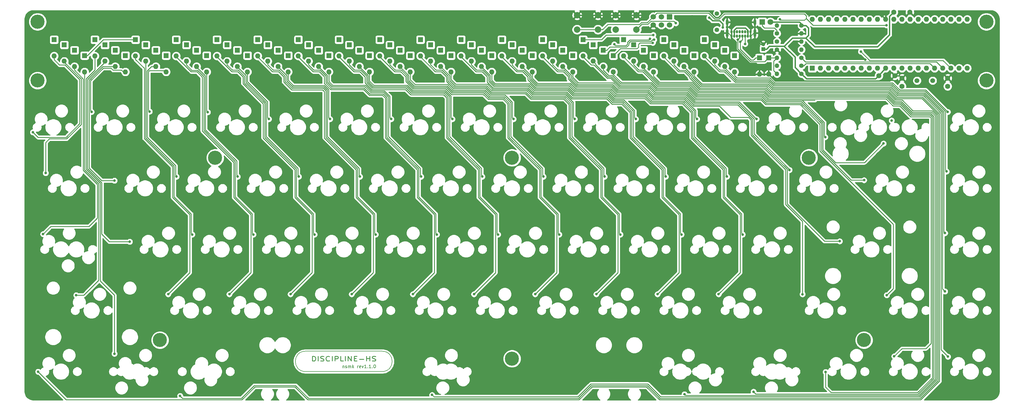
<source format=gtl>
G04 #@! TF.GenerationSoftware,KiCad,Pcbnew,(5.1.5)-3*
G04 #@! TF.CreationDate,2020-04-06T12:51:18+10:00*
G04 #@! TF.ProjectId,discipline-pcb,64697363-6970-46c6-996e-652d7063622e,rev?*
G04 #@! TF.SameCoordinates,Original*
G04 #@! TF.FileFunction,Copper,L1,Top*
G04 #@! TF.FilePolarity,Positive*
%FSLAX46Y46*%
G04 Gerber Fmt 4.6, Leading zero omitted, Abs format (unit mm)*
G04 Created by KiCad (PCBNEW (5.1.5)-3) date 2020-04-06 12:51:18*
%MOMM*%
%LPD*%
G04 APERTURE LIST*
%ADD10C,0.150000*%
%ADD11C,0.250000*%
%ADD12C,0.200000*%
%ADD13C,1.600000*%
%ADD14R,1.200000X1.200000*%
%ADD15C,1.200000*%
%ADD16C,0.700000*%
%ADD17C,4.400000*%
%ADD18R,1.600000X1.600000*%
%ADD19O,1.600000X1.600000*%
%ADD20R,1.700000X1.700000*%
%ADD21C,1.700000*%
%ADD22C,1.500000*%
%ADD23C,1.400000*%
%ADD24O,1.400000X1.400000*%
%ADD25C,1.800000*%
%ADD26R,1.800000X1.800000*%
%ADD27O,0.650000X1.000000*%
%ADD28O,0.900000X2.400000*%
%ADD29O,0.900000X1.700000*%
%ADD30C,2.000000*%
%ADD31C,0.800000*%
%ADD32C,0.400000*%
%ADD33C,0.254000*%
G04 APERTURE END LIST*
D10*
X139358161Y-147413914D02*
X139358161Y-148080580D01*
X139358161Y-147509152D02*
X139405780Y-147461533D01*
X139501019Y-147413914D01*
X139643876Y-147413914D01*
X139739114Y-147461533D01*
X139786733Y-147556771D01*
X139786733Y-148080580D01*
X140215304Y-148032961D02*
X140310542Y-148080580D01*
X140501019Y-148080580D01*
X140596257Y-148032961D01*
X140643876Y-147937723D01*
X140643876Y-147890104D01*
X140596257Y-147794866D01*
X140501019Y-147747247D01*
X140358161Y-147747247D01*
X140262923Y-147699628D01*
X140215304Y-147604390D01*
X140215304Y-147556771D01*
X140262923Y-147461533D01*
X140358161Y-147413914D01*
X140501019Y-147413914D01*
X140596257Y-147461533D01*
X141072447Y-148080580D02*
X141072447Y-147413914D01*
X141072447Y-147509152D02*
X141120066Y-147461533D01*
X141215304Y-147413914D01*
X141358161Y-147413914D01*
X141453400Y-147461533D01*
X141501019Y-147556771D01*
X141501019Y-148080580D01*
X141501019Y-147556771D02*
X141548638Y-147461533D01*
X141643876Y-147413914D01*
X141786733Y-147413914D01*
X141881971Y-147461533D01*
X141929590Y-147556771D01*
X141929590Y-148080580D01*
X142405780Y-148080580D02*
X142405780Y-147080580D01*
X142501019Y-147699628D02*
X142786733Y-148080580D01*
X142786733Y-147413914D02*
X142405780Y-147794866D01*
X143977209Y-148080580D02*
X143977209Y-147413914D01*
X143977209Y-147604390D02*
X144024828Y-147509152D01*
X144072447Y-147461533D01*
X144167685Y-147413914D01*
X144262923Y-147413914D01*
X144977209Y-148032961D02*
X144881971Y-148080580D01*
X144691495Y-148080580D01*
X144596257Y-148032961D01*
X144548638Y-147937723D01*
X144548638Y-147556771D01*
X144596257Y-147461533D01*
X144691495Y-147413914D01*
X144881971Y-147413914D01*
X144977209Y-147461533D01*
X145024828Y-147556771D01*
X145024828Y-147652009D01*
X144548638Y-147747247D01*
X145358161Y-147413914D02*
X145596257Y-148080580D01*
X145834352Y-147413914D01*
X146739114Y-148080580D02*
X146167685Y-148080580D01*
X146453400Y-148080580D02*
X146453400Y-147080580D01*
X146358161Y-147223438D01*
X146262923Y-147318676D01*
X146167685Y-147366295D01*
X147167685Y-147985342D02*
X147215304Y-148032961D01*
X147167685Y-148080580D01*
X147120066Y-148032961D01*
X147167685Y-147985342D01*
X147167685Y-148080580D01*
X148167685Y-148080580D02*
X147596257Y-148080580D01*
X147881971Y-148080580D02*
X147881971Y-147080580D01*
X147786733Y-147223438D01*
X147691495Y-147318676D01*
X147596257Y-147366295D01*
X148596257Y-147985342D02*
X148643876Y-148032961D01*
X148596257Y-148080580D01*
X148548638Y-148032961D01*
X148596257Y-147985342D01*
X148596257Y-148080580D01*
X149262923Y-147080580D02*
X149358161Y-147080580D01*
X149453400Y-147128200D01*
X149501019Y-147175819D01*
X149548638Y-147271057D01*
X149596257Y-147461533D01*
X149596257Y-147699628D01*
X149548638Y-147890104D01*
X149501019Y-147985342D01*
X149453400Y-148032961D01*
X149358161Y-148080580D01*
X149262923Y-148080580D01*
X149167685Y-148032961D01*
X149120066Y-147985342D01*
X149072447Y-147890104D01*
X149024828Y-147699628D01*
X149024828Y-147461533D01*
X149072447Y-147271057D01*
X149120066Y-147175819D01*
X149167685Y-147128200D01*
X149262923Y-147080580D01*
D11*
X129876914Y-145925671D02*
X129876914Y-144425671D01*
X130305485Y-144425671D01*
X130562628Y-144497100D01*
X130734057Y-144639957D01*
X130819771Y-144782814D01*
X130905485Y-145068528D01*
X130905485Y-145282814D01*
X130819771Y-145568528D01*
X130734057Y-145711385D01*
X130562628Y-145854242D01*
X130305485Y-145925671D01*
X129876914Y-145925671D01*
X131676914Y-145925671D02*
X131676914Y-144425671D01*
X132448342Y-145854242D02*
X132705485Y-145925671D01*
X133134057Y-145925671D01*
X133305485Y-145854242D01*
X133391200Y-145782814D01*
X133476914Y-145639957D01*
X133476914Y-145497100D01*
X133391200Y-145354242D01*
X133305485Y-145282814D01*
X133134057Y-145211385D01*
X132791200Y-145139957D01*
X132619771Y-145068528D01*
X132534057Y-144997100D01*
X132448342Y-144854242D01*
X132448342Y-144711385D01*
X132534057Y-144568528D01*
X132619771Y-144497100D01*
X132791200Y-144425671D01*
X133219771Y-144425671D01*
X133476914Y-144497100D01*
X135276914Y-145782814D02*
X135191200Y-145854242D01*
X134934057Y-145925671D01*
X134762628Y-145925671D01*
X134505485Y-145854242D01*
X134334057Y-145711385D01*
X134248342Y-145568528D01*
X134162628Y-145282814D01*
X134162628Y-145068528D01*
X134248342Y-144782814D01*
X134334057Y-144639957D01*
X134505485Y-144497100D01*
X134762628Y-144425671D01*
X134934057Y-144425671D01*
X135191200Y-144497100D01*
X135276914Y-144568528D01*
X136048342Y-145925671D02*
X136048342Y-144425671D01*
X136905485Y-145925671D02*
X136905485Y-144425671D01*
X137591200Y-144425671D01*
X137762628Y-144497100D01*
X137848342Y-144568528D01*
X137934057Y-144711385D01*
X137934057Y-144925671D01*
X137848342Y-145068528D01*
X137762628Y-145139957D01*
X137591200Y-145211385D01*
X136905485Y-145211385D01*
X139562628Y-145925671D02*
X138705485Y-145925671D01*
X138705485Y-144425671D01*
X140162628Y-145925671D02*
X140162628Y-144425671D01*
X141019771Y-145925671D02*
X141019771Y-144425671D01*
X142048342Y-145925671D01*
X142048342Y-144425671D01*
X142905485Y-145139957D02*
X143505485Y-145139957D01*
X143762628Y-145925671D02*
X142905485Y-145925671D01*
X142905485Y-144425671D01*
X143762628Y-144425671D01*
X144534057Y-145354242D02*
X145905485Y-145354242D01*
X146762628Y-145925671D02*
X146762628Y-144425671D01*
X146762628Y-145139957D02*
X147791200Y-145139957D01*
X147791200Y-145925671D02*
X147791200Y-144425671D01*
X148562628Y-145854242D02*
X148819771Y-145925671D01*
X149248342Y-145925671D01*
X149419771Y-145854242D01*
X149505485Y-145782814D01*
X149591200Y-145639957D01*
X149591200Y-145497100D01*
X149505485Y-145354242D01*
X149419771Y-145282814D01*
X149248342Y-145211385D01*
X148905485Y-145139957D01*
X148734057Y-145068528D01*
X148648342Y-144997100D01*
X148562628Y-144854242D01*
X148562628Y-144711385D01*
X148648342Y-144568528D01*
X148734057Y-144497100D01*
X148905485Y-144425671D01*
X149334057Y-144425671D01*
X149591200Y-144497100D01*
D12*
X127785700Y-149215600D02*
G75*
G02X127785700Y-142866000I0J3174800D01*
G01*
X151596700Y-142866000D02*
G75*
G02X151596700Y-149215600I0J-3174800D01*
G01*
X151596700Y-142866000D02*
X127785700Y-142866000D01*
X127785700Y-149215600D02*
X151596700Y-149215600D01*
D13*
X327774262Y-57752690D03*
X327774262Y-60252690D03*
X313548388Y-57752690D03*
X313548388Y-60252690D03*
D14*
X270345826Y-48651516D03*
D15*
X270345826Y-47151516D03*
D13*
X315993680Y-37172828D03*
X310993680Y-37172828D03*
X311339212Y-56963066D03*
X306339212Y-56963066D03*
D16*
X341005597Y-57301167D03*
X339838871Y-56817893D03*
X338672145Y-57301167D03*
X338188871Y-58467893D03*
X338672145Y-59634619D03*
X339838871Y-60117893D03*
X341005597Y-59634619D03*
X341488871Y-58467893D03*
D17*
X339838871Y-58467893D03*
D16*
X341005597Y-38979454D03*
X339838871Y-38496180D03*
X338672145Y-38979454D03*
X338188871Y-40146180D03*
X338672145Y-41312906D03*
X339838871Y-41796180D03*
X341005597Y-41312906D03*
X341488871Y-40146180D03*
D17*
X339838871Y-40146180D03*
D16*
X45490846Y-38979454D03*
X44324120Y-38496180D03*
X43157394Y-38979454D03*
X42674120Y-40146180D03*
X43157394Y-41312906D03*
X44324120Y-41796180D03*
X45490846Y-41312906D03*
X45974120Y-40146180D03*
D17*
X44324120Y-40146180D03*
D16*
X45490846Y-57301167D03*
X44324120Y-56817893D03*
X43157394Y-57301167D03*
X42674120Y-58467893D03*
X43157394Y-59634619D03*
X44324120Y-60117893D03*
X45490846Y-59634619D03*
X45974120Y-58467893D03*
D17*
X44324120Y-58467893D03*
D16*
X193250846Y-144041167D03*
X192084120Y-143557893D03*
X190917394Y-144041167D03*
X190434120Y-145207893D03*
X190917394Y-146374619D03*
X192084120Y-146857893D03*
X193250846Y-146374619D03*
X193734120Y-145207893D03*
D17*
X192084120Y-145207893D03*
D16*
X302890846Y-138231167D03*
X301724120Y-137747893D03*
X300557394Y-138231167D03*
X300074120Y-139397893D03*
X300557394Y-140564619D03*
X301724120Y-141047893D03*
X302890846Y-140564619D03*
X303374120Y-139397893D03*
D17*
X301724120Y-139397893D03*
D16*
X83600846Y-138231167D03*
X82434120Y-137747893D03*
X81267394Y-138231167D03*
X80784120Y-139397893D03*
X81267394Y-140564619D03*
X82434120Y-141047893D03*
X83600846Y-140564619D03*
X84084120Y-139397893D03*
D17*
X82434120Y-139397893D03*
D16*
X193252126Y-81381167D03*
X192085400Y-80897893D03*
X190918674Y-81381167D03*
X190435400Y-82547893D03*
X190918674Y-83714619D03*
X192085400Y-84197893D03*
X193252126Y-83714619D03*
X193735400Y-82547893D03*
D17*
X192085400Y-82547893D03*
D16*
X100790846Y-81381167D03*
X99624120Y-80897893D03*
X98457394Y-81381167D03*
X97974120Y-82547893D03*
X98457394Y-83714619D03*
X99624120Y-84197893D03*
X100790846Y-83714619D03*
X101274120Y-82547893D03*
D17*
X99624120Y-82547893D03*
D16*
X285705597Y-81381167D03*
X284538871Y-80897893D03*
X283372145Y-81381167D03*
X282888871Y-82547893D03*
X283372145Y-83714619D03*
X284538871Y-84197893D03*
X285705597Y-83714619D03*
X286188871Y-82547893D03*
D17*
X284538871Y-82547893D03*
D18*
X285621580Y-54635832D03*
D19*
X333881580Y-39395832D03*
X288161580Y-54635832D03*
X331341580Y-39395832D03*
X290701580Y-54635832D03*
X328801580Y-39395832D03*
X293241580Y-54635832D03*
X326261580Y-39395832D03*
X295781580Y-54635832D03*
X323721580Y-39395832D03*
X298321580Y-54635832D03*
X321181580Y-39395832D03*
X300861580Y-54635832D03*
X318641580Y-39395832D03*
X303401580Y-54635832D03*
X316101580Y-39395832D03*
X305941580Y-54635832D03*
X313561580Y-39395832D03*
X308481580Y-54635832D03*
X311021580Y-39395832D03*
X311021580Y-54635832D03*
X308481580Y-39395832D03*
X313561580Y-54635832D03*
X305941580Y-39395832D03*
X316101580Y-54635832D03*
X303401580Y-39395832D03*
X318641580Y-54635832D03*
X300861580Y-39395832D03*
X321181580Y-54635832D03*
X298321580Y-39395832D03*
X323721580Y-54635832D03*
X295781580Y-39395832D03*
X326261580Y-54635832D03*
X293241580Y-39395832D03*
X328801580Y-54635832D03*
X290701580Y-39395832D03*
X331341580Y-54635832D03*
X288161580Y-39395832D03*
X333881580Y-54635832D03*
X285621580Y-39395832D03*
D20*
X241161980Y-38597520D03*
D21*
X241161980Y-41137520D03*
X238621980Y-38597520D03*
X238621980Y-41137520D03*
X236081980Y-38597520D03*
X236081980Y-41137520D03*
D22*
X323119794Y-58502890D03*
X318239794Y-58502890D03*
D23*
X282244466Y-53892167D03*
D24*
X274624466Y-53892167D03*
D23*
X282244466Y-51398702D03*
D24*
X274624466Y-51398702D03*
D23*
X282244466Y-56385632D03*
D24*
X274624466Y-56385632D03*
D23*
X274624466Y-48826861D03*
D24*
X282244466Y-48826861D03*
D23*
X274624466Y-46307149D03*
D24*
X282244466Y-46307149D03*
D23*
X274624466Y-43813684D03*
D24*
X282244466Y-43813684D03*
D23*
X282244466Y-41319854D03*
D24*
X274624466Y-41319854D03*
D25*
X272535866Y-40217480D03*
D26*
X269995866Y-40217480D03*
D27*
X264691618Y-44637672D03*
X266391618Y-44637672D03*
X265541618Y-44637672D03*
X263841618Y-44637672D03*
X262991618Y-44637672D03*
X262141618Y-44637672D03*
X261291618Y-44637672D03*
X260441618Y-44637672D03*
X266391618Y-43312672D03*
X265536618Y-43312672D03*
X264686618Y-43312672D03*
X263836618Y-43312672D03*
X262986618Y-43312672D03*
X262136618Y-43312672D03*
X261286618Y-43312672D03*
X260436618Y-43312672D03*
D28*
X267741618Y-43657672D03*
X259091618Y-43657672D03*
D29*
X267741618Y-40277672D03*
X259091618Y-40277672D03*
D23*
X255915764Y-37597488D03*
X255915764Y-42697488D03*
D30*
X230853882Y-38082724D03*
X230853882Y-42582724D03*
X224353882Y-38082724D03*
X224353882Y-42582724D03*
X218853882Y-38082724D03*
X218853882Y-42582724D03*
X212353882Y-38082724D03*
X212353882Y-42582724D03*
D19*
X49468434Y-50802262D03*
D18*
X49468434Y-45722262D03*
D19*
X58976823Y-55762849D03*
D18*
X58976823Y-50682849D03*
D19*
X71654675Y-55762849D03*
D18*
X71654675Y-50682849D03*
D19*
X74824138Y-50802262D03*
D18*
X74824138Y-45722262D03*
D19*
X87501990Y-50802262D03*
D18*
X87501990Y-45722262D03*
D19*
X100179842Y-50802262D03*
D18*
X100179842Y-45722262D03*
D19*
X112857694Y-50802262D03*
D18*
X112857694Y-45722262D03*
D19*
X125535546Y-50802262D03*
D18*
X125535546Y-45722262D03*
D19*
X138213398Y-50802262D03*
D18*
X138213398Y-45722262D03*
D19*
X150891250Y-50802262D03*
D18*
X150891250Y-45722262D03*
D19*
X163569102Y-50802262D03*
D18*
X163569102Y-45722262D03*
D19*
X176246954Y-50802262D03*
D18*
X176246954Y-45722262D03*
D19*
X188924806Y-50802262D03*
D18*
X188924806Y-45722262D03*
D19*
X201602658Y-50802262D03*
D18*
X201602658Y-45722262D03*
D19*
X214210526Y-50802262D03*
D18*
X214210526Y-45722262D03*
D19*
X261410079Y-55762849D03*
D18*
X261410079Y-50682849D03*
D19*
X52637897Y-52455791D03*
D18*
X52637897Y-47375791D03*
D19*
X68485212Y-54109320D03*
D18*
X68485212Y-49029320D03*
D19*
X77993601Y-52455791D03*
D18*
X77993601Y-47375791D03*
D19*
X90671453Y-52455791D03*
D18*
X90671453Y-47375791D03*
D19*
X103349305Y-52455791D03*
D18*
X103349305Y-47375791D03*
D19*
X116027157Y-52455791D03*
D18*
X116027157Y-47375791D03*
D19*
X128705009Y-52455791D03*
D18*
X128705009Y-47375791D03*
D19*
X141382861Y-52455791D03*
D18*
X141382861Y-47375791D03*
D19*
X154060713Y-52455791D03*
D18*
X154060713Y-47375791D03*
D19*
X166738565Y-52455791D03*
D18*
X166738565Y-47375791D03*
D19*
X179416417Y-52455791D03*
D18*
X179416417Y-47375791D03*
D19*
X192094269Y-52455791D03*
D18*
X192094269Y-47375791D03*
D19*
X204754625Y-52455791D03*
D18*
X204754625Y-47375791D03*
D19*
X217361299Y-52455791D03*
D18*
X217361299Y-47375791D03*
D19*
X258321355Y-54109320D03*
D18*
X258321355Y-49029320D03*
D19*
X55807360Y-54109320D03*
D18*
X55807360Y-49029320D03*
D19*
X65315749Y-52455791D03*
D18*
X65315749Y-47375791D03*
D19*
X81163064Y-54109320D03*
D18*
X81163064Y-49029320D03*
D19*
X93840916Y-54109320D03*
D18*
X93840916Y-49029320D03*
D19*
X106518768Y-54109320D03*
D18*
X106518768Y-49029320D03*
D19*
X119196620Y-54109320D03*
D18*
X119196620Y-49029320D03*
D19*
X131874472Y-54109320D03*
D18*
X131874472Y-49029320D03*
D19*
X144552324Y-54109320D03*
D18*
X144552324Y-49029320D03*
D19*
X157230176Y-54109320D03*
D18*
X157230176Y-49029320D03*
D19*
X169908028Y-54109320D03*
D18*
X169908028Y-49029320D03*
D19*
X182585880Y-54109320D03*
D18*
X182585880Y-49029320D03*
D19*
X195263732Y-54109320D03*
D18*
X195263732Y-49029320D03*
D19*
X220512072Y-54109320D03*
D18*
X220512072Y-49029320D03*
D19*
X255232631Y-52455791D03*
D18*
X255232631Y-47375791D03*
D19*
X84332527Y-55762849D03*
D18*
X84332527Y-50682849D03*
D19*
X97010379Y-55762849D03*
D18*
X97010379Y-50682849D03*
D19*
X109688231Y-55762849D03*
D18*
X109688231Y-50682849D03*
D19*
X122366083Y-55762849D03*
D18*
X122366083Y-50682849D03*
D19*
X135043935Y-55762849D03*
D18*
X135043935Y-50682849D03*
D19*
X147721787Y-55762849D03*
D18*
X147721787Y-50682849D03*
D19*
X160399639Y-55762849D03*
D18*
X160399639Y-50682849D03*
D19*
X173077491Y-55762849D03*
D18*
X173077491Y-50682849D03*
D19*
X185755343Y-55762849D03*
D18*
X185755343Y-50682849D03*
D19*
X198433195Y-55762849D03*
D18*
X198433195Y-50682849D03*
D19*
X207906592Y-54109320D03*
D18*
X207906592Y-49029320D03*
D19*
X223662845Y-55762849D03*
D18*
X223662845Y-50682849D03*
D19*
X251957756Y-50802262D03*
D18*
X251957756Y-45722262D03*
D19*
X245656208Y-54109320D03*
D18*
X245656208Y-49029320D03*
D19*
X62146286Y-50802262D03*
D18*
X62146286Y-45722262D03*
D19*
X242505434Y-52455791D03*
D18*
X242505434Y-47375791D03*
D19*
X239354661Y-50802262D03*
D18*
X239354661Y-45722262D03*
D19*
X236203888Y-55762849D03*
D18*
X236203888Y-50682849D03*
D19*
X211058559Y-55762849D03*
D18*
X211058559Y-50682849D03*
D19*
X229964391Y-52455791D03*
D18*
X229964391Y-47375791D03*
D19*
X226813618Y-50802262D03*
D18*
X226813618Y-45722262D03*
D19*
X248806982Y-55762849D03*
D18*
X248806982Y-50682849D03*
D19*
X233053115Y-54109320D03*
D18*
X233053115Y-49029320D03*
D19*
X272043132Y-56488846D03*
D18*
X272043132Y-51408846D03*
D19*
X269173460Y-56488846D03*
D18*
X269173460Y-51408846D03*
D31*
X310311258Y-70926470D03*
X113143794Y-156089236D03*
X284466712Y-56595608D03*
X262681702Y-40277672D03*
X235139850Y-48686512D03*
X220913976Y-43734578D03*
X302157190Y-56490620D03*
X248905636Y-42578575D03*
X248170734Y-38484121D03*
X272107542Y-43628435D03*
X303498356Y-49507651D03*
X302133538Y-51951056D03*
X303498356Y-44363337D03*
X305808048Y-49507651D03*
X308327712Y-49507651D03*
X300943695Y-44363337D03*
X298389036Y-44363337D03*
X295834377Y-44363337D03*
X293279718Y-44363337D03*
X290725059Y-44363337D03*
X288170400Y-44363337D03*
X274220000Y-38920000D03*
X319140000Y-71100000D03*
X46140000Y-74820000D03*
X124000000Y-155900000D03*
X225400000Y-156200000D03*
X216800000Y-156100000D03*
X234400000Y-156100000D03*
X118300000Y-157600000D03*
X50500000Y-106200000D03*
X289383650Y-67199396D03*
X257718058Y-41879790D03*
X253518538Y-38852636D03*
X235948616Y-46714379D03*
X42859800Y-74607800D03*
X61114900Y-68258200D03*
X79200000Y-68140000D03*
X97330000Y-68340000D03*
X116348400Y-70480000D03*
X135397200Y-70480000D03*
X154446000Y-70480000D03*
X173494800Y-70480000D03*
X192543600Y-70480000D03*
X211592400Y-70480000D03*
X230641200Y-70480000D03*
X249690000Y-70480000D03*
X268230000Y-70480000D03*
X289645020Y-76110000D03*
X327798100Y-68258200D03*
X236329308Y-45719444D03*
X46828300Y-87307000D03*
X68258200Y-89688100D03*
X87575790Y-88430000D03*
X106624590Y-88430000D03*
X125673390Y-88430000D03*
X144722190Y-88430000D03*
X163770990Y-88430000D03*
X182819790Y-88430000D03*
X201868590Y-88430000D03*
X220917390Y-88430000D03*
X239966190Y-88430000D03*
X259014990Y-88430000D03*
X278515000Y-86360260D03*
X301750000Y-89540000D03*
X327420000Y-86820000D03*
X46034600Y-106355800D03*
X223941130Y-47181684D03*
X235070937Y-45493735D03*
X73020400Y-108736900D03*
X92470800Y-106490000D03*
X111519600Y-106490000D03*
X130568400Y-106490000D03*
X149617200Y-106490000D03*
X168666000Y-106490000D03*
X187714800Y-106490000D03*
X206763600Y-106490000D03*
X225812400Y-106490000D03*
X244861200Y-106490000D03*
X263910000Y-106490000D03*
X294150000Y-108590000D03*
X326960000Y-106050000D03*
X236067244Y-44259518D03*
X56352700Y-125404600D03*
X85000800Y-125090000D03*
X104049600Y-125090000D03*
X123098400Y-125090000D03*
X142147200Y-125090000D03*
X161196000Y-125090000D03*
X180244800Y-125090000D03*
X199293600Y-125090000D03*
X218342400Y-125090000D03*
X237391200Y-125090000D03*
X256440000Y-125090000D03*
X282570000Y-125110000D03*
X308810000Y-125390000D03*
X326930000Y-124230000D03*
X44500000Y-149260000D03*
X68258200Y-143659700D03*
X88700000Y-156800000D03*
X167200000Y-156500000D03*
X245800000Y-156300000D03*
X267300000Y-155500000D03*
X289760000Y-149350000D03*
X311130400Y-144453400D03*
X327860000Y-144560000D03*
X264693766Y-47044355D03*
X307800000Y-78110000D03*
X308753936Y-41249862D03*
X275519587Y-39417480D03*
X262402986Y-45719966D03*
X263135101Y-46444976D03*
X300739852Y-49438926D03*
X243117437Y-40597810D03*
D11*
X260441618Y-43317672D02*
X260436618Y-43312672D01*
D32*
X260436618Y-44632672D02*
X260441618Y-44637672D01*
X260436618Y-43312672D02*
X260436618Y-44632672D01*
X266391618Y-43312672D02*
X266391618Y-44637672D01*
D11*
X259091618Y-42207672D02*
X259091618Y-40277672D01*
X259091618Y-43657672D02*
X259091618Y-42207672D01*
X259791618Y-40277672D02*
X262681702Y-40277672D01*
X259091618Y-40277672D02*
X259791618Y-40277672D01*
X267741618Y-41377672D02*
X267741618Y-43657672D01*
X267741618Y-40277672D02*
X267741618Y-41377672D01*
X267371618Y-43657672D02*
X266391618Y-44637672D01*
X267741618Y-43657672D02*
X267371618Y-43657672D01*
X259461618Y-43657672D02*
X260441618Y-44637672D01*
X259091618Y-43657672D02*
X259461618Y-43657672D01*
D32*
X267741618Y-45257672D02*
X267741618Y-43657672D01*
X267741618Y-45395836D02*
X267741618Y-45257672D01*
X269497298Y-47151516D02*
X267741618Y-45395836D01*
X270345826Y-47151516D02*
X269497298Y-47151516D01*
X269278448Y-56506344D02*
X269278448Y-56228150D01*
D11*
X262681702Y-40277672D02*
X267741618Y-40277672D01*
D32*
X272043132Y-56488846D02*
X269173460Y-56488846D01*
X309746894Y-58555384D02*
X311339212Y-56963066D01*
X312758764Y-56963066D02*
X313548388Y-57752690D01*
X311339212Y-56963066D02*
X312758764Y-56963066D01*
X265049371Y-51999073D02*
X265046305Y-51999073D01*
X260441618Y-45097291D02*
X260441618Y-44637672D01*
X265046305Y-51999073D02*
X261859296Y-48812064D01*
X261859296Y-46514969D02*
X260441618Y-45097291D01*
X261859296Y-48812064D02*
X261859296Y-46514969D01*
X234504007Y-38082724D02*
X230853882Y-38082724D01*
X235729893Y-36856838D02*
X234504007Y-38082724D01*
X253535010Y-36856838D02*
X235729893Y-36856838D01*
X255443318Y-38765146D02*
X253535010Y-36856838D01*
X307033565Y-37947817D02*
X284226817Y-37947817D01*
X308481580Y-39395832D02*
X307033565Y-37947817D01*
X284226817Y-37947817D02*
X283381836Y-37102836D01*
X283381836Y-37102836D02*
X258038418Y-37102836D01*
X258038418Y-37102836D02*
X256376108Y-38765146D01*
X256376108Y-38765146D02*
X255443318Y-38765146D01*
X229439669Y-38082724D02*
X224353882Y-38082724D01*
X230853882Y-38082724D02*
X229439669Y-38082724D01*
X222939669Y-38082724D02*
X218853882Y-38082724D01*
X224353882Y-38082724D02*
X222939669Y-38082724D01*
X217439669Y-38082724D02*
X212353882Y-38082724D01*
X218853882Y-38082724D02*
X217439669Y-38082724D01*
X269173460Y-55357476D02*
X269167934Y-55351950D01*
X269173460Y-56488846D02*
X269173460Y-55357476D01*
X269167934Y-55351950D02*
X269167934Y-54127035D01*
X269167934Y-54127035D02*
X268117254Y-53076355D01*
X266126653Y-53076355D02*
X265913368Y-52863070D01*
X268117254Y-53076355D02*
X266126653Y-53076355D01*
X265913368Y-52863070D02*
X265049371Y-51999073D01*
X275604616Y-58555384D02*
X274109670Y-58555384D01*
X275604616Y-58555384D02*
X309746894Y-58555384D01*
X274109670Y-58555384D02*
X272043132Y-56488846D01*
X261286618Y-44632672D02*
X261291618Y-44637672D01*
X261286618Y-43312672D02*
X261286618Y-44632672D01*
X265536618Y-44632672D02*
X265541618Y-44637672D01*
X265536618Y-43312672D02*
X265536618Y-44632672D01*
X265536618Y-42853053D02*
X265536618Y-43312672D01*
X264755833Y-42072268D02*
X265536618Y-42853053D01*
X262016778Y-42072268D02*
X264755833Y-42072268D01*
X261286618Y-43312672D02*
X261286618Y-42802428D01*
X261286618Y-42802428D02*
X262016778Y-42072268D01*
X254253454Y-39587552D02*
X253518538Y-38852636D01*
X254498426Y-39832524D02*
X254253454Y-39587552D01*
X256720672Y-39832524D02*
X254498426Y-39832524D01*
X257718058Y-40829910D02*
X256720672Y-39832524D01*
X257718058Y-41879790D02*
X257718058Y-40829910D01*
D11*
X231468600Y-47178354D02*
X231932575Y-46714379D01*
X231468600Y-48056584D02*
X231468600Y-47178354D01*
X231932575Y-46714379D02*
X235948616Y-46714379D01*
X231024392Y-48500792D02*
X231468600Y-48056584D01*
X225844902Y-48500792D02*
X223981050Y-50364644D01*
X231024392Y-48500792D02*
X225844902Y-48500792D01*
X49468434Y-50802262D02*
X49468434Y-50961114D01*
X49468434Y-51933632D02*
X51120754Y-53585952D01*
X51120754Y-53585952D02*
X52863184Y-53585952D01*
X52863184Y-53585952D02*
X57447370Y-58170138D01*
X57447370Y-58170138D02*
X57447370Y-66709294D01*
X49468434Y-50802262D02*
X49468434Y-51933632D01*
X57447370Y-66709294D02*
X57447370Y-71925730D01*
X57447370Y-71925730D02*
X53177900Y-76195200D01*
X53177900Y-76195200D02*
X44447200Y-76195200D01*
X44447200Y-76195200D02*
X42859800Y-74607800D01*
X70963261Y-55762849D02*
X70448674Y-55248262D01*
X71654675Y-55762849D02*
X70963261Y-55762849D01*
X70448674Y-55248262D02*
X67858970Y-55248262D01*
X67858970Y-55248262D02*
X67194046Y-54583338D01*
X67194046Y-54583338D02*
X64761824Y-54583338D01*
X64761824Y-54583338D02*
X60807276Y-58537886D01*
X60807276Y-67950576D02*
X61114900Y-68258200D01*
X60807276Y-66184724D02*
X60807276Y-67950576D01*
X60807276Y-58537886D02*
X60807276Y-66184724D01*
X84332527Y-55762849D02*
X83982849Y-55762849D01*
X83982849Y-55762849D02*
X83620000Y-55400000D01*
X83620000Y-55400000D02*
X79136410Y-55400000D01*
X79136410Y-55400000D02*
X78893621Y-55642789D01*
X78893621Y-55642789D02*
X78893621Y-67833621D01*
X78893621Y-67833621D02*
X79200000Y-68140000D01*
X97010379Y-64540368D02*
X97010379Y-55762849D01*
X97010379Y-65480379D02*
X97010379Y-68020379D01*
X97010379Y-68020379D02*
X97330000Y-68340000D01*
X97010379Y-64540368D02*
X97010379Y-65480379D01*
X109688231Y-55762849D02*
X109688231Y-57761769D01*
X115948401Y-65151991D02*
X115948401Y-70080001D01*
X109688231Y-57761769D02*
X109680010Y-57769990D01*
X115948401Y-70080001D02*
X116348400Y-70480000D01*
X109680010Y-57769990D02*
X109680010Y-58883600D01*
X109680010Y-58883600D02*
X115948401Y-65151991D01*
X134997201Y-70080001D02*
X134997201Y-65299321D01*
X135397200Y-70480000D02*
X134997201Y-70080001D01*
X122366083Y-56894219D02*
X122366083Y-55762849D01*
X134997201Y-65299321D02*
X134997201Y-61302841D01*
X133714360Y-60020000D02*
X124010000Y-60020000D01*
X122366083Y-58376083D02*
X122366083Y-56894219D01*
X134997201Y-61302841D02*
X133714360Y-60020000D01*
X124010000Y-60020000D02*
X122366083Y-58376083D01*
X136180000Y-59940000D02*
X135043935Y-58803935D01*
X146474360Y-59940000D02*
X136180000Y-59940000D01*
X154046001Y-63416001D02*
X152350038Y-61720038D01*
X135043935Y-58803935D02*
X135043935Y-56894219D01*
X154446000Y-70480000D02*
X154046001Y-70080001D01*
X154046001Y-70080001D02*
X154046001Y-63416001D01*
X152350038Y-61720038D02*
X148254397Y-61720037D01*
X135043935Y-56894219D02*
X135043935Y-55762849D01*
X148254397Y-61720037D02*
X146474360Y-59940000D01*
X173094801Y-70080001D02*
X173094801Y-65299321D01*
X173494800Y-70480000D02*
X173094801Y-70080001D01*
X147721787Y-56894219D02*
X147721787Y-55762849D01*
X147721787Y-58641787D02*
X147721787Y-56894219D01*
X149000000Y-59920000D02*
X147721787Y-58641787D01*
X173094801Y-65299321D02*
X173094801Y-63306081D01*
X173094801Y-63306081D02*
X171318757Y-61530037D01*
X159514360Y-59920000D02*
X149000000Y-59920000D01*
X171318757Y-61530037D02*
X161124396Y-61530036D01*
X161124396Y-61530036D02*
X159514360Y-59920000D01*
X161870000Y-59730000D02*
X160399639Y-58259639D01*
X172064360Y-59730000D02*
X161870000Y-59730000D01*
X183728757Y-61450037D02*
X173784396Y-61450036D01*
X192143601Y-70080001D02*
X192143601Y-65213601D01*
X160399639Y-58259639D02*
X160399639Y-55762849D01*
X192543600Y-70480000D02*
X192143601Y-70080001D01*
X192143601Y-65213601D02*
X189960073Y-63030073D01*
X173784396Y-61450036D02*
X172064360Y-59730000D01*
X189960073Y-63030073D02*
X185308792Y-63030072D01*
X185308792Y-63030072D02*
X183728757Y-61450037D01*
X174540000Y-59650000D02*
X173087491Y-58197491D01*
X184474360Y-59650000D02*
X174540000Y-59650000D01*
X186054396Y-61230036D02*
X184474360Y-59650000D01*
X196858757Y-61230037D02*
X186054396Y-61230036D01*
X173077491Y-58197491D02*
X173077491Y-55762849D01*
X211192401Y-70080001D02*
X211192401Y-65299321D01*
X211592400Y-70480000D02*
X211192401Y-70080001D01*
X173087491Y-58197491D02*
X173077491Y-58197491D01*
X198558793Y-62930073D02*
X196858757Y-61230037D01*
X211192401Y-65299321D02*
X208823154Y-62930074D01*
X208823154Y-62930074D02*
X198558793Y-62930073D01*
X230241201Y-70080001D02*
X230241201Y-67846411D01*
X230641200Y-70480000D02*
X230241201Y-70080001D01*
X230241201Y-67846411D02*
X226904903Y-64510113D01*
X226904903Y-64510113D02*
X223875236Y-64510112D01*
X222185197Y-62820073D02*
X211258792Y-62820072D01*
X223875236Y-64510112D02*
X222185197Y-62820073D01*
X209568757Y-61130037D02*
X199304396Y-61130036D01*
X211258792Y-62820072D02*
X209568757Y-61130037D01*
X199304396Y-61130036D02*
X197604360Y-59430000D01*
X197604360Y-59430000D02*
X186800000Y-59430000D01*
X185755343Y-58385343D02*
X185755343Y-55762849D01*
X186800000Y-59430000D02*
X185755343Y-58385343D01*
X249290001Y-70080001D02*
X249290001Y-67846411D01*
X249290001Y-67846411D02*
X245820369Y-64376779D01*
X249690000Y-70480000D02*
X249290001Y-70080001D01*
X236426779Y-64376779D02*
X235787007Y-64376777D01*
X245820369Y-64376779D02*
X236426779Y-64376779D01*
X234120306Y-62710076D02*
X224620839Y-62710075D01*
X235787007Y-64376777D02*
X234120306Y-62710076D01*
X222930801Y-61020037D02*
X212004396Y-61020036D01*
X224620839Y-62710075D02*
X222930801Y-61020037D01*
X212004396Y-61020036D02*
X210314360Y-59330000D01*
X198433195Y-57713195D02*
X198433195Y-57546805D01*
X200050000Y-59330000D02*
X198433195Y-57713195D01*
X210314360Y-59330000D02*
X200050000Y-59330000D01*
X198433195Y-57546805D02*
X198433195Y-55762849D01*
X268230000Y-70480000D02*
X268190000Y-70480000D01*
X262792011Y-65082011D02*
X249079963Y-65082011D01*
X268190000Y-70480000D02*
X262792011Y-65082011D01*
X249079963Y-65082011D02*
X246574691Y-62576739D01*
X237506739Y-62576739D02*
X236532607Y-62576737D01*
X246574691Y-62576739D02*
X237506739Y-62576739D01*
X236532607Y-62576737D02*
X234865910Y-60910040D01*
X234865910Y-60910040D02*
X225366443Y-60910039D01*
X225366443Y-60910039D02*
X223676404Y-59220000D01*
X223676404Y-59220000D02*
X212750000Y-59220000D01*
X212750000Y-59220000D02*
X211058559Y-57528559D01*
X211058559Y-57528559D02*
X211058559Y-55762849D01*
X281730409Y-64620409D02*
X286460000Y-64620409D01*
X281730409Y-64620409D02*
X282439642Y-64620412D01*
X282439642Y-64620412D02*
X289370030Y-71550800D01*
X289370030Y-71550800D02*
X289370030Y-75835010D01*
X289370030Y-75835010D02*
X289645020Y-76110000D01*
X223662845Y-56660801D02*
X223662845Y-55762849D01*
X226160000Y-59110000D02*
X223662845Y-56660801D01*
X235611510Y-59110000D02*
X226160000Y-59110000D01*
X281730409Y-64620409D02*
X271683999Y-64620409D01*
X237278208Y-60776698D02*
X235611510Y-59110000D01*
X270233426Y-63169836D02*
X249713425Y-63169835D01*
X249713425Y-63169835D02*
X247320289Y-60776699D01*
X271683999Y-64620409D02*
X270233426Y-63169836D01*
X247320289Y-60776699D02*
X237278208Y-60776698D01*
X262196344Y-57680484D02*
X263224140Y-57680484D01*
X261410079Y-56894219D02*
X262196344Y-57680484D01*
X261410079Y-55762849D02*
X261410079Y-56894219D01*
X262926674Y-57680484D02*
X263224140Y-57680484D01*
X321099900Y-61560000D02*
X327004400Y-67464500D01*
X327004400Y-67464500D02*
X327798100Y-68258200D01*
X321099900Y-61560000D02*
X321099900Y-61559900D01*
X321100000Y-61560000D02*
X321099900Y-61560000D01*
X263224140Y-57680484D02*
X272492294Y-57680484D01*
X272492294Y-57680484D02*
X273962126Y-59150316D01*
X273962126Y-59150316D02*
X310590316Y-59150316D01*
X310590316Y-59150316D02*
X312840000Y-61400000D01*
X320940000Y-61400000D02*
X321100000Y-61560000D01*
X312840000Y-61400000D02*
X320940000Y-61400000D01*
X228450677Y-47385582D02*
X228450677Y-46825645D01*
X227802110Y-48034149D02*
X228450677Y-47385582D01*
X235386886Y-46250790D02*
X235918232Y-45719444D01*
X228450677Y-46825645D02*
X229025532Y-46250790D01*
X235918232Y-45719444D02*
X236329308Y-45719444D01*
X229025532Y-46250790D02*
X235386886Y-46250790D01*
X226707516Y-48050782D02*
X222540610Y-48050782D01*
X226824149Y-48034149D02*
X226724149Y-48034149D01*
X222540610Y-48050782D02*
X221562072Y-49029320D01*
X226724149Y-48034149D02*
X226707516Y-48050782D01*
X221562072Y-49029320D02*
X220512072Y-49029320D01*
X226824149Y-48034149D02*
X227802110Y-48034149D01*
X46828300Y-77782600D02*
X46828300Y-87307000D01*
X53364300Y-76645210D02*
X47965690Y-76645210D01*
X57897379Y-72112131D02*
X53364300Y-76645210D01*
X52637897Y-52455791D02*
X52637897Y-52713239D01*
X57934797Y-71438303D02*
X57897380Y-71475720D01*
X57897380Y-71475720D02*
X57897379Y-72112131D01*
X52637897Y-52713239D02*
X57919807Y-57995149D01*
X47965690Y-76645210D02*
X46828300Y-77782600D01*
X57919807Y-57995149D02*
X57934797Y-71438303D01*
X64289700Y-89688100D02*
X68258200Y-89688100D01*
X60352328Y-58345408D02*
X60352328Y-85750728D01*
X64588416Y-54109320D02*
X60352328Y-58345408D01*
X60352328Y-85750728D02*
X64289700Y-89688100D01*
X68485212Y-54109320D02*
X64588416Y-54109320D01*
X87300800Y-88155010D02*
X87300799Y-85014389D01*
X79790680Y-54109320D02*
X81163064Y-54109320D01*
X78443611Y-55456389D02*
X79790680Y-54109320D01*
X87575790Y-88430000D02*
X87300800Y-88155010D01*
X87300799Y-85014389D02*
X78443611Y-76157201D01*
X78443611Y-76157201D02*
X78443611Y-55456389D01*
X106349600Y-88155010D02*
X106624590Y-88430000D01*
X93840916Y-54109320D02*
X93840916Y-54300786D01*
X96555690Y-57015560D02*
X96555690Y-73795690D01*
X93840916Y-54300786D02*
X96555690Y-57015560D01*
X96555690Y-73795690D02*
X106349600Y-83589600D01*
X106349600Y-83589600D02*
X106349600Y-88155010D01*
X125398400Y-85880000D02*
X115498391Y-75979991D01*
X125398400Y-88155010D02*
X125398400Y-85880000D01*
X125673390Y-88430000D02*
X125398400Y-88155010D01*
X115498391Y-68238391D02*
X115498391Y-68032811D01*
X115498391Y-75979991D02*
X115498391Y-68238391D01*
X106518768Y-54222596D02*
X106518768Y-54109320D01*
X115498391Y-68238391D02*
X115498391Y-65338391D01*
X109230000Y-59070000D02*
X109230000Y-57740000D01*
X109230000Y-57740000D02*
X109224242Y-56928070D01*
X115498391Y-65338391D02*
X109230000Y-59070000D01*
X109224242Y-56928070D02*
X106518768Y-54222596D01*
X119196620Y-54109320D02*
X119196620Y-54214398D01*
X119196620Y-54214398D02*
X121910292Y-56928070D01*
X123823599Y-60470009D02*
X121910292Y-58556702D01*
X134547191Y-75979991D02*
X134547191Y-61489241D01*
X133527960Y-60470010D02*
X123823599Y-60470009D01*
X134547191Y-61489241D02*
X133527960Y-60470010D01*
X144447200Y-85880000D02*
X134547191Y-75979991D01*
X121910292Y-56928070D02*
X121910292Y-58140292D01*
X121910292Y-58556702D02*
X121910292Y-58140292D01*
X144722190Y-88430000D02*
X144447200Y-88155010D01*
X144447200Y-88155010D02*
X144447200Y-85880000D01*
X131874472Y-54188702D02*
X134559587Y-56873817D01*
X131874472Y-54109320D02*
X131874472Y-54188702D01*
X134559587Y-58955997D02*
X134559587Y-58449587D01*
X163496000Y-85880000D02*
X153595991Y-75979991D01*
X134559587Y-56873817D02*
X134559587Y-58449587D01*
X163496000Y-88155010D02*
X163496000Y-85880000D01*
X153595991Y-75979991D02*
X153595991Y-63602401D01*
X153595991Y-63602401D02*
X152163637Y-62170047D01*
X152163637Y-62170047D02*
X148067996Y-62170046D01*
X148067996Y-62170046D02*
X146287960Y-60390010D01*
X135993599Y-60390009D02*
X134559587Y-58955997D01*
X163770990Y-88430000D02*
X163496000Y-88155010D01*
X146287960Y-60390010D02*
X135993599Y-60390009D01*
X144552324Y-54198002D02*
X147262893Y-56908571D01*
X144552324Y-54109320D02*
X144552324Y-54198002D01*
X148813600Y-60370010D02*
X147262893Y-58819303D01*
X159327960Y-60370010D02*
X148813600Y-60370010D01*
X171132356Y-61980046D02*
X160937996Y-61980046D01*
X182544800Y-85880000D02*
X172644791Y-75979991D01*
X147262893Y-58819303D02*
X147262893Y-58407107D01*
X172644791Y-63492481D02*
X171132356Y-61980046D01*
X147262893Y-56908571D02*
X147262893Y-58407107D01*
X160937996Y-61980046D02*
X159327960Y-60370010D01*
X182544800Y-88155010D02*
X182544800Y-85880000D01*
X172644791Y-75979991D02*
X172644791Y-63492481D01*
X157230176Y-54189804D02*
X159913706Y-56873334D01*
X157230176Y-54109320D02*
X157230176Y-54189804D01*
X161683599Y-60180009D02*
X159913706Y-58410116D01*
X171877960Y-60180010D02*
X161683599Y-60180009D01*
X159913706Y-56873334D02*
X159913706Y-58063706D01*
X201593600Y-85880000D02*
X191693591Y-75979991D01*
X201593600Y-88155010D02*
X201593600Y-85880000D01*
X191693591Y-75979991D02*
X191693591Y-65400001D01*
X201868590Y-88430000D02*
X201593600Y-88155010D01*
X191693591Y-65400001D02*
X189773672Y-63480082D01*
X159913706Y-58410116D02*
X159913706Y-58063706D01*
X189773672Y-63480082D02*
X185122391Y-63480081D01*
X185122391Y-63480081D02*
X183542356Y-61900046D01*
X183542356Y-61900046D02*
X173597995Y-61900045D01*
X173597995Y-61900045D02*
X171877960Y-60180010D01*
X172627480Y-58383890D02*
X174343599Y-60100009D01*
X174343599Y-60100009D02*
X184287960Y-60100010D01*
X172627480Y-56918556D02*
X172627480Y-58383890D01*
X169908028Y-54109320D02*
X169908028Y-54199104D01*
X169908028Y-54199104D02*
X172627480Y-56918556D01*
X220642400Y-85880000D02*
X220642400Y-88155010D01*
X208636753Y-63380083D02*
X210742391Y-65485721D01*
X220642400Y-88155010D02*
X220917390Y-88430000D01*
X184287960Y-60100010D02*
X185867995Y-61680045D01*
X185867995Y-61680045D02*
X196672356Y-61680046D01*
X210742391Y-75979991D02*
X220642400Y-85880000D01*
X198372392Y-63380082D02*
X208636753Y-63380083D01*
X196672356Y-61680046D02*
X198372392Y-63380082D01*
X210742391Y-65485721D02*
X210742391Y-75979991D01*
X182585880Y-54190906D02*
X185267825Y-56872851D01*
X182585880Y-54109320D02*
X182585880Y-54190906D01*
X229791191Y-75979991D02*
X229791191Y-68032811D01*
X239691200Y-85880000D02*
X229791191Y-75979991D01*
X239691200Y-88155010D02*
X239691200Y-85880000D01*
X239966190Y-88430000D02*
X239691200Y-88155010D01*
X229791191Y-68032811D02*
X226718502Y-64960122D01*
X226718502Y-64960122D02*
X223688835Y-64960121D01*
X223688835Y-64960121D02*
X221998796Y-63270082D01*
X221998796Y-63270082D02*
X211072391Y-63270081D01*
X209382356Y-61580046D02*
X199117995Y-61580045D01*
X211072391Y-63270081D02*
X209382356Y-61580046D01*
X185270000Y-58536410D02*
X185270000Y-57040000D01*
X186613599Y-59880009D02*
X185270000Y-58536410D01*
X199117995Y-61580045D02*
X197417960Y-59880010D01*
X197417960Y-59880010D02*
X186613599Y-59880009D01*
X185267825Y-56872851D02*
X185270000Y-57040000D01*
X195263732Y-54217704D02*
X195263732Y-54109320D01*
X197971131Y-56925103D02*
X195263732Y-54217704D01*
X197980000Y-57896410D02*
X197980000Y-57530000D01*
X199863599Y-59780009D02*
X197980000Y-57896410D01*
X210127960Y-59780010D02*
X199863599Y-59780009D01*
X211817995Y-61470045D02*
X210127960Y-59780010D01*
X222744400Y-61470046D02*
X211817995Y-61470045D01*
X197980000Y-57530000D02*
X197971131Y-56925103D01*
X233933905Y-63160085D02*
X224434438Y-63160084D01*
X259014990Y-88430000D02*
X258740000Y-88155010D01*
X248839991Y-68032811D02*
X245633969Y-64826789D01*
X245633969Y-64826789D02*
X235846789Y-64826789D01*
X235846789Y-64826789D02*
X235846787Y-64826787D01*
X235846787Y-64826787D02*
X235600606Y-64826786D01*
X224434438Y-63160084D02*
X222744400Y-61470046D01*
X235600606Y-64826786D02*
X233933905Y-63160085D01*
X258740000Y-88155010D02*
X258740000Y-85880000D01*
X258740000Y-85880000D02*
X248839991Y-75979991D01*
X248839991Y-75979991D02*
X248839991Y-68032811D01*
X207906592Y-54109320D02*
X207906592Y-54209510D01*
X207906592Y-54209510D02*
X210569451Y-56872369D01*
X248915990Y-65554448D02*
X246388291Y-63026749D01*
X278515000Y-86188590D02*
X267460010Y-75133600D01*
X278515000Y-86360260D02*
X278515000Y-86188590D01*
X262600858Y-65554448D02*
X248915990Y-65554448D01*
X267460010Y-75133600D02*
X267460009Y-70413599D01*
X267460009Y-70413599D02*
X262600858Y-65554448D01*
X237443251Y-63026749D02*
X236346206Y-63026746D01*
X246388291Y-63026749D02*
X237443251Y-63026749D01*
X234679509Y-61360049D02*
X225180042Y-61360048D01*
X236346206Y-63026746D02*
X234679509Y-61360049D01*
X225180042Y-61360048D02*
X223490004Y-59670010D01*
X223490004Y-59670010D02*
X212563599Y-59670009D01*
X212563599Y-59670009D02*
X210569451Y-57675861D01*
X210569451Y-56872369D02*
X210569451Y-57510549D01*
X210569451Y-57675861D02*
X210569451Y-57510549D01*
X221972832Y-57337860D02*
X218161298Y-53526326D01*
X223067084Y-57337860D02*
X221972832Y-57337860D01*
X225739244Y-60010020D02*
X223067084Y-57337860D01*
X235238710Y-60010020D02*
X225739244Y-60010020D01*
X236905409Y-61676719D02*
X235238710Y-60010020D01*
X288470010Y-71923600D02*
X282066840Y-65520430D01*
X218161298Y-53255790D02*
X217361299Y-52455791D01*
X301750000Y-89540000D02*
X297756410Y-89540000D01*
X282066840Y-65520430D02*
X281550429Y-65520429D01*
X288470010Y-80253600D02*
X288470010Y-71923600D01*
X249709856Y-64069856D02*
X249709854Y-64069854D01*
X297756410Y-89540000D02*
X288470010Y-80253600D01*
X246947491Y-61676719D02*
X236905409Y-61676719D01*
X271311199Y-65520429D02*
X269860626Y-64069856D01*
X218161298Y-53526326D02*
X218161298Y-53255790D01*
X249709854Y-64069854D02*
X249340625Y-64069853D01*
X281550429Y-65520429D02*
X271311199Y-65520429D01*
X269860626Y-64069856D02*
X249709856Y-64069856D01*
X249340625Y-64069853D02*
X246947491Y-61676719D01*
X320913500Y-62010010D02*
X326554391Y-67650901D01*
X326554391Y-67650901D02*
X327073099Y-68169609D01*
X311606795Y-60803205D02*
X312653600Y-61850010D01*
X310408854Y-59605264D02*
X311606795Y-60803205D01*
X272310832Y-58135432D02*
X273780664Y-59605264D01*
X258321355Y-54457507D02*
X261999280Y-58135432D01*
X261999280Y-58135432D02*
X272310832Y-58135432D01*
X273780664Y-59605264D02*
X310408854Y-59605264D01*
X327073099Y-68169609D02*
X327073099Y-69773099D01*
X311606795Y-60803205D02*
X312116795Y-61313205D01*
X258321355Y-54109320D02*
X258321355Y-54457507D01*
X327073099Y-69773099D02*
X327073099Y-85073099D01*
X312116795Y-61313205D02*
X312653600Y-61850010D01*
X320753500Y-61850010D02*
X320913500Y-62010010D01*
X312653600Y-61850010D02*
X320753500Y-61850010D01*
X327073099Y-85073099D02*
X327073099Y-86473099D01*
X327073099Y-86473099D02*
X327420000Y-86820000D01*
X55807360Y-54109320D02*
X55807360Y-55246292D01*
X55807360Y-55246292D02*
X58526813Y-57965745D01*
X58526813Y-57965745D02*
X58526813Y-59734487D01*
X58526813Y-59734487D02*
X58526813Y-86259118D01*
X58526813Y-86259118D02*
X58526814Y-86470854D01*
X62939670Y-90883710D02*
X62939670Y-101356230D01*
X58526814Y-86470854D02*
X62939670Y-90883710D01*
X62939670Y-101356230D02*
X60321200Y-103974700D01*
X60321200Y-103974700D02*
X48415700Y-103974700D01*
X48415700Y-103974700D02*
X46034600Y-106355800D01*
X228000666Y-46586752D02*
X228788076Y-45799342D01*
X228788076Y-45799342D02*
X234765330Y-45799342D01*
X223941130Y-47181684D02*
X224341129Y-47581683D01*
X227618165Y-47581683D02*
X228000666Y-47199182D01*
X228000666Y-47199182D02*
X228000666Y-46586752D01*
X224341129Y-47581683D02*
X227618165Y-47581683D01*
X234765330Y-45799342D02*
X235070937Y-45493735D01*
X65315749Y-52734561D02*
X59897380Y-58152930D01*
X65315749Y-52455791D02*
X65315749Y-52734561D01*
X59897380Y-85932190D02*
X64289700Y-90324510D01*
X59897380Y-85295780D02*
X59897380Y-85932190D01*
X59897380Y-58152930D02*
X59897380Y-85295780D01*
X64289700Y-90324510D02*
X64289700Y-106355800D01*
X64289700Y-106355800D02*
X66670800Y-108736900D01*
X66670800Y-108736900D02*
X73020400Y-108736900D01*
X92470800Y-106490000D02*
X92160800Y-106180000D01*
X86850790Y-94749990D02*
X86850790Y-86066400D01*
X92160800Y-106180000D02*
X92160800Y-100060000D01*
X92160800Y-100060000D02*
X86850790Y-94749990D01*
X77993601Y-52455791D02*
X77993601Y-53587161D01*
X77993601Y-53587161D02*
X77993601Y-76343601D01*
X86850790Y-85200790D02*
X77993601Y-76343601D01*
X86850790Y-86066400D02*
X86850790Y-85200790D01*
X94158464Y-55265760D02*
X92350052Y-55265760D01*
X96100742Y-57208038D02*
X94158464Y-55265760D01*
X96100742Y-73977152D02*
X96100742Y-57208038D01*
X111209600Y-106180000D02*
X111209600Y-100060000D01*
X111519600Y-106490000D02*
X111209600Y-106180000D01*
X90671453Y-53587161D02*
X90671453Y-52455791D01*
X105899590Y-83776000D02*
X96100742Y-73977152D01*
X111209600Y-100060000D02*
X105899590Y-94749990D01*
X92350052Y-55265760D02*
X90671453Y-53587161D01*
X105899590Y-94749990D02*
X105899590Y-83776000D01*
X130568400Y-106490000D02*
X130258400Y-106180000D01*
X124948390Y-94749990D02*
X124948390Y-86066400D01*
X130258400Y-106180000D02*
X130258400Y-100060000D01*
X130258400Y-100060000D02*
X124948390Y-94749990D01*
X124948390Y-86066400D02*
X115048382Y-76166392D01*
X115048382Y-76166392D02*
X115048382Y-65524792D01*
X106897008Y-55248262D02*
X108769294Y-57120548D01*
X105010406Y-55248262D02*
X106897008Y-55248262D01*
X103349305Y-53587161D02*
X105010406Y-55248262D01*
X103349305Y-52455791D02*
X103349305Y-53587161D01*
X108769294Y-59245704D02*
X108769294Y-58929294D01*
X115048382Y-65524792D02*
X108769294Y-59245704D01*
X108769294Y-57120548D02*
X108769294Y-58929294D01*
X149617200Y-106490000D02*
X149307200Y-106180000D01*
X143997190Y-94749990D02*
X143997190Y-86066400D01*
X149307200Y-106180000D02*
X149307200Y-100060000D01*
X149307200Y-100060000D02*
X143997190Y-94749990D01*
X143997190Y-86066400D02*
X134097182Y-76166392D01*
X134097182Y-76166392D02*
X134097182Y-61675642D01*
X119583058Y-55248262D02*
X121455344Y-57120548D01*
X116027157Y-52455791D02*
X116027157Y-53587161D01*
X116027157Y-53587161D02*
X117688258Y-55248262D01*
X117688258Y-55248262D02*
X119583058Y-55248262D01*
X134097182Y-61675642D02*
X133341559Y-60920019D01*
X121455344Y-58738164D02*
X121455344Y-58404656D01*
X123637198Y-60920018D02*
X121455344Y-58738164D01*
X133341559Y-60920019D02*
X123637198Y-60920018D01*
X121455344Y-57120548D02*
X121455344Y-58404656D01*
X128705009Y-53587161D02*
X130366110Y-55248262D01*
X128705009Y-52455791D02*
X128705009Y-53587161D01*
X130366110Y-55248262D02*
X132286606Y-55248262D01*
X132286606Y-55248262D02*
X134106398Y-57068054D01*
X134106398Y-59139218D02*
X134106398Y-58703602D01*
X135807198Y-60840018D02*
X134106398Y-59139218D01*
X147881595Y-62620055D02*
X146101559Y-60840019D01*
X146101559Y-60840019D02*
X135807198Y-60840018D01*
X151977236Y-62620056D02*
X147881595Y-62620055D01*
X168356000Y-106180000D02*
X168356000Y-100060000D01*
X168356000Y-100060000D02*
X163045990Y-94749990D01*
X153140000Y-64010000D02*
X153140000Y-63782820D01*
X134106398Y-57068054D02*
X134106398Y-58703602D01*
X153140000Y-63782820D02*
X151977236Y-62620056D01*
X163045990Y-94749990D02*
X163045990Y-86066400D01*
X168666000Y-106490000D02*
X168356000Y-106180000D01*
X153145982Y-76166392D02*
X153145982Y-64015982D01*
X163045990Y-86066400D02*
X153145982Y-76166392D01*
X153145982Y-64015982D02*
X153140000Y-64010000D01*
X141382861Y-53587161D02*
X143043962Y-55248262D01*
X141382861Y-52455791D02*
X141382861Y-53587161D01*
X143043962Y-55248262D02*
X144955158Y-55248262D01*
X144955158Y-55248262D02*
X146809946Y-57103050D01*
X187714800Y-106490000D02*
X187404800Y-106180000D01*
X182094790Y-94749990D02*
X182094790Y-86066400D01*
X187404800Y-106180000D02*
X187404800Y-100060000D01*
X187404800Y-100060000D02*
X182094790Y-94749990D01*
X182094790Y-86066400D02*
X172194782Y-76166392D01*
X172194782Y-76166392D02*
X172194782Y-63678882D01*
X170945956Y-62430056D02*
X160751595Y-62430055D01*
X172194782Y-63678882D02*
X170945956Y-62430056D01*
X146809946Y-59002766D02*
X146809946Y-58820054D01*
X148627199Y-60820019D02*
X146809946Y-59002766D01*
X159141560Y-60820020D02*
X148627199Y-60820019D01*
X160751595Y-62430055D02*
X159141560Y-60820020D01*
X146809946Y-57103050D02*
X146809946Y-58820054D01*
X154060713Y-53587161D02*
X155721814Y-55248262D01*
X154060713Y-52455791D02*
X154060713Y-53587161D01*
X155721814Y-55248262D02*
X157641208Y-55248262D01*
X157641208Y-55248262D02*
X159461000Y-57068054D01*
X206763600Y-106490000D02*
X206453600Y-106180000D01*
X201143590Y-94749990D02*
X201143590Y-86066400D01*
X206453600Y-106180000D02*
X206453600Y-100060000D01*
X206453600Y-100060000D02*
X201143590Y-94749990D01*
X201143590Y-86066400D02*
X191243582Y-76166392D01*
X191243582Y-76166392D02*
X191243582Y-65586402D01*
X191243582Y-65586402D02*
X189587271Y-63930091D01*
X184935990Y-63930090D02*
X183355955Y-62350055D01*
X189587271Y-63930091D02*
X184935990Y-63930090D01*
X183355955Y-62350055D02*
X173411594Y-62350054D01*
X171691559Y-60630019D02*
X161497198Y-60630018D01*
X173411594Y-62350054D02*
X171691559Y-60630019D01*
X159461000Y-58593820D02*
X159461000Y-58061000D01*
X161497198Y-60630018D02*
X159461000Y-58593820D01*
X159461000Y-57068054D02*
X159461000Y-58061000D01*
X166738565Y-53587161D02*
X168399666Y-55248262D01*
X166738565Y-52455791D02*
X166738565Y-53587161D01*
X168399666Y-55248262D02*
X170309760Y-55248262D01*
X170309760Y-55248262D02*
X172164548Y-57103050D01*
X225812400Y-106490000D02*
X225502400Y-106180000D01*
X220192390Y-94749990D02*
X220192390Y-86066400D01*
X225502400Y-106180000D02*
X225502400Y-100060000D01*
X225502400Y-100060000D02*
X220192390Y-94749990D01*
X220192390Y-86066400D02*
X210292382Y-76166392D01*
X210292382Y-76166392D02*
X210292382Y-65672122D01*
X208450352Y-63830092D02*
X198185991Y-63830091D01*
X210292382Y-65672122D02*
X208450352Y-63830092D01*
X196485955Y-62130055D02*
X185681594Y-62130054D01*
X198185991Y-63830091D02*
X196485955Y-62130055D01*
X172170000Y-58562820D02*
X172170000Y-57930000D01*
X174157198Y-60550018D02*
X172170000Y-58562820D01*
X185681594Y-62130054D02*
X184101559Y-60550019D01*
X184101559Y-60550019D02*
X174157198Y-60550018D01*
X172164548Y-57103050D02*
X172170000Y-57930000D01*
X179416417Y-52455791D02*
X179416417Y-53587161D01*
X181077518Y-55248262D02*
X182995810Y-55248262D01*
X182995810Y-55248262D02*
X184815602Y-57068054D01*
X179416417Y-53587161D02*
X181077518Y-55248262D01*
X184815602Y-58718422D02*
X184815602Y-58184398D01*
X186427198Y-60330018D02*
X184815602Y-58718422D01*
X197231559Y-60330019D02*
X186427198Y-60330018D01*
X198931595Y-62030055D02*
X197231559Y-60330019D01*
X221812395Y-63720091D02*
X210885990Y-63720090D01*
X184815602Y-57068054D02*
X184815602Y-58184398D01*
X223502434Y-65410130D02*
X221812395Y-63720091D01*
X244861200Y-106490000D02*
X244551200Y-106180000D01*
X210885990Y-63720090D02*
X209195955Y-62030055D01*
X239241190Y-94749990D02*
X239241190Y-86066400D01*
X209195955Y-62030055D02*
X198931595Y-62030055D01*
X244551200Y-106180000D02*
X244551200Y-100060000D01*
X244551200Y-100060000D02*
X239241190Y-94749990D01*
X239241190Y-86066400D02*
X229341181Y-76166391D01*
X229341181Y-76166391D02*
X229341181Y-68219211D01*
X229341181Y-68219211D02*
X226532101Y-65410131D01*
X226532101Y-65410131D02*
X223502434Y-65410130D01*
X193772868Y-55265760D02*
X192094269Y-53587161D01*
X195664362Y-55265760D02*
X193772868Y-55265760D01*
X197519150Y-57120548D02*
X195664362Y-55265760D01*
X197519150Y-58071970D02*
X197519150Y-57120548D01*
X209941559Y-60230019D02*
X199677198Y-60230018D01*
X222557999Y-61920055D02*
X211631594Y-61920054D01*
X263910000Y-106490000D02*
X263600000Y-106180000D01*
X258289990Y-94749990D02*
X258289990Y-86066400D01*
X263600000Y-106180000D02*
X263600000Y-100060000D01*
X263600000Y-100060000D02*
X258289990Y-94749990D01*
X192094269Y-53587161D02*
X192094269Y-52455791D01*
X258289990Y-86066400D02*
X248389982Y-76166392D01*
X248389982Y-76166392D02*
X248389981Y-68219211D01*
X245447569Y-65276799D02*
X235410410Y-65276799D01*
X211631594Y-61920054D02*
X209941559Y-60230019D01*
X235410410Y-65276799D02*
X233743705Y-63610094D01*
X199677198Y-60230018D02*
X197519150Y-58071970D01*
X233743705Y-63610094D02*
X224248037Y-63610093D01*
X248389981Y-68219211D02*
X245447569Y-65276799D01*
X224248037Y-63610093D02*
X222557999Y-61920055D01*
X204754625Y-53587161D02*
X204754625Y-52455791D01*
X206415726Y-55248262D02*
X204754625Y-53587161D01*
X208297918Y-55248262D02*
X206415726Y-55248262D01*
X212377198Y-60120018D02*
X210117710Y-57860530D01*
X224993641Y-61810057D02*
X223303603Y-60120019D01*
X277790000Y-86100000D02*
X267010000Y-75320000D01*
X277790000Y-96970000D02*
X277790000Y-86100000D01*
X210117710Y-57860530D02*
X210117710Y-57068054D01*
X267010000Y-75320000D02*
X267010000Y-70600000D01*
X267010000Y-70600000D02*
X262436885Y-66026885D01*
X223303603Y-60120019D02*
X212377198Y-60120018D01*
X262436885Y-66026885D02*
X248752017Y-66026885D01*
X294150000Y-108590000D02*
X289410000Y-108590000D01*
X210117710Y-57068054D02*
X208297918Y-55248262D01*
X248752017Y-66026885D02*
X246201891Y-63476759D01*
X289410000Y-108590000D02*
X277790000Y-96970000D01*
X234493108Y-61810058D02*
X224993641Y-61810057D01*
X246201891Y-63476759D02*
X236159809Y-63476759D01*
X236159809Y-63476759D02*
X234493108Y-61810058D01*
X326623089Y-105713089D02*
X326960000Y-106050000D01*
X261806802Y-58590380D02*
X272129370Y-58590380D01*
X258464684Y-55248262D02*
X261806802Y-58590380D01*
X326960000Y-106050000D02*
X327070000Y-106050000D01*
X256893732Y-55248262D02*
X258464684Y-55248262D01*
X312467200Y-62300020D02*
X320567100Y-62300020D01*
X326623089Y-68356009D02*
X326623089Y-105713089D01*
X255232631Y-53587161D02*
X256893732Y-55248262D01*
X272129370Y-58590380D02*
X273599202Y-60060212D01*
X255232631Y-52455791D02*
X255232631Y-53587161D01*
X273599202Y-60060212D02*
X310227392Y-60060212D01*
X310227392Y-60060212D02*
X312467200Y-62300020D01*
X320567100Y-62300020D02*
X326623089Y-68356009D01*
X64784276Y-45722262D02*
X73774138Y-45722262D01*
X73774138Y-45722262D02*
X74824138Y-45722262D01*
X59823689Y-50682849D02*
X64784276Y-45722262D01*
X58976823Y-50682849D02*
X59823689Y-50682849D01*
X235501559Y-44259518D02*
X236067244Y-44259518D01*
X221462038Y-44259518D02*
X235501559Y-44259518D01*
X219999294Y-45722262D02*
X221462038Y-44259518D01*
X214210526Y-45722262D02*
X219999294Y-45722262D01*
X58976823Y-57225536D02*
X58976823Y-55762849D01*
X63389680Y-90697310D02*
X58976823Y-86284453D01*
X58976823Y-86284453D02*
X58976823Y-57225536D01*
X58733800Y-125404600D02*
X63389680Y-120748720D01*
X56352700Y-125404600D02*
X58733800Y-125404600D01*
X63389680Y-120748720D02*
X63389680Y-90697310D01*
X85000800Y-125090000D02*
X91710790Y-118380010D01*
X91710790Y-100246400D02*
X86400781Y-94936391D01*
X91710790Y-118380010D02*
X91710790Y-100246400D01*
X74824138Y-50802262D02*
X74824138Y-51067204D01*
X74824138Y-51933632D02*
X77543591Y-54653085D01*
X74824138Y-50802262D02*
X74824138Y-51933632D01*
X77543591Y-54653085D02*
X77543592Y-76530002D01*
X86400781Y-85387191D02*
X86400781Y-94936391D01*
X77543592Y-76530002D02*
X86400781Y-85387191D01*
X87501990Y-50802262D02*
X87501990Y-51111500D01*
X87501990Y-50802262D02*
X87501990Y-50936520D01*
X92163692Y-55720708D02*
X93965986Y-55720708D01*
X87501990Y-50802262D02*
X87501990Y-51059006D01*
X87501990Y-51059006D02*
X92163692Y-55720708D01*
X95650732Y-73820732D02*
X95650733Y-74163553D01*
X95645794Y-57400516D02*
X95645794Y-73815794D01*
X110759590Y-118380010D02*
X104049600Y-125090000D01*
X105449581Y-83962401D02*
X105449581Y-94936391D01*
X93965986Y-55720708D02*
X95645794Y-57400516D01*
X105449581Y-94936391D02*
X110759590Y-100246400D01*
X95650733Y-74163553D02*
X105449581Y-83962401D01*
X95645794Y-73815794D02*
X95650732Y-73820732D01*
X110759590Y-100246400D02*
X110759590Y-118380010D01*
X106704530Y-55703210D02*
X108314346Y-57313026D01*
X104814746Y-55703210D02*
X106704530Y-55703210D01*
X100179842Y-50802262D02*
X100179842Y-51068306D01*
X100179842Y-51068306D02*
X104814746Y-55703210D01*
X123098400Y-125090000D02*
X129808390Y-118380010D01*
X129808390Y-100246400D02*
X124498381Y-94936391D01*
X129808390Y-118380010D02*
X129808390Y-100246400D01*
X124498381Y-94936391D02*
X124498381Y-86252801D01*
X124498381Y-86252801D02*
X114598372Y-76352792D01*
X114598372Y-76352792D02*
X114598372Y-65711192D01*
X114598372Y-65711192D02*
X108314346Y-59427166D01*
X108314346Y-57313026D02*
X108314346Y-58824346D01*
X108314346Y-59427166D02*
X108314346Y-58824346D01*
X112857694Y-50802262D02*
X112857694Y-51077606D01*
X112857694Y-51060108D02*
X117500796Y-55703210D01*
X112857694Y-50802262D02*
X112857694Y-51060108D01*
X117500796Y-55703210D02*
X119390580Y-55703210D01*
X119390580Y-55703210D02*
X121000396Y-57313026D01*
X121000396Y-58919626D02*
X121000396Y-58479604D01*
X148857190Y-118380010D02*
X148857190Y-100246400D01*
X121000396Y-57313026D02*
X121000396Y-58479604D01*
X148857190Y-100246400D02*
X143547181Y-94936391D01*
X142147200Y-125090000D02*
X148857190Y-118380010D01*
X143547181Y-94936391D02*
X143547181Y-86252801D01*
X133155158Y-61370028D02*
X123450797Y-61370027D01*
X143547181Y-86252801D02*
X133647173Y-76352793D01*
X133647173Y-76352793D02*
X133647173Y-61862043D01*
X133647173Y-61862043D02*
X133155158Y-61370028D01*
X123450797Y-61370027D02*
X121000396Y-58919626D01*
X125535546Y-51069408D02*
X130169348Y-55703210D01*
X125535546Y-50802262D02*
X125535546Y-51069408D01*
X130169348Y-55703210D02*
X132094128Y-55703210D01*
X132094128Y-55703210D02*
X133651450Y-57260532D01*
X135620797Y-61290027D02*
X133651450Y-59320680D01*
X133651450Y-59320680D02*
X133651450Y-58888550D01*
X147695195Y-63070065D02*
X145915158Y-61290028D01*
X133651450Y-57260532D02*
X133651450Y-58888550D01*
X145915158Y-61290028D02*
X135620797Y-61290027D01*
X152695972Y-76352792D02*
X152695972Y-64202382D01*
X161196000Y-125090000D02*
X167905990Y-118380010D01*
X167905990Y-118380010D02*
X167905990Y-100246400D01*
X162595981Y-94936391D02*
X162595981Y-86252801D01*
X151790835Y-63070065D02*
X147695195Y-63070065D01*
X162595981Y-86252801D02*
X152695972Y-76352792D01*
X152690000Y-64196410D02*
X152690000Y-63969230D01*
X152695972Y-64202382D02*
X152690000Y-64196410D01*
X167905990Y-100246400D02*
X162595981Y-94936391D01*
X152690000Y-63969230D02*
X151790835Y-63070065D01*
X138213398Y-51061210D02*
X142855398Y-55703210D01*
X138213398Y-50802262D02*
X138213398Y-51061210D01*
X142855398Y-55703210D02*
X144762680Y-55703210D01*
X144762680Y-55703210D02*
X146354998Y-57295528D01*
X158955159Y-61270029D02*
X148440798Y-61270028D01*
X181644780Y-86252800D02*
X171744772Y-76352792D01*
X146354998Y-59184228D02*
X146354998Y-57784998D01*
X148440798Y-61270028D02*
X146354998Y-59184228D01*
X180244800Y-125090000D02*
X186954790Y-118380010D01*
X186954790Y-100246400D02*
X181644780Y-94936390D01*
X146354998Y-57295528D02*
X146354998Y-57784998D01*
X186954790Y-118380010D02*
X186954790Y-100246400D01*
X181644780Y-94936390D02*
X181644780Y-86252800D01*
X170759555Y-62880065D02*
X160565194Y-62880064D01*
X171744772Y-76352792D02*
X171744772Y-63865282D01*
X160565194Y-62880064D02*
X158955159Y-61270029D01*
X171744772Y-63865282D02*
X170759555Y-62880065D01*
X150891250Y-51070510D02*
X155523950Y-55703210D01*
X150891250Y-50802262D02*
X150891250Y-51070510D01*
X155523950Y-55703210D02*
X157448730Y-55703210D01*
X157448730Y-55703210D02*
X159006052Y-57260532D01*
X159010990Y-58780220D02*
X159010990Y-57690990D01*
X161310797Y-61080027D02*
X159010990Y-58780220D01*
X171505158Y-61080028D02*
X161310797Y-61080027D01*
X173225193Y-62800063D02*
X171505158Y-61080028D01*
X183169554Y-62800064D02*
X173225193Y-62800063D01*
X206003590Y-118380010D02*
X206003590Y-100246400D01*
X199293600Y-125090000D02*
X206003590Y-118380010D01*
X159006052Y-57260532D02*
X159010000Y-57690000D01*
X159010990Y-57690990D02*
X159010000Y-57690000D01*
X200693580Y-94936390D02*
X200693580Y-86252800D01*
X206003590Y-100246400D02*
X200693580Y-94936390D01*
X184749589Y-64380099D02*
X183169554Y-62800064D01*
X190793572Y-76352792D02*
X190793572Y-65772802D01*
X190793572Y-65772802D02*
X189400870Y-64380100D01*
X200693580Y-86252800D02*
X190793572Y-76352792D01*
X189400870Y-64380100D02*
X184749589Y-64380099D01*
X170117282Y-55703210D02*
X171709600Y-57295528D01*
X168210000Y-55703210D02*
X170117282Y-55703210D01*
X163569102Y-50802262D02*
X163569102Y-51062312D01*
X163569102Y-51062312D02*
X168210000Y-55703210D01*
X218342400Y-125090000D02*
X225052390Y-118380010D01*
X225052390Y-100246400D02*
X219742381Y-94936391D01*
X225052390Y-118380010D02*
X225052390Y-100246400D01*
X219742381Y-94936391D02*
X219742381Y-86252801D01*
X209830000Y-76340420D02*
X209830000Y-65846150D01*
X219742381Y-86252801D02*
X209830000Y-76340420D01*
X208263951Y-64280101D02*
X197999590Y-64280100D01*
X209830000Y-65846150D02*
X208263951Y-64280101D01*
X196299554Y-62580064D02*
X185495193Y-62580063D01*
X197999590Y-64280100D02*
X196299554Y-62580064D01*
X171709600Y-58738830D02*
X171709600Y-57295528D01*
X173970797Y-61000027D02*
X171709600Y-58738830D01*
X183915158Y-61000028D02*
X173970797Y-61000027D01*
X185495193Y-62580063D02*
X183915158Y-61000028D01*
X176246954Y-51054114D02*
X180896050Y-55703210D01*
X176246954Y-50802262D02*
X176246954Y-51054114D01*
X180896050Y-55703210D02*
X182785834Y-55703210D01*
X182785834Y-55703210D02*
X184360654Y-57278030D01*
X209009555Y-62480065D02*
X198745194Y-62480064D01*
X210699589Y-64170099D02*
X209009555Y-62480065D01*
X221625994Y-64170100D02*
X210699589Y-64170099D01*
X228891171Y-76352791D02*
X228891171Y-68405611D01*
X184360654Y-57278030D02*
X184360654Y-58429346D01*
X228891171Y-68405611D02*
X226345700Y-65860140D01*
X237391200Y-125090000D02*
X244101190Y-118380010D01*
X244101190Y-118380010D02*
X244101190Y-100246400D01*
X197045158Y-60780028D02*
X186240797Y-60780027D01*
X226345700Y-65860140D02*
X223316033Y-65860139D01*
X186240797Y-60780027D02*
X184360654Y-58899884D01*
X244101190Y-100246400D02*
X238791180Y-94936390D01*
X198745194Y-62480064D02*
X197045158Y-60780028D01*
X238791180Y-94936390D02*
X238791180Y-86252800D01*
X184360654Y-58899884D02*
X184360654Y-58429346D01*
X238791180Y-86252800D02*
X228891171Y-76352791D01*
X223316033Y-65860139D02*
X221625994Y-64170100D01*
X193582100Y-55720708D02*
X188924806Y-51063414D01*
X197064202Y-57313026D02*
X195471884Y-55720708D01*
X199490797Y-60680027D02*
X197064202Y-58253432D01*
X195471884Y-55720708D02*
X193582100Y-55720708D01*
X209755158Y-60680028D02*
X199490797Y-60680027D01*
X211445193Y-62370063D02*
X209755158Y-60680028D01*
X222371598Y-62370064D02*
X211445193Y-62370063D01*
X197064202Y-58253432D02*
X197064202Y-57313026D01*
X256440000Y-125090000D02*
X263149990Y-118380010D01*
X188924806Y-51063414D02*
X188924806Y-50802262D01*
X263149990Y-118380010D02*
X263149990Y-100246400D01*
X235224009Y-65726808D02*
X233557304Y-64060103D01*
X263149990Y-100246400D02*
X257839981Y-94936391D01*
X257839981Y-94936391D02*
X257839980Y-86252800D01*
X233557304Y-64060103D02*
X224061637Y-64060103D01*
X247939973Y-76352793D02*
X247939972Y-68405612D01*
X224061637Y-64060103D02*
X222371598Y-62370064D01*
X247939972Y-68405612D02*
X245261169Y-65726809D01*
X257839980Y-86252800D02*
X247939973Y-76352793D01*
X245261169Y-65726809D02*
X235224009Y-65726808D01*
X201602658Y-51072714D02*
X201602658Y-50802262D01*
X209662762Y-57260532D02*
X208105440Y-55703210D01*
X209662762Y-58041992D02*
X209662762Y-57260532D01*
X212190797Y-60570027D02*
X209662762Y-58041992D01*
X223117202Y-60570028D02*
X212190797Y-60570027D01*
X224807240Y-62260066D02*
X223117202Y-60570028D01*
X234306707Y-62260067D02*
X224807240Y-62260066D01*
X266559991Y-75506401D02*
X266559990Y-70786400D01*
X206233154Y-55703210D02*
X201602658Y-51072714D01*
X277339990Y-86286400D02*
X266559991Y-75506401D01*
X208105440Y-55703210D02*
X206233154Y-55703210D01*
X277339991Y-97156401D02*
X277339990Y-86286400D01*
X248579322Y-66499322D02*
X246006769Y-63926769D01*
X282570000Y-125110000D02*
X282570000Y-102386410D01*
X265753590Y-69980000D02*
X260200000Y-69980000D01*
X266559990Y-70786400D02*
X265753590Y-69980000D01*
X260200000Y-69980000D02*
X256719322Y-66499322D01*
X235973408Y-63926768D02*
X234306707Y-62260067D01*
X282570000Y-102386410D02*
X277339991Y-97156401D01*
X256719322Y-66499322D02*
X248579322Y-66499322D01*
X246006769Y-63926769D02*
X235973408Y-63926768D01*
X288020000Y-78250000D02*
X288020000Y-79140000D01*
X310850000Y-123350000D02*
X308810000Y-125390000D01*
X288020000Y-78250000D02*
X288020000Y-80440000D01*
X310850000Y-103270000D02*
X310850000Y-123350000D01*
X288020000Y-80440000D02*
X310850000Y-103270000D01*
X214210526Y-51040526D02*
X214210526Y-50802262D01*
X216790000Y-53620000D02*
X214210526Y-51040526D01*
X217618562Y-53620000D02*
X216790000Y-53620000D01*
X221786432Y-57787870D02*
X217618562Y-53620000D01*
X222880684Y-57787870D02*
X221786432Y-57787870D01*
X225552844Y-60460030D02*
X222880684Y-57787870D01*
X271124799Y-65970439D02*
X269674226Y-64519866D01*
X281880439Y-65970439D02*
X271124799Y-65970439D01*
X288020000Y-72110000D02*
X281880439Y-65970439D01*
X269674226Y-64519866D02*
X249523456Y-64519866D01*
X288020000Y-78250000D02*
X288020000Y-72110000D01*
X249523456Y-64519866D02*
X249523453Y-64519863D01*
X249523453Y-64519863D02*
X249154224Y-64519862D01*
X246761091Y-62126729D02*
X236719008Y-62126728D01*
X249154224Y-64519862D02*
X246761091Y-62126729D01*
X236719008Y-62126728D02*
X235052310Y-60460030D01*
X235052310Y-60460030D02*
X225552844Y-60460030D01*
X326173079Y-123483079D02*
X326930000Y-124240000D01*
X261614324Y-59045328D02*
X271947908Y-59045328D01*
X271947908Y-59045328D02*
X273417740Y-60515160D01*
X312280800Y-62750030D02*
X320380700Y-62750030D01*
X258272206Y-55703210D02*
X261614324Y-59045328D01*
X256697386Y-55703210D02*
X258272206Y-55703210D01*
X251957756Y-50802262D02*
X251957756Y-50963580D01*
X326173079Y-68542409D02*
X326173079Y-123483079D01*
X273417740Y-60515160D02*
X310045930Y-60515160D01*
X320380700Y-62750030D02*
X326173079Y-68542409D01*
X251957756Y-50963580D02*
X256697386Y-55703210D01*
X310045930Y-60515160D02*
X312280800Y-62750030D01*
X326930000Y-124240000D02*
X326930000Y-124230000D01*
X245656208Y-54233438D02*
X245656208Y-54109320D01*
X248350840Y-57247250D02*
X248350840Y-56928070D01*
X309683006Y-61425056D02*
X273045056Y-61425056D01*
X311908000Y-63650050D02*
X309683006Y-61425056D01*
X271575224Y-59955224D02*
X251058814Y-59955224D01*
X251058814Y-59955224D02*
X248350840Y-57247250D01*
X320007900Y-63650050D02*
X311908000Y-63650050D01*
X248350840Y-56928070D02*
X245656208Y-54233438D01*
X325273059Y-68915209D02*
X320007900Y-63650050D01*
X44500000Y-149260000D02*
X52392600Y-157152600D01*
X273045056Y-61425056D02*
X271575224Y-59955224D01*
X325273058Y-152140160D02*
X325273059Y-68915209D01*
X238000000Y-158000000D02*
X234000000Y-154000000D01*
X325273058Y-152140160D02*
X319413218Y-158000000D01*
X319413218Y-158000000D02*
X238000000Y-158000000D01*
X234000000Y-154000000D02*
X217000000Y-154000000D01*
X217000000Y-154000000D02*
X213000000Y-158000000D01*
X213000000Y-158000000D02*
X202000000Y-158000000D01*
X202000000Y-158000000D02*
X193000000Y-158000000D01*
X193000000Y-158000000D02*
X128500000Y-158000000D01*
X128500000Y-158000000D02*
X124500000Y-154000000D01*
X124500000Y-154000000D02*
X124000000Y-154000000D01*
X53240000Y-158000000D02*
X52392600Y-157152600D01*
X108000000Y-158000000D02*
X53240000Y-158000000D01*
X124000000Y-154000000D02*
X112000000Y-154000000D01*
X112000000Y-154000000D02*
X108000000Y-158000000D01*
X233053115Y-49409320D02*
X233203115Y-49409320D01*
X62146286Y-55221602D02*
X59442432Y-57925456D01*
X62146286Y-50802262D02*
X62146286Y-55221602D01*
X59442432Y-84840832D02*
X59442432Y-86113652D01*
X59442432Y-57925456D02*
X59442432Y-84840832D01*
X63839690Y-90510910D02*
X63839690Y-106542200D01*
X59442432Y-86113652D02*
X63839690Y-90510910D01*
X63839690Y-106542200D02*
X63839690Y-120986090D01*
X63839690Y-120986090D02*
X68258200Y-125404600D01*
X68258200Y-125404600D02*
X68258200Y-143659700D01*
X309501544Y-61880004D02*
X311721600Y-64100060D01*
X111813599Y-153549991D02*
X107813600Y-157549990D01*
X311721600Y-64100060D02*
X319821500Y-64100060D01*
X234186400Y-153549990D02*
X216813599Y-153549991D01*
X250830172Y-60410172D02*
X271360172Y-60410172D01*
X271360172Y-60410172D02*
X272830004Y-61880004D01*
X244184033Y-55265760D02*
X246041104Y-55265760D01*
X247895892Y-57475892D02*
X250830172Y-60410172D01*
X242505434Y-53587161D02*
X244184033Y-55265760D01*
X247895892Y-57120548D02*
X247895892Y-57475892D01*
X246041104Y-55265760D02*
X247895892Y-57120548D01*
X242505434Y-52455791D02*
X242505434Y-53587161D01*
X124686400Y-153549990D02*
X111813599Y-153549991D01*
X319821500Y-64100060D02*
X324823049Y-69101609D01*
X324823049Y-69101609D02*
X324823049Y-151953759D01*
X324823049Y-151953759D02*
X319226818Y-157549990D01*
X319226818Y-157549990D02*
X238186400Y-157549990D01*
X212813600Y-157549990D02*
X128686400Y-157549990D01*
X238186400Y-157549990D02*
X234186400Y-153549990D01*
X216813599Y-153549991D02*
X212813600Y-157549990D01*
X272830004Y-61880004D02*
X309501544Y-61880004D01*
X128686400Y-157549990D02*
X124686400Y-153549990D01*
X89449990Y-157549990D02*
X88700000Y-156800000D01*
X92249990Y-157549990D02*
X89449990Y-157549990D01*
X107813600Y-157549990D02*
X92249990Y-157549990D01*
X243993838Y-55720708D02*
X239354661Y-51081531D01*
X245848626Y-55720708D02*
X243993838Y-55720708D01*
X250648710Y-60865120D02*
X247440944Y-57657354D01*
X247440944Y-57313026D02*
X245848626Y-55720708D01*
X271710000Y-61396410D02*
X271178710Y-60865120D01*
X271710000Y-61410000D02*
X271710000Y-61396410D01*
X324373039Y-151766961D02*
X324373039Y-69288009D01*
X239354661Y-51081531D02*
X239354661Y-50802262D01*
X311535199Y-64550069D02*
X309320082Y-62334952D01*
X271178710Y-60865120D02*
X250648710Y-60865120D01*
X324373039Y-69288009D02*
X323015030Y-67930000D01*
X272634952Y-62334952D02*
X271710000Y-61410000D01*
X323015030Y-67930000D02*
X316970000Y-67930000D01*
X247440944Y-57657354D02*
X247440944Y-57313026D01*
X316970000Y-67930000D02*
X313590069Y-64550069D01*
X313590069Y-64550069D02*
X311535199Y-64550069D01*
X309320082Y-62334952D02*
X272634952Y-62334952D01*
X323187845Y-152952155D02*
X323187845Y-152952553D01*
X324373039Y-151766961D02*
X323187845Y-152952155D01*
X323187845Y-152952553D02*
X319040418Y-157099980D01*
X319040418Y-157099980D02*
X314400000Y-157099980D01*
X314400000Y-157099980D02*
X277900000Y-157099980D01*
X277900000Y-157099980D02*
X238372800Y-157099980D01*
X238372800Y-157099980D02*
X234372799Y-153099981D01*
X234372799Y-153099981D02*
X216627198Y-153099982D01*
X216627198Y-153099982D02*
X212627200Y-157099980D01*
X212627200Y-157099980D02*
X167799980Y-157099980D01*
X167799980Y-157099980D02*
X167200000Y-156500000D01*
X236203888Y-57117208D02*
X236203888Y-55762849D01*
X238063340Y-58976660D02*
X236203888Y-57117208D01*
X248123840Y-58976660D02*
X238063340Y-58976660D01*
X248250000Y-59102820D02*
X248123840Y-58976660D01*
X323923029Y-151580561D02*
X323923029Y-69474409D01*
X323923029Y-69474409D02*
X322828630Y-68380010D01*
X309156118Y-62807398D02*
X272457398Y-62807398D01*
X270987566Y-61337566D02*
X250477566Y-61337566D01*
X316783600Y-68380010D02*
X313403669Y-65000079D01*
X322828630Y-68380010D02*
X316783600Y-68380010D01*
X272457398Y-62807398D02*
X270987566Y-61337566D01*
X250477566Y-61337566D02*
X248250000Y-59110000D01*
X313403669Y-65000079D02*
X311348799Y-65000079D01*
X248250000Y-59110000D02*
X248250000Y-59102820D01*
X311348799Y-65000079D02*
X309156118Y-62807398D01*
X322737836Y-152765754D02*
X322737836Y-152766152D01*
X323923029Y-151580561D02*
X322737836Y-152765754D01*
X322737836Y-152766152D02*
X318854018Y-156649970D01*
X318854018Y-156649970D02*
X314586400Y-156649970D01*
X314586400Y-156649970D02*
X278086400Y-156649970D01*
X278086400Y-156649970D02*
X252700000Y-156649970D01*
X252700000Y-156649970D02*
X246149970Y-156649970D01*
X246149970Y-156649970D02*
X245800000Y-156300000D01*
X307637654Y-63262346D02*
X307642592Y-63257408D01*
X307634064Y-63262346D02*
X307637654Y-63262346D01*
X307372346Y-63262346D02*
X307634064Y-63262346D01*
X313217269Y-65450089D02*
X311162399Y-65450089D01*
X316597200Y-68830020D02*
X313217269Y-65450089D01*
X308974656Y-63262346D02*
X307372346Y-63262346D01*
X322642230Y-68830020D02*
X316597200Y-68830020D01*
X323473019Y-69660809D02*
X322642230Y-68830020D01*
X311162399Y-65450089D02*
X308974656Y-63262346D01*
X323473019Y-151394161D02*
X323473019Y-69660809D01*
X235752280Y-57313026D02*
X235927260Y-57488006D01*
X233053115Y-54109320D02*
X233053115Y-54613861D01*
X233053115Y-54613861D02*
X235753877Y-57314623D01*
X235753877Y-57314623D02*
X235927260Y-57488006D01*
X272262346Y-63262346D02*
X270792514Y-61792514D01*
X237865924Y-59426670D02*
X235927260Y-57488006D01*
X247916670Y-59426670D02*
X237865924Y-59426670D01*
X307372346Y-63262346D02*
X272262346Y-63262346D01*
X270792514Y-61792514D02*
X250282514Y-61792514D01*
X250282514Y-61792514D02*
X247916670Y-59426670D01*
X322287827Y-152579353D02*
X322287827Y-152579751D01*
X323473019Y-151394161D02*
X322287827Y-152579353D01*
X322287827Y-152579751D02*
X318667618Y-156199960D01*
X318667618Y-156199960D02*
X314772800Y-156199960D01*
X314772800Y-156199960D02*
X278500000Y-156199960D01*
X278500000Y-156199960D02*
X267999960Y-156199960D01*
X267999960Y-156199960D02*
X267300000Y-155500000D01*
X229964391Y-53587161D02*
X229964391Y-52455791D01*
X233008651Y-55234321D02*
X231611551Y-55234321D01*
X237651010Y-59876680D02*
X233008651Y-55234321D01*
X247716680Y-59876680D02*
X237651010Y-59876680D01*
X250087389Y-62247389D02*
X247716680Y-59876680D01*
X270597389Y-62247389D02*
X250087389Y-62247389D01*
X323023009Y-151207761D02*
X323023009Y-69847209D01*
X313030868Y-65900098D02*
X310975998Y-65900098D01*
X231611551Y-55234321D02*
X229964391Y-53587161D01*
X323022239Y-151207761D02*
X323023009Y-151207761D01*
X323023009Y-69847209D02*
X322455830Y-69280030D01*
X308793093Y-63717193D02*
X272067193Y-63717193D01*
X272067193Y-63717193D02*
X270597389Y-62247389D01*
X322455830Y-69280030D02*
X316410800Y-69280030D01*
X316410800Y-69280030D02*
X313030868Y-65900098D01*
X310975998Y-65900098D02*
X308793093Y-63717193D01*
X323022239Y-151208531D02*
X318480820Y-155749950D01*
X323022239Y-151207761D02*
X323022239Y-151208531D01*
X318480820Y-155749950D02*
X291449950Y-155749950D01*
X289760000Y-154060000D02*
X289760000Y-149350000D01*
X291449950Y-155749950D02*
X289760000Y-154060000D01*
X247510000Y-60340000D02*
X247496690Y-60326690D01*
X247520000Y-60340000D02*
X247510000Y-60340000D01*
X249899826Y-62719826D02*
X247520000Y-60340000D01*
X226813618Y-51086554D02*
X226813618Y-50802262D01*
X270419826Y-62719826D02*
X249899826Y-62719826D01*
X237464609Y-60326689D02*
X232823632Y-55685712D01*
X271870399Y-64170399D02*
X270419826Y-62719826D01*
X307263401Y-64170399D02*
X271870399Y-64170399D01*
X313511500Y-142072300D02*
X320997700Y-142072300D01*
X231412776Y-55685712D02*
X226813618Y-51086554D01*
X322572999Y-140497001D02*
X322572999Y-70033609D01*
X311130400Y-144453400D02*
X313511500Y-142072300D01*
X322269430Y-69730040D02*
X316224400Y-69730040D01*
X316224400Y-69730040D02*
X312844468Y-66350108D01*
X232823632Y-55685712D02*
X231412776Y-55685712D01*
X312844468Y-66350108D02*
X310789598Y-66350108D01*
X247496690Y-60326690D02*
X237464609Y-60326689D01*
X307266597Y-64167203D02*
X307263401Y-64170399D01*
X322572999Y-70033609D02*
X322269430Y-69730040D01*
X310789598Y-66350108D02*
X308606693Y-64167203D01*
X320997700Y-142072300D02*
X322572999Y-140497001D01*
X308606693Y-64167203D02*
X307266597Y-64167203D01*
X248806982Y-56894219D02*
X248806982Y-55762849D01*
X251240276Y-59500276D02*
X248806982Y-57066982D01*
X269840276Y-59500276D02*
X251240276Y-59500276D01*
X325723069Y-142423069D02*
X325723069Y-68728809D01*
X309859530Y-60965170D02*
X308704830Y-60965170D01*
X325723069Y-68728809D02*
X320194300Y-63200040D01*
X269845214Y-59505214D02*
X269840276Y-59500276D01*
X327860000Y-144560000D02*
X325723069Y-142423069D01*
X320194300Y-63200040D02*
X312094400Y-63200040D01*
X248806982Y-57066982D02*
X248806982Y-56894219D01*
X312094400Y-63200040D02*
X309859530Y-60965170D01*
X308699892Y-60970108D02*
X273236170Y-60970000D01*
X273236170Y-60970000D02*
X271771384Y-59505214D01*
X308704830Y-60965170D02*
X308699892Y-60970108D01*
X271771384Y-59505214D02*
X269845214Y-59505214D01*
X264691618Y-47042207D02*
X264693766Y-47044355D01*
X264693766Y-46826982D02*
X264693766Y-47044355D01*
X264691618Y-44637672D02*
X264691618Y-47042207D01*
X264626248Y-46759464D02*
X264693766Y-46826982D01*
X220512072Y-55240690D02*
X220512072Y-54109320D01*
X225925644Y-59560010D02*
X223253484Y-56887850D01*
X237091807Y-61226707D02*
X235425110Y-59560010D01*
X235425110Y-59560010D02*
X225925644Y-59560010D01*
X238516709Y-61226709D02*
X237091807Y-61226707D01*
X223253484Y-56887850D02*
X222159232Y-56887850D01*
X247133891Y-61226709D02*
X238516709Y-61226709D01*
X288920020Y-71737200D02*
X282253241Y-65070421D01*
X307800000Y-78110000D02*
X301870000Y-84040000D01*
X222159232Y-56887850D02*
X220512072Y-55240690D01*
X288920020Y-80067200D02*
X288920020Y-71737200D01*
X249527026Y-63619844D02*
X247133891Y-61226709D01*
X282253241Y-65070421D02*
X281610419Y-65070419D01*
X301870000Y-84040000D02*
X292892820Y-84040000D01*
X281610419Y-65070419D02*
X271497599Y-65070419D01*
X292892820Y-84040000D02*
X288920020Y-80067200D01*
X271497599Y-65070419D02*
X270047026Y-63619846D01*
X270047026Y-63619846D02*
X249910154Y-63619846D01*
X249910154Y-63619846D02*
X249527026Y-63619844D01*
X308188251Y-41249862D02*
X308170753Y-41232364D01*
X308753936Y-41249862D02*
X308188251Y-41249862D01*
X256891429Y-38992301D02*
X256773166Y-39110564D01*
X283132113Y-37645274D02*
X273262388Y-37645274D01*
X283730717Y-38243878D02*
X283132113Y-37645274D01*
X273565458Y-37645274D02*
X273262388Y-37645274D01*
X282028719Y-39638967D02*
X275741074Y-39638967D01*
X275741074Y-39638967D02*
X275519587Y-39417480D01*
X283730717Y-39091815D02*
X283183565Y-39638967D01*
X283730717Y-38799079D02*
X283730717Y-39091815D01*
X283183565Y-39638967D02*
X282028719Y-39638967D01*
X283730717Y-38799079D02*
X283730717Y-38243878D01*
X283730717Y-38799079D02*
X283730717Y-39136259D01*
X285826822Y-41232364D02*
X286385638Y-41232364D01*
X283730717Y-39136259D02*
X285826822Y-41232364D01*
X308170753Y-41232364D02*
X286385638Y-41232364D01*
X258238456Y-37645274D02*
X258134511Y-37749219D01*
X273262388Y-37645274D02*
X258238456Y-37645274D01*
X258134511Y-37749219D02*
X256773166Y-39110564D01*
X236931979Y-37747521D02*
X236081980Y-38597520D01*
X237256981Y-37422519D02*
X236931979Y-37747521D01*
X253348277Y-37422519D02*
X237256981Y-37422519D01*
X255215914Y-39290156D02*
X253348277Y-37422519D01*
X256593574Y-39290156D02*
X255215914Y-39290156D01*
X256773166Y-39110564D02*
X256593574Y-39290156D01*
X212353882Y-42582724D02*
X218853882Y-42582724D01*
X234253138Y-40426362D02*
X232370341Y-40426362D01*
X220268095Y-42582724D02*
X218853882Y-42582724D01*
X221899527Y-40951292D02*
X220268095Y-42582724D01*
X231845411Y-40951292D02*
X221899527Y-40951292D01*
X232370341Y-40426362D02*
X231845411Y-40951292D01*
X236081980Y-38597520D02*
X234253138Y-40426362D01*
D32*
X311021580Y-37200728D02*
X310993680Y-37172828D01*
X306339212Y-56778200D02*
X308481580Y-54635832D01*
X306339212Y-56963066D02*
X306339212Y-56778200D01*
X305604296Y-57697982D02*
X306339212Y-56963066D01*
X305359324Y-57942954D02*
X305604296Y-57697982D01*
X283801788Y-57942954D02*
X305359324Y-57942954D01*
X282244466Y-56385632D02*
X283801788Y-57942954D01*
X271345826Y-48651516D02*
X270345826Y-48651516D01*
X272270482Y-47726860D02*
X271345826Y-48651516D01*
X282244466Y-41319854D02*
X282244466Y-40799588D01*
X281662358Y-40217480D02*
X281451296Y-40217480D01*
X282244466Y-40799588D02*
X281662358Y-40217480D01*
X281451296Y-40217480D02*
X272535866Y-40217480D01*
X282244466Y-41319854D02*
X282502267Y-41319854D01*
X276835883Y-47726860D02*
X280243957Y-51134934D01*
X280243957Y-54385123D02*
X282244466Y-56385632D01*
X280243957Y-51134934D02*
X280243957Y-54385123D01*
X276306982Y-47726860D02*
X276835883Y-47726860D01*
X272270482Y-47726860D02*
X276306982Y-47726860D01*
X283657113Y-41319854D02*
X282244466Y-41319854D01*
X276880434Y-47726860D02*
X279400146Y-45207148D01*
X276306982Y-47726860D02*
X276880434Y-47726860D01*
X283599586Y-45207148D02*
X284443397Y-44363337D01*
X284443397Y-44363337D02*
X284443397Y-42106138D01*
X284443397Y-42106138D02*
X283657113Y-41319854D01*
X282921100Y-45207148D02*
X283599586Y-45207148D01*
X279400146Y-45207148D02*
X282921100Y-45207148D01*
X282921100Y-45207148D02*
X283607432Y-45207148D01*
X283607432Y-45207148D02*
X286333145Y-47932861D01*
X310993680Y-39367932D02*
X311021580Y-39395832D01*
X309692530Y-38473978D02*
X310993680Y-37172828D01*
X309692530Y-44205858D02*
X309692530Y-38473978D01*
X305965527Y-47932861D02*
X309692530Y-44205858D01*
X286333145Y-47932861D02*
X305965527Y-47932861D01*
D11*
X282270713Y-53865920D02*
X282244466Y-53892167D01*
X282961884Y-53865920D02*
X282270713Y-53865920D01*
X283635636Y-53192168D02*
X282961884Y-53865920D01*
X323721580Y-54635832D02*
X322277916Y-53192168D01*
X322277916Y-53192168D02*
X283635636Y-53192168D01*
X324301804Y-52676056D02*
X326261580Y-54635832D01*
X283521820Y-52676056D02*
X324301804Y-52676056D01*
X282244466Y-51398702D02*
X283521820Y-52676056D01*
X262802985Y-45319967D02*
X262402986Y-45719966D01*
X262991618Y-44637672D02*
X262991618Y-45131334D01*
X262991618Y-45131334D02*
X262802985Y-45319967D01*
X274596824Y-51426344D02*
X274624466Y-51398702D01*
X274614322Y-51408846D02*
X274624466Y-51398702D01*
X272043132Y-51408846D02*
X274614322Y-51408846D01*
X273924467Y-55685633D02*
X274624466Y-56385632D01*
X273599465Y-55360631D02*
X273924467Y-55685633D01*
X273599465Y-52423703D02*
X273599465Y-55360631D01*
X274624466Y-51398702D02*
X273599465Y-52423703D01*
X262402986Y-45719966D02*
X262402986Y-46285651D01*
X262402986Y-46285651D02*
X262401734Y-46286903D01*
X262402986Y-46285651D02*
X262402986Y-48600274D01*
X271945498Y-51408846D02*
X270802999Y-52551345D01*
X270802999Y-52551345D02*
X266354057Y-52551345D01*
X262402986Y-48600274D02*
X266354057Y-52551345D01*
X272043132Y-51408846D02*
X271945498Y-51408846D01*
X269278448Y-51426344D02*
X268883348Y-51426344D01*
X263535100Y-46044977D02*
X263135101Y-46444976D01*
X263162804Y-46444976D02*
X263135101Y-46444976D01*
X263841618Y-44637672D02*
X263841618Y-45738459D01*
X263246862Y-46529034D02*
X263162804Y-46444976D01*
X263841618Y-45738459D02*
X263535100Y-46044977D01*
X263135101Y-46444976D02*
X263135101Y-48684963D01*
X263135101Y-48684963D02*
X266548760Y-52098622D01*
X267967962Y-51408846D02*
X269173460Y-51408846D01*
X267278186Y-52098622D02*
X267967962Y-51408846D01*
X266548760Y-52098622D02*
X267278186Y-52098622D01*
D32*
X274786352Y-43813684D02*
X274624466Y-43813684D01*
D11*
X269995866Y-41367480D02*
X269995866Y-40217480D01*
X270700654Y-42072268D02*
X269995866Y-41367480D01*
X273872999Y-42072268D02*
X270700654Y-42072268D01*
X274624466Y-42823735D02*
X273872999Y-42072268D01*
X274624466Y-43813684D02*
X274624466Y-42823735D01*
X326369358Y-52203610D02*
X328801580Y-54635832D01*
X303504536Y-52203610D02*
X326369358Y-52203610D01*
X300739852Y-49438926D02*
X303504536Y-52203610D01*
X242473552Y-39953925D02*
X235362442Y-39953925D01*
X243117437Y-40597810D02*
X242473552Y-39953925D01*
X234574590Y-40741320D02*
X234439538Y-40876372D01*
X235362442Y-39953925D02*
X234575047Y-40741320D01*
X234575047Y-40741320D02*
X234574590Y-40741320D01*
X232560234Y-40876372D02*
X230853882Y-42582724D01*
X234439538Y-40876372D02*
X232560234Y-40876372D01*
D33*
G36*
X266518618Y-44510672D02*
G01*
X266538618Y-44510672D01*
X266538618Y-44764672D01*
X266518618Y-44764672D01*
X266518618Y-44784672D01*
X266501618Y-44784672D01*
X266501618Y-44490672D01*
X266518618Y-44490672D01*
X266518618Y-44510672D01*
G37*
X266518618Y-44510672D02*
X266538618Y-44510672D01*
X266538618Y-44764672D01*
X266518618Y-44764672D01*
X266518618Y-44784672D01*
X266501618Y-44784672D01*
X266501618Y-44490672D01*
X266518618Y-44490672D01*
X266518618Y-44510672D01*
G36*
X260331618Y-44784672D02*
G01*
X260314618Y-44784672D01*
X260314618Y-44764672D01*
X260294618Y-44764672D01*
X260294618Y-44510672D01*
X260314618Y-44510672D01*
X260314618Y-44490672D01*
X260331618Y-44490672D01*
X260331618Y-44784672D01*
G37*
X260331618Y-44784672D02*
X260314618Y-44784672D01*
X260314618Y-44764672D01*
X260294618Y-44764672D01*
X260294618Y-44510672D01*
X260314618Y-44510672D01*
X260314618Y-44490672D01*
X260331618Y-44490672D01*
X260331618Y-44784672D01*
G36*
X267778585Y-43804672D02*
G01*
X267614618Y-43804672D01*
X267614618Y-43784672D01*
X267594618Y-43784672D01*
X267594618Y-43530672D01*
X267614618Y-43530672D01*
X267614618Y-41990170D01*
X267447617Y-41863264D01*
X267244421Y-41934970D01*
X267064210Y-42050658D01*
X266910031Y-42199281D01*
X266847616Y-42289080D01*
X266838449Y-42283075D01*
X266665912Y-42217692D01*
X266518618Y-42346551D01*
X266518618Y-43185672D01*
X266538618Y-43185672D01*
X266538618Y-43439672D01*
X266518618Y-43439672D01*
X266518618Y-43459672D01*
X266496618Y-43459672D01*
X266496618Y-43090511D01*
X266482728Y-42949479D01*
X266427834Y-42768518D01*
X266338691Y-42601744D01*
X266329595Y-42590660D01*
X266311790Y-42531966D01*
X266264618Y-42443714D01*
X266264618Y-42346551D01*
X266117324Y-42217692D01*
X266091799Y-42227365D01*
X265375278Y-41510846D01*
X265349124Y-41478977D01*
X265221979Y-41374632D01*
X265076920Y-41297096D01*
X264919522Y-41249350D01*
X264796852Y-41237268D01*
X264796851Y-41237268D01*
X264755833Y-41233228D01*
X264714815Y-41237268D01*
X262057796Y-41237268D01*
X262016777Y-41233228D01*
X261975759Y-41237268D01*
X261853089Y-41249350D01*
X261695691Y-41297096D01*
X261550632Y-41374632D01*
X261423487Y-41478977D01*
X261397336Y-41510842D01*
X260725192Y-42182987D01*
X260693328Y-42209137D01*
X260632649Y-42283075D01*
X260623672Y-42294013D01*
X260563618Y-42346551D01*
X260563618Y-42383735D01*
X260562051Y-42386668D01*
X260511446Y-42481341D01*
X260463700Y-42638739D01*
X260463458Y-42641195D01*
X260395402Y-42768518D01*
X260340508Y-42949479D01*
X260326618Y-43090510D01*
X260326618Y-43459672D01*
X260309618Y-43459672D01*
X260309618Y-43439672D01*
X260289618Y-43439672D01*
X260289618Y-43185672D01*
X260309618Y-43185672D01*
X260309618Y-42346551D01*
X260162324Y-42217692D01*
X259989787Y-42283075D01*
X259984056Y-42286829D01*
X259923205Y-42199281D01*
X259769026Y-42050658D01*
X259588815Y-41934970D01*
X259385619Y-41863264D01*
X259218618Y-41990170D01*
X259218618Y-43530672D01*
X259238618Y-43530672D01*
X259238618Y-43784672D01*
X259218618Y-43784672D01*
X259218618Y-43804672D01*
X258994138Y-43804672D01*
X258994138Y-40404672D01*
X259218618Y-40404672D01*
X259218618Y-41595174D01*
X259385619Y-41722080D01*
X259588815Y-41650374D01*
X259769026Y-41534686D01*
X259923205Y-41386063D01*
X260045427Y-41210217D01*
X260130994Y-41013905D01*
X260176618Y-40804672D01*
X260176618Y-40404672D01*
X266656618Y-40404672D01*
X266656618Y-40804672D01*
X266702242Y-41013905D01*
X266787809Y-41210217D01*
X266910031Y-41386063D01*
X267064210Y-41534686D01*
X267244421Y-41650374D01*
X267447617Y-41722080D01*
X267614618Y-41595174D01*
X267614618Y-40404672D01*
X266656618Y-40404672D01*
X260176618Y-40404672D01*
X259218618Y-40404672D01*
X258994138Y-40404672D01*
X258994138Y-38960170D01*
X259218618Y-38960170D01*
X259218618Y-40150672D01*
X260176618Y-40150672D01*
X260176618Y-39750672D01*
X266656618Y-39750672D01*
X266656618Y-40150672D01*
X267614618Y-40150672D01*
X267614618Y-38960170D01*
X267447617Y-38833264D01*
X267244421Y-38904970D01*
X267064210Y-39020658D01*
X266910031Y-39169281D01*
X266787809Y-39345127D01*
X266702242Y-39541439D01*
X266656618Y-39750672D01*
X260176618Y-39750672D01*
X260130994Y-39541439D01*
X260045427Y-39345127D01*
X259923205Y-39169281D01*
X259769026Y-39020658D01*
X259588815Y-38904970D01*
X259385619Y-38833264D01*
X259218618Y-38960170D01*
X258994138Y-38960170D01*
X258994138Y-38405274D01*
X267819802Y-38405274D01*
X267778585Y-43804672D01*
G37*
X267778585Y-43804672D02*
X267614618Y-43804672D01*
X267614618Y-43784672D01*
X267594618Y-43784672D01*
X267594618Y-43530672D01*
X267614618Y-43530672D01*
X267614618Y-41990170D01*
X267447617Y-41863264D01*
X267244421Y-41934970D01*
X267064210Y-42050658D01*
X266910031Y-42199281D01*
X266847616Y-42289080D01*
X266838449Y-42283075D01*
X266665912Y-42217692D01*
X266518618Y-42346551D01*
X266518618Y-43185672D01*
X266538618Y-43185672D01*
X266538618Y-43439672D01*
X266518618Y-43439672D01*
X266518618Y-43459672D01*
X266496618Y-43459672D01*
X266496618Y-43090511D01*
X266482728Y-42949479D01*
X266427834Y-42768518D01*
X266338691Y-42601744D01*
X266329595Y-42590660D01*
X266311790Y-42531966D01*
X266264618Y-42443714D01*
X266264618Y-42346551D01*
X266117324Y-42217692D01*
X266091799Y-42227365D01*
X265375278Y-41510846D01*
X265349124Y-41478977D01*
X265221979Y-41374632D01*
X265076920Y-41297096D01*
X264919522Y-41249350D01*
X264796852Y-41237268D01*
X264796851Y-41237268D01*
X264755833Y-41233228D01*
X264714815Y-41237268D01*
X262057796Y-41237268D01*
X262016777Y-41233228D01*
X261975759Y-41237268D01*
X261853089Y-41249350D01*
X261695691Y-41297096D01*
X261550632Y-41374632D01*
X261423487Y-41478977D01*
X261397336Y-41510842D01*
X260725192Y-42182987D01*
X260693328Y-42209137D01*
X260632649Y-42283075D01*
X260623672Y-42294013D01*
X260563618Y-42346551D01*
X260563618Y-42383735D01*
X260562051Y-42386668D01*
X260511446Y-42481341D01*
X260463700Y-42638739D01*
X260463458Y-42641195D01*
X260395402Y-42768518D01*
X260340508Y-42949479D01*
X260326618Y-43090510D01*
X260326618Y-43459672D01*
X260309618Y-43459672D01*
X260309618Y-43439672D01*
X260289618Y-43439672D01*
X260289618Y-43185672D01*
X260309618Y-43185672D01*
X260309618Y-42346551D01*
X260162324Y-42217692D01*
X259989787Y-42283075D01*
X259984056Y-42286829D01*
X259923205Y-42199281D01*
X259769026Y-42050658D01*
X259588815Y-41934970D01*
X259385619Y-41863264D01*
X259218618Y-41990170D01*
X259218618Y-43530672D01*
X259238618Y-43530672D01*
X259238618Y-43784672D01*
X259218618Y-43784672D01*
X259218618Y-43804672D01*
X258994138Y-43804672D01*
X258994138Y-40404672D01*
X259218618Y-40404672D01*
X259218618Y-41595174D01*
X259385619Y-41722080D01*
X259588815Y-41650374D01*
X259769026Y-41534686D01*
X259923205Y-41386063D01*
X260045427Y-41210217D01*
X260130994Y-41013905D01*
X260176618Y-40804672D01*
X260176618Y-40404672D01*
X266656618Y-40404672D01*
X266656618Y-40804672D01*
X266702242Y-41013905D01*
X266787809Y-41210217D01*
X266910031Y-41386063D01*
X267064210Y-41534686D01*
X267244421Y-41650374D01*
X267447617Y-41722080D01*
X267614618Y-41595174D01*
X267614618Y-40404672D01*
X266656618Y-40404672D01*
X260176618Y-40404672D01*
X259218618Y-40404672D01*
X258994138Y-40404672D01*
X258994138Y-38960170D01*
X259218618Y-38960170D01*
X259218618Y-40150672D01*
X260176618Y-40150672D01*
X260176618Y-39750672D01*
X266656618Y-39750672D01*
X266656618Y-40150672D01*
X267614618Y-40150672D01*
X267614618Y-38960170D01*
X267447617Y-38833264D01*
X267244421Y-38904970D01*
X267064210Y-39020658D01*
X266910031Y-39169281D01*
X266787809Y-39345127D01*
X266702242Y-39541439D01*
X266656618Y-39750672D01*
X260176618Y-39750672D01*
X260130994Y-39541439D01*
X260045427Y-39345127D01*
X259923205Y-39169281D01*
X259769026Y-39020658D01*
X259588815Y-38904970D01*
X259385619Y-38833264D01*
X259218618Y-38960170D01*
X258994138Y-38960170D01*
X258994138Y-38405274D01*
X267819802Y-38405274D01*
X267778585Y-43804672D01*
G36*
X267831405Y-36885274D02*
G01*
X258994138Y-36885274D01*
X258994138Y-36651400D01*
X267833190Y-36651400D01*
X267831405Y-36885274D01*
G37*
X267831405Y-36885274D02*
X258994138Y-36885274D01*
X258994138Y-36651400D01*
X267833190Y-36651400D01*
X267831405Y-36885274D01*
G36*
X114199596Y-154824318D02*
G01*
X113963319Y-155177930D01*
X113800570Y-155570843D01*
X113717600Y-155987957D01*
X113717600Y-156413243D01*
X113800570Y-156830357D01*
X113963319Y-157223270D01*
X114199596Y-157576882D01*
X114500318Y-157877604D01*
X114741667Y-158038869D01*
X109035932Y-158038869D01*
X112314802Y-154760000D01*
X114263914Y-154760000D01*
X114199596Y-154824318D01*
G37*
X114199596Y-154824318D02*
X113963319Y-155177930D01*
X113800570Y-155570843D01*
X113717600Y-155987957D01*
X113717600Y-156413243D01*
X113800570Y-156830357D01*
X113963319Y-157223270D01*
X114199596Y-157576882D01*
X114500318Y-157877604D01*
X114741667Y-158038869D01*
X109035932Y-158038869D01*
X112314802Y-154760000D01*
X114263914Y-154760000D01*
X114199596Y-154824318D01*
G36*
X314636109Y-36686824D02*
G01*
X314567380Y-36961012D01*
X314553463Y-37243340D01*
X314594893Y-37522958D01*
X314690077Y-37789120D01*
X314757009Y-37914342D01*
X315000978Y-37985925D01*
X315814075Y-37172828D01*
X315799933Y-37158686D01*
X315979538Y-36979081D01*
X315993680Y-36993223D01*
X316007823Y-36979081D01*
X316187428Y-37158686D01*
X316173285Y-37172828D01*
X316986382Y-37985925D01*
X317230351Y-37914342D01*
X317351251Y-37658832D01*
X317419980Y-37384644D01*
X317433897Y-37102316D01*
X317392467Y-36822698D01*
X317331208Y-36651400D01*
X341186681Y-36651400D01*
X341725173Y-36704199D01*
X342209767Y-36850508D01*
X342656708Y-37088149D01*
X343048977Y-37408077D01*
X343371639Y-37798110D01*
X343612393Y-38243375D01*
X343762079Y-38726930D01*
X343818459Y-39263356D01*
X343818460Y-155407071D01*
X343765660Y-155945583D01*
X343619351Y-156430177D01*
X343381711Y-156877115D01*
X343061781Y-157269388D01*
X342671752Y-157592048D01*
X342226486Y-157832803D01*
X341742927Y-157982489D01*
X341206503Y-158038869D01*
X320449150Y-158038869D01*
X325784065Y-152703955D01*
X325813058Y-152680161D01*
X325836852Y-152651168D01*
X325836857Y-152651163D01*
X325908031Y-152564437D01*
X325978604Y-152432407D01*
X326022060Y-152289147D01*
X326036734Y-152140161D01*
X326033057Y-152102828D01*
X326033057Y-149066878D01*
X328351400Y-149066878D01*
X328351400Y-149364322D01*
X328409429Y-149656051D01*
X328523256Y-149930853D01*
X328688507Y-150178169D01*
X328898831Y-150388493D01*
X329146147Y-150553744D01*
X329420949Y-150667571D01*
X329712678Y-150725600D01*
X330010122Y-150725600D01*
X330301851Y-150667571D01*
X330576653Y-150553744D01*
X330823969Y-150388493D01*
X331034293Y-150178169D01*
X331199544Y-149930853D01*
X331313371Y-149656051D01*
X331371400Y-149364322D01*
X331371400Y-149066878D01*
X331320423Y-148810600D01*
X331341679Y-148810600D01*
X331754156Y-148728553D01*
X332142702Y-148567612D01*
X332449108Y-148362879D01*
X332413527Y-148448778D01*
X332312500Y-148956676D01*
X332312500Y-149474524D01*
X332413527Y-149982422D01*
X332611699Y-150460851D01*
X332899400Y-150891426D01*
X333265574Y-151257600D01*
X333696149Y-151545301D01*
X334174578Y-151743473D01*
X334682476Y-151844500D01*
X335200324Y-151844500D01*
X335708222Y-151743473D01*
X336186651Y-151545301D01*
X336617226Y-151257600D01*
X336983400Y-150891426D01*
X337271101Y-150460851D01*
X337469273Y-149982422D01*
X337570300Y-149474524D01*
X337570300Y-149066878D01*
X338511400Y-149066878D01*
X338511400Y-149364322D01*
X338569429Y-149656051D01*
X338683256Y-149930853D01*
X338848507Y-150178169D01*
X339058831Y-150388493D01*
X339306147Y-150553744D01*
X339580949Y-150667571D01*
X339872678Y-150725600D01*
X340170122Y-150725600D01*
X340461851Y-150667571D01*
X340736653Y-150553744D01*
X340983969Y-150388493D01*
X341194293Y-150178169D01*
X341359544Y-149930853D01*
X341473371Y-149656051D01*
X341531400Y-149364322D01*
X341531400Y-149066878D01*
X341473371Y-148775149D01*
X341359544Y-148500347D01*
X341194293Y-148253031D01*
X340983969Y-148042707D01*
X340736653Y-147877456D01*
X340461851Y-147763629D01*
X340170122Y-147705600D01*
X339872678Y-147705600D01*
X339580949Y-147763629D01*
X339306147Y-147877456D01*
X339058831Y-148042707D01*
X338848507Y-148253031D01*
X338683256Y-148500347D01*
X338569429Y-148775149D01*
X338511400Y-149066878D01*
X337570300Y-149066878D01*
X337570300Y-148956676D01*
X337469273Y-148448778D01*
X337271101Y-147970349D01*
X336983400Y-147539774D01*
X336617226Y-147173600D01*
X336186651Y-146885899D01*
X335708222Y-146687727D01*
X335200324Y-146586700D01*
X334682476Y-146586700D01*
X334174578Y-146687727D01*
X333696149Y-146885899D01*
X333265574Y-147173600D01*
X333195163Y-147244011D01*
X333266400Y-146885879D01*
X333266400Y-146465321D01*
X333184353Y-146052844D01*
X333023412Y-145664298D01*
X332789763Y-145314617D01*
X332492383Y-145017237D01*
X332142702Y-144783588D01*
X331754156Y-144622647D01*
X331341679Y-144540600D01*
X330921121Y-144540600D01*
X330508644Y-144622647D01*
X330120098Y-144783588D01*
X329770417Y-145017237D01*
X329473037Y-145314617D01*
X329239388Y-145664298D01*
X329078447Y-146052844D01*
X328996400Y-146465321D01*
X328996400Y-146885879D01*
X329078447Y-147298356D01*
X329239388Y-147686902D01*
X329318899Y-147805899D01*
X329146147Y-147877456D01*
X328898831Y-148042707D01*
X328688507Y-148253031D01*
X328523256Y-148500347D01*
X328409429Y-148775149D01*
X328351400Y-149066878D01*
X326033057Y-149066878D01*
X326033057Y-143807859D01*
X326825000Y-144599802D01*
X326825000Y-144661939D01*
X326864774Y-144861898D01*
X326942795Y-145050256D01*
X327056063Y-145219774D01*
X327200226Y-145363937D01*
X327369744Y-145477205D01*
X327558102Y-145555226D01*
X327758061Y-145595000D01*
X327961939Y-145595000D01*
X328161898Y-145555226D01*
X328350256Y-145477205D01*
X328519774Y-145363937D01*
X328663937Y-145219774D01*
X328777205Y-145050256D01*
X328855226Y-144861898D01*
X328895000Y-144661939D01*
X328895000Y-144458061D01*
X328855226Y-144258102D01*
X328777205Y-144069744D01*
X328680705Y-143925321D01*
X335346400Y-143925321D01*
X335346400Y-144345879D01*
X335428447Y-144758356D01*
X335589388Y-145146902D01*
X335823037Y-145496583D01*
X336120417Y-145793963D01*
X336470098Y-146027612D01*
X336858644Y-146188553D01*
X337271121Y-146270600D01*
X337691679Y-146270600D01*
X338104156Y-146188553D01*
X338492702Y-146027612D01*
X338842383Y-145793963D01*
X339139763Y-145496583D01*
X339373412Y-145146902D01*
X339534353Y-144758356D01*
X339616400Y-144345879D01*
X339616400Y-143925321D01*
X339534353Y-143512844D01*
X339373412Y-143124298D01*
X339139763Y-142774617D01*
X338842383Y-142477237D01*
X338492702Y-142243588D01*
X338104156Y-142082647D01*
X337691679Y-142000600D01*
X337271121Y-142000600D01*
X336858644Y-142082647D01*
X336470098Y-142243588D01*
X336120417Y-142477237D01*
X335823037Y-142774617D01*
X335589388Y-143124298D01*
X335428447Y-143512844D01*
X335346400Y-143925321D01*
X328680705Y-143925321D01*
X328663937Y-143900226D01*
X328519774Y-143756063D01*
X328350256Y-143642795D01*
X328161898Y-143564774D01*
X327961939Y-143525000D01*
X327899802Y-143525000D01*
X326483069Y-142108268D01*
X326483069Y-130018078D01*
X328351400Y-130018078D01*
X328351400Y-130315522D01*
X328409429Y-130607251D01*
X328523256Y-130882053D01*
X328688507Y-131129369D01*
X328898831Y-131339693D01*
X329146147Y-131504944D01*
X329420949Y-131618771D01*
X329712678Y-131676800D01*
X330010122Y-131676800D01*
X330301851Y-131618771D01*
X330576653Y-131504944D01*
X330823969Y-131339693D01*
X331034293Y-131129369D01*
X331199544Y-130882053D01*
X331313371Y-130607251D01*
X331371400Y-130315522D01*
X331371400Y-130018078D01*
X331320423Y-129761800D01*
X331341679Y-129761800D01*
X331754156Y-129679753D01*
X332142702Y-129518812D01*
X332449108Y-129314079D01*
X332413527Y-129399978D01*
X332312500Y-129907876D01*
X332312500Y-130425724D01*
X332413527Y-130933622D01*
X332611699Y-131412051D01*
X332899400Y-131842626D01*
X333265574Y-132208800D01*
X333696149Y-132496501D01*
X334174578Y-132694673D01*
X334682476Y-132795700D01*
X335200324Y-132795700D01*
X335708222Y-132694673D01*
X336186651Y-132496501D01*
X336617226Y-132208800D01*
X336983400Y-131842626D01*
X337271101Y-131412051D01*
X337469273Y-130933622D01*
X337570300Y-130425724D01*
X337570300Y-130018078D01*
X338511400Y-130018078D01*
X338511400Y-130315522D01*
X338569429Y-130607251D01*
X338683256Y-130882053D01*
X338848507Y-131129369D01*
X339058831Y-131339693D01*
X339306147Y-131504944D01*
X339580949Y-131618771D01*
X339872678Y-131676800D01*
X340170122Y-131676800D01*
X340461851Y-131618771D01*
X340736653Y-131504944D01*
X340983969Y-131339693D01*
X341194293Y-131129369D01*
X341359544Y-130882053D01*
X341473371Y-130607251D01*
X341531400Y-130315522D01*
X341531400Y-130018078D01*
X341473371Y-129726349D01*
X341359544Y-129451547D01*
X341194293Y-129204231D01*
X340983969Y-128993907D01*
X340736653Y-128828656D01*
X340461851Y-128714829D01*
X340170122Y-128656800D01*
X339872678Y-128656800D01*
X339580949Y-128714829D01*
X339306147Y-128828656D01*
X339058831Y-128993907D01*
X338848507Y-129204231D01*
X338683256Y-129451547D01*
X338569429Y-129726349D01*
X338511400Y-130018078D01*
X337570300Y-130018078D01*
X337570300Y-129907876D01*
X337469273Y-129399978D01*
X337271101Y-128921549D01*
X336983400Y-128490974D01*
X336617226Y-128124800D01*
X336186651Y-127837099D01*
X335708222Y-127638927D01*
X335200324Y-127537900D01*
X334682476Y-127537900D01*
X334174578Y-127638927D01*
X333696149Y-127837099D01*
X333265574Y-128124800D01*
X333195163Y-128195211D01*
X333266400Y-127837079D01*
X333266400Y-127416521D01*
X333184353Y-127004044D01*
X333023412Y-126615498D01*
X332789763Y-126265817D01*
X332492383Y-125968437D01*
X332142702Y-125734788D01*
X331754156Y-125573847D01*
X331341679Y-125491800D01*
X330921121Y-125491800D01*
X330508644Y-125573847D01*
X330120098Y-125734788D01*
X329770417Y-125968437D01*
X329473037Y-126265817D01*
X329239388Y-126615498D01*
X329078447Y-127004044D01*
X328996400Y-127416521D01*
X328996400Y-127837079D01*
X329078447Y-128249556D01*
X329239388Y-128638102D01*
X329318899Y-128757099D01*
X329146147Y-128828656D01*
X328898831Y-128993907D01*
X328688507Y-129204231D01*
X328523256Y-129451547D01*
X328409429Y-129726349D01*
X328351400Y-130018078D01*
X326483069Y-130018078D01*
X326483069Y-125165151D01*
X326628102Y-125225226D01*
X326828061Y-125265000D01*
X327031939Y-125265000D01*
X327231898Y-125225226D01*
X327420256Y-125147205D01*
X327589774Y-125033937D01*
X327733937Y-124889774D01*
X327742792Y-124876521D01*
X335346400Y-124876521D01*
X335346400Y-125297079D01*
X335428447Y-125709556D01*
X335589388Y-126098102D01*
X335823037Y-126447783D01*
X336120417Y-126745163D01*
X336470098Y-126978812D01*
X336858644Y-127139753D01*
X337271121Y-127221800D01*
X337691679Y-127221800D01*
X338104156Y-127139753D01*
X338492702Y-126978812D01*
X338842383Y-126745163D01*
X339139763Y-126447783D01*
X339373412Y-126098102D01*
X339534353Y-125709556D01*
X339616400Y-125297079D01*
X339616400Y-124876521D01*
X339534353Y-124464044D01*
X339373412Y-124075498D01*
X339139763Y-123725817D01*
X338842383Y-123428437D01*
X338492702Y-123194788D01*
X338104156Y-123033847D01*
X337691679Y-122951800D01*
X337271121Y-122951800D01*
X336858644Y-123033847D01*
X336470098Y-123194788D01*
X336120417Y-123428437D01*
X335823037Y-123725817D01*
X335589388Y-124075498D01*
X335428447Y-124464044D01*
X335346400Y-124876521D01*
X327742792Y-124876521D01*
X327847205Y-124720256D01*
X327925226Y-124531898D01*
X327965000Y-124331939D01*
X327965000Y-124128061D01*
X327925226Y-123928102D01*
X327847205Y-123739744D01*
X327733937Y-123570226D01*
X327589774Y-123426063D01*
X327420256Y-123312795D01*
X327231898Y-123234774D01*
X327031939Y-123195000D01*
X326959801Y-123195000D01*
X326933079Y-123168278D01*
X326933079Y-110969278D01*
X328351400Y-110969278D01*
X328351400Y-111266722D01*
X328409429Y-111558451D01*
X328523256Y-111833253D01*
X328688507Y-112080569D01*
X328898831Y-112290893D01*
X329146147Y-112456144D01*
X329420949Y-112569971D01*
X329712678Y-112628000D01*
X330010122Y-112628000D01*
X330301851Y-112569971D01*
X330576653Y-112456144D01*
X330823969Y-112290893D01*
X331034293Y-112080569D01*
X331199544Y-111833253D01*
X331313371Y-111558451D01*
X331371400Y-111266722D01*
X331371400Y-110969278D01*
X331320423Y-110713000D01*
X331341679Y-110713000D01*
X331754156Y-110630953D01*
X332142702Y-110470012D01*
X332449108Y-110265279D01*
X332413527Y-110351178D01*
X332312500Y-110859076D01*
X332312500Y-111376924D01*
X332413527Y-111884822D01*
X332611699Y-112363251D01*
X332899400Y-112793826D01*
X333265574Y-113160000D01*
X333696149Y-113447701D01*
X334174578Y-113645873D01*
X334682476Y-113746900D01*
X335200324Y-113746900D01*
X335708222Y-113645873D01*
X336186651Y-113447701D01*
X336617226Y-113160000D01*
X336983400Y-112793826D01*
X337271101Y-112363251D01*
X337469273Y-111884822D01*
X337570300Y-111376924D01*
X337570300Y-110969278D01*
X338511400Y-110969278D01*
X338511400Y-111266722D01*
X338569429Y-111558451D01*
X338683256Y-111833253D01*
X338848507Y-112080569D01*
X339058831Y-112290893D01*
X339306147Y-112456144D01*
X339580949Y-112569971D01*
X339872678Y-112628000D01*
X340170122Y-112628000D01*
X340461851Y-112569971D01*
X340736653Y-112456144D01*
X340983969Y-112290893D01*
X341194293Y-112080569D01*
X341359544Y-111833253D01*
X341473371Y-111558451D01*
X341531400Y-111266722D01*
X341531400Y-110969278D01*
X341473371Y-110677549D01*
X341359544Y-110402747D01*
X341194293Y-110155431D01*
X340983969Y-109945107D01*
X340736653Y-109779856D01*
X340461851Y-109666029D01*
X340170122Y-109608000D01*
X339872678Y-109608000D01*
X339580949Y-109666029D01*
X339306147Y-109779856D01*
X339058831Y-109945107D01*
X338848507Y-110155431D01*
X338683256Y-110402747D01*
X338569429Y-110677549D01*
X338511400Y-110969278D01*
X337570300Y-110969278D01*
X337570300Y-110859076D01*
X337469273Y-110351178D01*
X337271101Y-109872749D01*
X336983400Y-109442174D01*
X336617226Y-109076000D01*
X336186651Y-108788299D01*
X335708222Y-108590127D01*
X335200324Y-108489100D01*
X334682476Y-108489100D01*
X334174578Y-108590127D01*
X333696149Y-108788299D01*
X333265574Y-109076000D01*
X333195163Y-109146411D01*
X333266400Y-108788279D01*
X333266400Y-108367721D01*
X333184353Y-107955244D01*
X333023412Y-107566698D01*
X332789763Y-107217017D01*
X332492383Y-106919637D01*
X332142702Y-106685988D01*
X331754156Y-106525047D01*
X331341679Y-106443000D01*
X330921121Y-106443000D01*
X330508644Y-106525047D01*
X330120098Y-106685988D01*
X329770417Y-106919637D01*
X329473037Y-107217017D01*
X329239388Y-107566698D01*
X329078447Y-107955244D01*
X328996400Y-108367721D01*
X328996400Y-108788279D01*
X329078447Y-109200756D01*
X329239388Y-109589302D01*
X329318899Y-109708299D01*
X329146147Y-109779856D01*
X328898831Y-109945107D01*
X328688507Y-110155431D01*
X328523256Y-110402747D01*
X328409429Y-110677549D01*
X328351400Y-110969278D01*
X326933079Y-110969278D01*
X326933079Y-107085000D01*
X327061939Y-107085000D01*
X327261898Y-107045226D01*
X327450256Y-106967205D01*
X327619774Y-106853937D01*
X327763937Y-106709774D01*
X327877205Y-106540256D01*
X327955226Y-106351898D01*
X327995000Y-106151939D01*
X327995000Y-105948061D01*
X327971064Y-105827721D01*
X335346400Y-105827721D01*
X335346400Y-106248279D01*
X335428447Y-106660756D01*
X335589388Y-107049302D01*
X335823037Y-107398983D01*
X336120417Y-107696363D01*
X336470098Y-107930012D01*
X336858644Y-108090953D01*
X337271121Y-108173000D01*
X337691679Y-108173000D01*
X338104156Y-108090953D01*
X338492702Y-107930012D01*
X338842383Y-107696363D01*
X339139763Y-107398983D01*
X339373412Y-107049302D01*
X339534353Y-106660756D01*
X339616400Y-106248279D01*
X339616400Y-105827721D01*
X339534353Y-105415244D01*
X339373412Y-105026698D01*
X339139763Y-104677017D01*
X338842383Y-104379637D01*
X338492702Y-104145988D01*
X338104156Y-103985047D01*
X337691679Y-103903000D01*
X337271121Y-103903000D01*
X336858644Y-103985047D01*
X336470098Y-104145988D01*
X336120417Y-104379637D01*
X335823037Y-104677017D01*
X335589388Y-105026698D01*
X335428447Y-105415244D01*
X335346400Y-105827721D01*
X327971064Y-105827721D01*
X327955226Y-105748102D01*
X327877205Y-105559744D01*
X327763937Y-105390226D01*
X327619774Y-105246063D01*
X327450256Y-105132795D01*
X327383089Y-105104973D01*
X327383089Y-91920478D01*
X328351400Y-91920478D01*
X328351400Y-92217922D01*
X328409429Y-92509651D01*
X328523256Y-92784453D01*
X328688507Y-93031769D01*
X328898831Y-93242093D01*
X329146147Y-93407344D01*
X329420949Y-93521171D01*
X329712678Y-93579200D01*
X330010122Y-93579200D01*
X330301851Y-93521171D01*
X330576653Y-93407344D01*
X330823969Y-93242093D01*
X331034293Y-93031769D01*
X331199544Y-92784453D01*
X331313371Y-92509651D01*
X331371400Y-92217922D01*
X331371400Y-91920478D01*
X331320423Y-91664200D01*
X331341679Y-91664200D01*
X331754156Y-91582153D01*
X332142702Y-91421212D01*
X332449108Y-91216479D01*
X332413527Y-91302378D01*
X332312500Y-91810276D01*
X332312500Y-92328124D01*
X332413527Y-92836022D01*
X332611699Y-93314451D01*
X332899400Y-93745026D01*
X333265574Y-94111200D01*
X333696149Y-94398901D01*
X334174578Y-94597073D01*
X334682476Y-94698100D01*
X335200324Y-94698100D01*
X335708222Y-94597073D01*
X336186651Y-94398901D01*
X336617226Y-94111200D01*
X336983400Y-93745026D01*
X337271101Y-93314451D01*
X337469273Y-92836022D01*
X337570300Y-92328124D01*
X337570300Y-91920478D01*
X338511400Y-91920478D01*
X338511400Y-92217922D01*
X338569429Y-92509651D01*
X338683256Y-92784453D01*
X338848507Y-93031769D01*
X339058831Y-93242093D01*
X339306147Y-93407344D01*
X339580949Y-93521171D01*
X339872678Y-93579200D01*
X340170122Y-93579200D01*
X340461851Y-93521171D01*
X340736653Y-93407344D01*
X340983969Y-93242093D01*
X341194293Y-93031769D01*
X341359544Y-92784453D01*
X341473371Y-92509651D01*
X341531400Y-92217922D01*
X341531400Y-91920478D01*
X341473371Y-91628749D01*
X341359544Y-91353947D01*
X341194293Y-91106631D01*
X340983969Y-90896307D01*
X340736653Y-90731056D01*
X340461851Y-90617229D01*
X340170122Y-90559200D01*
X339872678Y-90559200D01*
X339580949Y-90617229D01*
X339306147Y-90731056D01*
X339058831Y-90896307D01*
X338848507Y-91106631D01*
X338683256Y-91353947D01*
X338569429Y-91628749D01*
X338511400Y-91920478D01*
X337570300Y-91920478D01*
X337570300Y-91810276D01*
X337469273Y-91302378D01*
X337271101Y-90823949D01*
X336983400Y-90393374D01*
X336617226Y-90027200D01*
X336186651Y-89739499D01*
X335708222Y-89541327D01*
X335200324Y-89440300D01*
X334682476Y-89440300D01*
X334174578Y-89541327D01*
X333696149Y-89739499D01*
X333265574Y-90027200D01*
X333195163Y-90097611D01*
X333266400Y-89739479D01*
X333266400Y-89318921D01*
X333184353Y-88906444D01*
X333023412Y-88517898D01*
X332789763Y-88168217D01*
X332492383Y-87870837D01*
X332142702Y-87637188D01*
X331754156Y-87476247D01*
X331341679Y-87394200D01*
X330921121Y-87394200D01*
X330508644Y-87476247D01*
X330120098Y-87637188D01*
X329770417Y-87870837D01*
X329473037Y-88168217D01*
X329239388Y-88517898D01*
X329078447Y-88906444D01*
X328996400Y-89318921D01*
X328996400Y-89739479D01*
X329078447Y-90151956D01*
X329239388Y-90540502D01*
X329318899Y-90659499D01*
X329146147Y-90731056D01*
X328898831Y-90896307D01*
X328688507Y-91106631D01*
X328523256Y-91353947D01*
X328409429Y-91628749D01*
X328351400Y-91920478D01*
X327383089Y-91920478D01*
X327383089Y-87855000D01*
X327521939Y-87855000D01*
X327721898Y-87815226D01*
X327910256Y-87737205D01*
X328079774Y-87623937D01*
X328223937Y-87479774D01*
X328337205Y-87310256D01*
X328415226Y-87121898D01*
X328455000Y-86921939D01*
X328455000Y-86778921D01*
X335346400Y-86778921D01*
X335346400Y-87199479D01*
X335428447Y-87611956D01*
X335589388Y-88000502D01*
X335823037Y-88350183D01*
X336120417Y-88647563D01*
X336470098Y-88881212D01*
X336858644Y-89042153D01*
X337271121Y-89124200D01*
X337691679Y-89124200D01*
X338104156Y-89042153D01*
X338492702Y-88881212D01*
X338842383Y-88647563D01*
X339139763Y-88350183D01*
X339373412Y-88000502D01*
X339534353Y-87611956D01*
X339616400Y-87199479D01*
X339616400Y-86778921D01*
X339534353Y-86366444D01*
X339373412Y-85977898D01*
X339139763Y-85628217D01*
X338842383Y-85330837D01*
X338492702Y-85097188D01*
X338104156Y-84936247D01*
X337691679Y-84854200D01*
X337271121Y-84854200D01*
X336858644Y-84936247D01*
X336470098Y-85097188D01*
X336120417Y-85330837D01*
X335823037Y-85628217D01*
X335589388Y-85977898D01*
X335428447Y-86366444D01*
X335346400Y-86778921D01*
X328455000Y-86778921D01*
X328455000Y-86718061D01*
X328415226Y-86518102D01*
X328337205Y-86329744D01*
X328223937Y-86160226D01*
X328079774Y-86016063D01*
X327910256Y-85902795D01*
X327833099Y-85870835D01*
X327833099Y-72871678D01*
X328351400Y-72871678D01*
X328351400Y-73169122D01*
X328409429Y-73460851D01*
X328523256Y-73735653D01*
X328688507Y-73982969D01*
X328898831Y-74193293D01*
X329146147Y-74358544D01*
X329420949Y-74472371D01*
X329712678Y-74530400D01*
X330010122Y-74530400D01*
X330301851Y-74472371D01*
X330576653Y-74358544D01*
X330823969Y-74193293D01*
X331034293Y-73982969D01*
X331199544Y-73735653D01*
X331313371Y-73460851D01*
X331371400Y-73169122D01*
X331371400Y-72871678D01*
X331320423Y-72615400D01*
X331341679Y-72615400D01*
X331754156Y-72533353D01*
X332142702Y-72372412D01*
X332449108Y-72167679D01*
X332413527Y-72253578D01*
X332312500Y-72761476D01*
X332312500Y-73279324D01*
X332413527Y-73787222D01*
X332611699Y-74265651D01*
X332899400Y-74696226D01*
X333265574Y-75062400D01*
X333696149Y-75350101D01*
X334174578Y-75548273D01*
X334682476Y-75649300D01*
X335200324Y-75649300D01*
X335708222Y-75548273D01*
X336186651Y-75350101D01*
X336617226Y-75062400D01*
X336983400Y-74696226D01*
X337271101Y-74265651D01*
X337469273Y-73787222D01*
X337570300Y-73279324D01*
X337570300Y-72871678D01*
X338511400Y-72871678D01*
X338511400Y-73169122D01*
X338569429Y-73460851D01*
X338683256Y-73735653D01*
X338848507Y-73982969D01*
X339058831Y-74193293D01*
X339306147Y-74358544D01*
X339580949Y-74472371D01*
X339872678Y-74530400D01*
X340170122Y-74530400D01*
X340461851Y-74472371D01*
X340736653Y-74358544D01*
X340983969Y-74193293D01*
X341194293Y-73982969D01*
X341359544Y-73735653D01*
X341473371Y-73460851D01*
X341531400Y-73169122D01*
X341531400Y-72871678D01*
X341473371Y-72579949D01*
X341359544Y-72305147D01*
X341194293Y-72057831D01*
X340983969Y-71847507D01*
X340736653Y-71682256D01*
X340461851Y-71568429D01*
X340170122Y-71510400D01*
X339872678Y-71510400D01*
X339580949Y-71568429D01*
X339306147Y-71682256D01*
X339058831Y-71847507D01*
X338848507Y-72057831D01*
X338683256Y-72305147D01*
X338569429Y-72579949D01*
X338511400Y-72871678D01*
X337570300Y-72871678D01*
X337570300Y-72761476D01*
X337469273Y-72253578D01*
X337271101Y-71775149D01*
X336983400Y-71344574D01*
X336617226Y-70978400D01*
X336186651Y-70690699D01*
X335708222Y-70492527D01*
X335200324Y-70391500D01*
X334682476Y-70391500D01*
X334174578Y-70492527D01*
X333696149Y-70690699D01*
X333265574Y-70978400D01*
X333195163Y-71048811D01*
X333266400Y-70690679D01*
X333266400Y-70270121D01*
X333184353Y-69857644D01*
X333023412Y-69469098D01*
X332789763Y-69119417D01*
X332492383Y-68822037D01*
X332142702Y-68588388D01*
X331754156Y-68427447D01*
X331341679Y-68345400D01*
X330921121Y-68345400D01*
X330508644Y-68427447D01*
X330120098Y-68588388D01*
X329770417Y-68822037D01*
X329473037Y-69119417D01*
X329239388Y-69469098D01*
X329078447Y-69857644D01*
X328996400Y-70270121D01*
X328996400Y-70690679D01*
X329078447Y-71103156D01*
X329239388Y-71491702D01*
X329318899Y-71610699D01*
X329146147Y-71682256D01*
X328898831Y-71847507D01*
X328688507Y-72057831D01*
X328523256Y-72305147D01*
X328409429Y-72579949D01*
X328351400Y-72871678D01*
X327833099Y-72871678D01*
X327833099Y-69293200D01*
X327900039Y-69293200D01*
X328099998Y-69253426D01*
X328288356Y-69175405D01*
X328457874Y-69062137D01*
X328602037Y-68917974D01*
X328715305Y-68748456D01*
X328793326Y-68560098D01*
X328833100Y-68360139D01*
X328833100Y-68156261D01*
X328793326Y-67956302D01*
X328715305Y-67767944D01*
X328690033Y-67730121D01*
X335346400Y-67730121D01*
X335346400Y-68150679D01*
X335428447Y-68563156D01*
X335589388Y-68951702D01*
X335823037Y-69301383D01*
X336120417Y-69598763D01*
X336470098Y-69832412D01*
X336858644Y-69993353D01*
X337271121Y-70075400D01*
X337691679Y-70075400D01*
X338104156Y-69993353D01*
X338492702Y-69832412D01*
X338842383Y-69598763D01*
X339139763Y-69301383D01*
X339373412Y-68951702D01*
X339534353Y-68563156D01*
X339616400Y-68150679D01*
X339616400Y-67730121D01*
X339534353Y-67317644D01*
X339373412Y-66929098D01*
X339139763Y-66579417D01*
X338842383Y-66282037D01*
X338492702Y-66048388D01*
X338104156Y-65887447D01*
X337691679Y-65805400D01*
X337271121Y-65805400D01*
X336858644Y-65887447D01*
X336470098Y-66048388D01*
X336120417Y-66282037D01*
X335823037Y-66579417D01*
X335589388Y-66929098D01*
X335428447Y-67317644D01*
X335346400Y-67730121D01*
X328690033Y-67730121D01*
X328602037Y-67598426D01*
X328457874Y-67454263D01*
X328288356Y-67340995D01*
X328099998Y-67262974D01*
X327900039Y-67223200D01*
X327837901Y-67223200D01*
X327568203Y-66953502D01*
X327568199Y-66953497D01*
X321664261Y-61049560D01*
X321640001Y-61019999D01*
X321639946Y-61019954D01*
X321639901Y-61019899D01*
X321610897Y-60996096D01*
X321503804Y-60889003D01*
X321480001Y-60859999D01*
X321364276Y-60765026D01*
X321232247Y-60694454D01*
X321088986Y-60650997D01*
X320977333Y-60640000D01*
X320977322Y-60640000D01*
X320940000Y-60636324D01*
X320902678Y-60640000D01*
X314934460Y-60640000D01*
X314983388Y-60394025D01*
X314983388Y-60111355D01*
X326339262Y-60111355D01*
X326339262Y-60394025D01*
X326394409Y-60671264D01*
X326502582Y-60932417D01*
X326659625Y-61167449D01*
X326859503Y-61367327D01*
X327094535Y-61524370D01*
X327355688Y-61632543D01*
X327632927Y-61687690D01*
X327915597Y-61687690D01*
X328192836Y-61632543D01*
X328453989Y-61524370D01*
X328689021Y-61367327D01*
X328888899Y-61167449D01*
X329045942Y-60932417D01*
X329154115Y-60671264D01*
X329209262Y-60394025D01*
X329209262Y-60111355D01*
X329154115Y-59834116D01*
X329045942Y-59572963D01*
X328888899Y-59337931D01*
X328689021Y-59138053D01*
X328488393Y-59003998D01*
X328515776Y-58989361D01*
X328587359Y-58745392D01*
X327774262Y-57932295D01*
X326961165Y-58745392D01*
X327032748Y-58989361D01*
X327061603Y-59003014D01*
X326859503Y-59138053D01*
X326659625Y-59337931D01*
X326502582Y-59572963D01*
X326394409Y-59834116D01*
X326339262Y-60111355D01*
X314983388Y-60111355D01*
X314928241Y-59834116D01*
X314820068Y-59572963D01*
X314663025Y-59337931D01*
X314463147Y-59138053D01*
X314262519Y-59003998D01*
X314289902Y-58989361D01*
X314361485Y-58745392D01*
X313548388Y-57932295D01*
X312735291Y-58745392D01*
X312806874Y-58989361D01*
X312835729Y-59003014D01*
X312633629Y-59138053D01*
X312433751Y-59337931D01*
X312276708Y-59572963D01*
X312221368Y-59706566D01*
X311154120Y-58639319D01*
X311130317Y-58610315D01*
X311014592Y-58515342D01*
X310882563Y-58444770D01*
X310739302Y-58401313D01*
X310627649Y-58390316D01*
X310627638Y-58390316D01*
X310590316Y-58386640D01*
X310552994Y-58390316D01*
X306519508Y-58390316D01*
X306757786Y-58342919D01*
X307018939Y-58234746D01*
X307253971Y-58077703D01*
X307375906Y-57955768D01*
X310526115Y-57955768D01*
X310597698Y-58199737D01*
X310853208Y-58320637D01*
X311127396Y-58389366D01*
X311409724Y-58403283D01*
X311689342Y-58361853D01*
X311955504Y-58266669D01*
X312080726Y-58199737D01*
X312136032Y-58011242D01*
X312149601Y-58102820D01*
X312244785Y-58368982D01*
X312311717Y-58494204D01*
X312555686Y-58565787D01*
X313368783Y-57752690D01*
X313727993Y-57752690D01*
X314541090Y-58565787D01*
X314785059Y-58494204D01*
X314845494Y-58366479D01*
X316854794Y-58366479D01*
X316854794Y-58639301D01*
X316908019Y-58906879D01*
X317012423Y-59158933D01*
X317163995Y-59385776D01*
X317356908Y-59578689D01*
X317583751Y-59730261D01*
X317835805Y-59834665D01*
X318103383Y-59887890D01*
X318376205Y-59887890D01*
X318643783Y-59834665D01*
X318895837Y-59730261D01*
X319122680Y-59578689D01*
X319315593Y-59385776D01*
X319467165Y-59158933D01*
X319571569Y-58906879D01*
X319624794Y-58639301D01*
X319624794Y-58366479D01*
X321734794Y-58366479D01*
X321734794Y-58639301D01*
X321788019Y-58906879D01*
X321892423Y-59158933D01*
X322043995Y-59385776D01*
X322236908Y-59578689D01*
X322463751Y-59730261D01*
X322715805Y-59834665D01*
X322983383Y-59887890D01*
X323256205Y-59887890D01*
X323523783Y-59834665D01*
X323775837Y-59730261D01*
X324002680Y-59578689D01*
X324195593Y-59385776D01*
X324347165Y-59158933D01*
X324451569Y-58906879D01*
X324504794Y-58639301D01*
X324504794Y-58366479D01*
X324451569Y-58098901D01*
X324347165Y-57846847D01*
X324331366Y-57823202D01*
X326334045Y-57823202D01*
X326375475Y-58102820D01*
X326470659Y-58368982D01*
X326537591Y-58494204D01*
X326781560Y-58565787D01*
X327594657Y-57752690D01*
X327953867Y-57752690D01*
X328766964Y-58565787D01*
X329010933Y-58494204D01*
X329131833Y-58238694D01*
X329144372Y-58188670D01*
X337003871Y-58188670D01*
X337003871Y-58747116D01*
X337112819Y-59294832D01*
X337326527Y-59810769D01*
X337636783Y-60275100D01*
X338031664Y-60669981D01*
X338495995Y-60980237D01*
X339011932Y-61193945D01*
X339559648Y-61302893D01*
X340118094Y-61302893D01*
X340665810Y-61193945D01*
X341181747Y-60980237D01*
X341646078Y-60669981D01*
X342040959Y-60275100D01*
X342351215Y-59810769D01*
X342564923Y-59294832D01*
X342673871Y-58747116D01*
X342673871Y-58188670D01*
X342564923Y-57640954D01*
X342351215Y-57125017D01*
X342040959Y-56660686D01*
X341646078Y-56265805D01*
X341181747Y-55955549D01*
X340665810Y-55741841D01*
X340118094Y-55632893D01*
X339559648Y-55632893D01*
X339011932Y-55741841D01*
X338495995Y-55955549D01*
X338031664Y-56265805D01*
X337636783Y-56660686D01*
X337326527Y-57125017D01*
X337112819Y-57640954D01*
X337003871Y-58188670D01*
X329144372Y-58188670D01*
X329200562Y-57964506D01*
X329214479Y-57682178D01*
X329173049Y-57402560D01*
X329077865Y-57136398D01*
X329010933Y-57011176D01*
X328766964Y-56939593D01*
X327953867Y-57752690D01*
X327594657Y-57752690D01*
X326781560Y-56939593D01*
X326537591Y-57011176D01*
X326416691Y-57266686D01*
X326347962Y-57540874D01*
X326334045Y-57823202D01*
X324331366Y-57823202D01*
X324195593Y-57620004D01*
X324002680Y-57427091D01*
X323775837Y-57275519D01*
X323523783Y-57171115D01*
X323256205Y-57117890D01*
X322983383Y-57117890D01*
X322715805Y-57171115D01*
X322463751Y-57275519D01*
X322236908Y-57427091D01*
X322043995Y-57620004D01*
X321892423Y-57846847D01*
X321788019Y-58098901D01*
X321734794Y-58366479D01*
X319624794Y-58366479D01*
X319571569Y-58098901D01*
X319467165Y-57846847D01*
X319315593Y-57620004D01*
X319122680Y-57427091D01*
X318895837Y-57275519D01*
X318643783Y-57171115D01*
X318376205Y-57117890D01*
X318103383Y-57117890D01*
X317835805Y-57171115D01*
X317583751Y-57275519D01*
X317356908Y-57427091D01*
X317163995Y-57620004D01*
X317012423Y-57846847D01*
X316908019Y-58098901D01*
X316854794Y-58366479D01*
X314845494Y-58366479D01*
X314905959Y-58238694D01*
X314974688Y-57964506D01*
X314988605Y-57682178D01*
X314947175Y-57402560D01*
X314851991Y-57136398D01*
X314785059Y-57011176D01*
X314541090Y-56939593D01*
X313727993Y-57752690D01*
X313368783Y-57752690D01*
X313354641Y-57738548D01*
X313534246Y-57558943D01*
X313548388Y-57573085D01*
X314361485Y-56759988D01*
X326961165Y-56759988D01*
X327774262Y-57573085D01*
X328587359Y-56759988D01*
X328515776Y-56516019D01*
X328260266Y-56395119D01*
X327986078Y-56326390D01*
X327703750Y-56312473D01*
X327424132Y-56353903D01*
X327157970Y-56449087D01*
X327032748Y-56516019D01*
X326961165Y-56759988D01*
X314361485Y-56759988D01*
X314289902Y-56516019D01*
X314034392Y-56395119D01*
X313760204Y-56326390D01*
X313477876Y-56312473D01*
X313198258Y-56353903D01*
X312932096Y-56449087D01*
X312806874Y-56516019D01*
X312751568Y-56704514D01*
X312737999Y-56612936D01*
X312642815Y-56346774D01*
X312575883Y-56221552D01*
X312331914Y-56149969D01*
X311518817Y-56963066D01*
X311532960Y-56977209D01*
X311353355Y-57156814D01*
X311339212Y-57142671D01*
X310526115Y-57955768D01*
X307375906Y-57955768D01*
X307453849Y-57877825D01*
X307610892Y-57642793D01*
X307719065Y-57381640D01*
X307774212Y-57104401D01*
X307774212Y-57033578D01*
X309898995Y-57033578D01*
X309940425Y-57313196D01*
X310035609Y-57579358D01*
X310102541Y-57704580D01*
X310346510Y-57776163D01*
X311159607Y-56963066D01*
X310346510Y-56149969D01*
X310102541Y-56221552D01*
X309981641Y-56477062D01*
X309912912Y-56751250D01*
X309898995Y-57033578D01*
X307774212Y-57033578D01*
X307774212Y-56821731D01*
X307724826Y-56573454D01*
X308246163Y-56052118D01*
X308340245Y-56070832D01*
X308622915Y-56070832D01*
X308900154Y-56015685D01*
X309161307Y-55907512D01*
X309396339Y-55750469D01*
X309596217Y-55550591D01*
X309753260Y-55315559D01*
X309757647Y-55304967D01*
X309869195Y-55490963D01*
X310058166Y-55699351D01*
X310284160Y-55866869D01*
X310538493Y-55987078D01*
X310544717Y-55988966D01*
X311339212Y-56783461D01*
X312152309Y-55970364D01*
X312080726Y-55726395D01*
X311996577Y-55686578D01*
X312173965Y-55490963D01*
X312285513Y-55304967D01*
X312289900Y-55315559D01*
X312446943Y-55550591D01*
X312646821Y-55750469D01*
X312881853Y-55907512D01*
X313143006Y-56015685D01*
X313420245Y-56070832D01*
X313702915Y-56070832D01*
X313980154Y-56015685D01*
X314241307Y-55907512D01*
X314476339Y-55750469D01*
X314676217Y-55550591D01*
X314831580Y-55318073D01*
X314986943Y-55550591D01*
X315186821Y-55750469D01*
X315421853Y-55907512D01*
X315683006Y-56015685D01*
X315960245Y-56070832D01*
X316242915Y-56070832D01*
X316520154Y-56015685D01*
X316781307Y-55907512D01*
X317016339Y-55750469D01*
X317216217Y-55550591D01*
X317371580Y-55318073D01*
X317526943Y-55550591D01*
X317726821Y-55750469D01*
X317961853Y-55907512D01*
X318223006Y-56015685D01*
X318500245Y-56070832D01*
X318782915Y-56070832D01*
X319060154Y-56015685D01*
X319321307Y-55907512D01*
X319556339Y-55750469D01*
X319756217Y-55550591D01*
X319911580Y-55318073D01*
X320066943Y-55550591D01*
X320266821Y-55750469D01*
X320501853Y-55907512D01*
X320763006Y-56015685D01*
X321040245Y-56070832D01*
X321322915Y-56070832D01*
X321600154Y-56015685D01*
X321861307Y-55907512D01*
X322096339Y-55750469D01*
X322296217Y-55550591D01*
X322451580Y-55318073D01*
X322606943Y-55550591D01*
X322806821Y-55750469D01*
X323041853Y-55907512D01*
X323303006Y-56015685D01*
X323580245Y-56070832D01*
X323862915Y-56070832D01*
X324140154Y-56015685D01*
X324401307Y-55907512D01*
X324636339Y-55750469D01*
X324836217Y-55550591D01*
X324991580Y-55318073D01*
X325146943Y-55550591D01*
X325346821Y-55750469D01*
X325581853Y-55907512D01*
X325843006Y-56015685D01*
X326120245Y-56070832D01*
X326402915Y-56070832D01*
X326680154Y-56015685D01*
X326941307Y-55907512D01*
X327176339Y-55750469D01*
X327376217Y-55550591D01*
X327531580Y-55318073D01*
X327686943Y-55550591D01*
X327886821Y-55750469D01*
X328121853Y-55907512D01*
X328383006Y-56015685D01*
X328660245Y-56070832D01*
X328942915Y-56070832D01*
X329220154Y-56015685D01*
X329481307Y-55907512D01*
X329716339Y-55750469D01*
X329916217Y-55550591D01*
X330071580Y-55318073D01*
X330226943Y-55550591D01*
X330426821Y-55750469D01*
X330661853Y-55907512D01*
X330923006Y-56015685D01*
X331200245Y-56070832D01*
X331482915Y-56070832D01*
X331760154Y-56015685D01*
X332021307Y-55907512D01*
X332256339Y-55750469D01*
X332456217Y-55550591D01*
X332611580Y-55318073D01*
X332766943Y-55550591D01*
X332966821Y-55750469D01*
X333201853Y-55907512D01*
X333463006Y-56015685D01*
X333740245Y-56070832D01*
X334022915Y-56070832D01*
X334300154Y-56015685D01*
X334561307Y-55907512D01*
X334796339Y-55750469D01*
X334996217Y-55550591D01*
X335153260Y-55315559D01*
X335261433Y-55054406D01*
X335316580Y-54777167D01*
X335316580Y-54494497D01*
X335261433Y-54217258D01*
X335153260Y-53956105D01*
X334996217Y-53721073D01*
X334796339Y-53521195D01*
X334561307Y-53364152D01*
X334300154Y-53255979D01*
X334022915Y-53200832D01*
X333740245Y-53200832D01*
X333463006Y-53255979D01*
X333201853Y-53364152D01*
X332966821Y-53521195D01*
X332766943Y-53721073D01*
X332611580Y-53953591D01*
X332456217Y-53721073D01*
X332256339Y-53521195D01*
X332021307Y-53364152D01*
X331760154Y-53255979D01*
X331482915Y-53200832D01*
X331200245Y-53200832D01*
X330923006Y-53255979D01*
X330661853Y-53364152D01*
X330426821Y-53521195D01*
X330226943Y-53721073D01*
X330071580Y-53953591D01*
X329916217Y-53721073D01*
X329716339Y-53521195D01*
X329481307Y-53364152D01*
X329220154Y-53255979D01*
X328942915Y-53200832D01*
X328660245Y-53200832D01*
X328477694Y-53237144D01*
X326933162Y-51692613D01*
X326909359Y-51663609D01*
X326793634Y-51568636D01*
X326661605Y-51498064D01*
X326518344Y-51454607D01*
X326406691Y-51443610D01*
X326406680Y-51443610D01*
X326369358Y-51439934D01*
X326332036Y-51443610D01*
X303819338Y-51443610D01*
X301774852Y-49399125D01*
X301774852Y-49336987D01*
X301735078Y-49137028D01*
X301657057Y-48948670D01*
X301543789Y-48779152D01*
X301532498Y-48767861D01*
X305924509Y-48767861D01*
X305965527Y-48771901D01*
X306006545Y-48767861D01*
X306006546Y-48767861D01*
X306129216Y-48755779D01*
X306286614Y-48708033D01*
X306431673Y-48630497D01*
X306558818Y-48526152D01*
X306584973Y-48494282D01*
X310253958Y-44825298D01*
X310285821Y-44799149D01*
X310390166Y-44672004D01*
X310467702Y-44526945D01*
X310515448Y-44369547D01*
X310527530Y-44246877D01*
X310527530Y-44246876D01*
X310531570Y-44205859D01*
X310527530Y-44164840D01*
X310527530Y-40744422D01*
X310603006Y-40775685D01*
X310880245Y-40830832D01*
X311162915Y-40830832D01*
X311440154Y-40775685D01*
X311701307Y-40667512D01*
X311936339Y-40510469D01*
X312136217Y-40310591D01*
X312291580Y-40078073D01*
X312446943Y-40310591D01*
X312646821Y-40510469D01*
X312881853Y-40667512D01*
X313143006Y-40775685D01*
X313420245Y-40830832D01*
X313702915Y-40830832D01*
X313980154Y-40775685D01*
X314241307Y-40667512D01*
X314476339Y-40510469D01*
X314676217Y-40310591D01*
X314831580Y-40078073D01*
X314986943Y-40310591D01*
X315186821Y-40510469D01*
X315421853Y-40667512D01*
X315683006Y-40775685D01*
X315960245Y-40830832D01*
X316242915Y-40830832D01*
X316520154Y-40775685D01*
X316781307Y-40667512D01*
X317016339Y-40510469D01*
X317216217Y-40310591D01*
X317371580Y-40078073D01*
X317526943Y-40310591D01*
X317726821Y-40510469D01*
X317961853Y-40667512D01*
X318223006Y-40775685D01*
X318500245Y-40830832D01*
X318782915Y-40830832D01*
X319060154Y-40775685D01*
X319321307Y-40667512D01*
X319556339Y-40510469D01*
X319756217Y-40310591D01*
X319911580Y-40078073D01*
X320066943Y-40310591D01*
X320266821Y-40510469D01*
X320501853Y-40667512D01*
X320763006Y-40775685D01*
X321040245Y-40830832D01*
X321322915Y-40830832D01*
X321600154Y-40775685D01*
X321861307Y-40667512D01*
X322096339Y-40510469D01*
X322296217Y-40310591D01*
X322451580Y-40078073D01*
X322606943Y-40310591D01*
X322806821Y-40510469D01*
X323041853Y-40667512D01*
X323303006Y-40775685D01*
X323580245Y-40830832D01*
X323862915Y-40830832D01*
X324140154Y-40775685D01*
X324401307Y-40667512D01*
X324636339Y-40510469D01*
X324836217Y-40310591D01*
X324991580Y-40078073D01*
X325146943Y-40310591D01*
X325346821Y-40510469D01*
X325581853Y-40667512D01*
X325843006Y-40775685D01*
X326120245Y-40830832D01*
X326402915Y-40830832D01*
X326680154Y-40775685D01*
X326941307Y-40667512D01*
X327176339Y-40510469D01*
X327376217Y-40310591D01*
X327531580Y-40078073D01*
X327686943Y-40310591D01*
X327886821Y-40510469D01*
X328121853Y-40667512D01*
X328383006Y-40775685D01*
X328660245Y-40830832D01*
X328942915Y-40830832D01*
X329220154Y-40775685D01*
X329481307Y-40667512D01*
X329716339Y-40510469D01*
X329916217Y-40310591D01*
X330071580Y-40078073D01*
X330226943Y-40310591D01*
X330426821Y-40510469D01*
X330661853Y-40667512D01*
X330923006Y-40775685D01*
X331200245Y-40830832D01*
X331482915Y-40830832D01*
X331760154Y-40775685D01*
X332021307Y-40667512D01*
X332256339Y-40510469D01*
X332456217Y-40310591D01*
X332611580Y-40078073D01*
X332766943Y-40310591D01*
X332966821Y-40510469D01*
X333201853Y-40667512D01*
X333463006Y-40775685D01*
X333740245Y-40830832D01*
X334022915Y-40830832D01*
X334300154Y-40775685D01*
X334561307Y-40667512D01*
X334796339Y-40510469D01*
X334996217Y-40310591D01*
X335153260Y-40075559D01*
X335239665Y-39866957D01*
X337003871Y-39866957D01*
X337003871Y-40425403D01*
X337112819Y-40973119D01*
X337326527Y-41489056D01*
X337636783Y-41953387D01*
X338031664Y-42348268D01*
X338495995Y-42658524D01*
X339011932Y-42872232D01*
X339559648Y-42981180D01*
X340118094Y-42981180D01*
X340665810Y-42872232D01*
X341181747Y-42658524D01*
X341646078Y-42348268D01*
X342040959Y-41953387D01*
X342351215Y-41489056D01*
X342564923Y-40973119D01*
X342673871Y-40425403D01*
X342673871Y-39866957D01*
X342564923Y-39319241D01*
X342351215Y-38803304D01*
X342040959Y-38338973D01*
X341646078Y-37944092D01*
X341181747Y-37633836D01*
X340665810Y-37420128D01*
X340118094Y-37311180D01*
X339559648Y-37311180D01*
X339011932Y-37420128D01*
X338495995Y-37633836D01*
X338031664Y-37944092D01*
X337636783Y-38338973D01*
X337326527Y-38803304D01*
X337112819Y-39319241D01*
X337003871Y-39866957D01*
X335239665Y-39866957D01*
X335261433Y-39814406D01*
X335316580Y-39537167D01*
X335316580Y-39254497D01*
X335261433Y-38977258D01*
X335153260Y-38716105D01*
X334996217Y-38481073D01*
X334796339Y-38281195D01*
X334561307Y-38124152D01*
X334300154Y-38015979D01*
X334022915Y-37960832D01*
X333740245Y-37960832D01*
X333463006Y-38015979D01*
X333201853Y-38124152D01*
X332966821Y-38281195D01*
X332766943Y-38481073D01*
X332611580Y-38713591D01*
X332456217Y-38481073D01*
X332256339Y-38281195D01*
X332021307Y-38124152D01*
X331760154Y-38015979D01*
X331482915Y-37960832D01*
X331200245Y-37960832D01*
X330923006Y-38015979D01*
X330661853Y-38124152D01*
X330426821Y-38281195D01*
X330226943Y-38481073D01*
X330071580Y-38713591D01*
X329916217Y-38481073D01*
X329716339Y-38281195D01*
X329481307Y-38124152D01*
X329220154Y-38015979D01*
X328942915Y-37960832D01*
X328660245Y-37960832D01*
X328383006Y-38015979D01*
X328121853Y-38124152D01*
X327886821Y-38281195D01*
X327686943Y-38481073D01*
X327531580Y-38713591D01*
X327376217Y-38481073D01*
X327176339Y-38281195D01*
X326941307Y-38124152D01*
X326680154Y-38015979D01*
X326402915Y-37960832D01*
X326120245Y-37960832D01*
X325843006Y-38015979D01*
X325581853Y-38124152D01*
X325346821Y-38281195D01*
X325146943Y-38481073D01*
X324991580Y-38713591D01*
X324836217Y-38481073D01*
X324636339Y-38281195D01*
X324401307Y-38124152D01*
X324140154Y-38015979D01*
X323862915Y-37960832D01*
X323580245Y-37960832D01*
X323303006Y-38015979D01*
X323041853Y-38124152D01*
X322806821Y-38281195D01*
X322606943Y-38481073D01*
X322451580Y-38713591D01*
X322296217Y-38481073D01*
X322096339Y-38281195D01*
X321861307Y-38124152D01*
X321600154Y-38015979D01*
X321322915Y-37960832D01*
X321040245Y-37960832D01*
X320763006Y-38015979D01*
X320501853Y-38124152D01*
X320266821Y-38281195D01*
X320066943Y-38481073D01*
X319911580Y-38713591D01*
X319756217Y-38481073D01*
X319556339Y-38281195D01*
X319321307Y-38124152D01*
X319060154Y-38015979D01*
X318782915Y-37960832D01*
X318500245Y-37960832D01*
X318223006Y-38015979D01*
X317961853Y-38124152D01*
X317726821Y-38281195D01*
X317526943Y-38481073D01*
X317371580Y-38713591D01*
X317216217Y-38481073D01*
X317016339Y-38281195D01*
X316781307Y-38124152D01*
X316754150Y-38112903D01*
X315993680Y-37352433D01*
X315180583Y-38165530D01*
X315209980Y-38265721D01*
X315186821Y-38281195D01*
X314986943Y-38481073D01*
X314831580Y-38713591D01*
X314676217Y-38481073D01*
X314476339Y-38281195D01*
X314241307Y-38124152D01*
X313980154Y-38015979D01*
X313702915Y-37960832D01*
X313420245Y-37960832D01*
X313143006Y-38015979D01*
X312881853Y-38124152D01*
X312646821Y-38281195D01*
X312446943Y-38481073D01*
X312291580Y-38713591D01*
X312136217Y-38481073D01*
X311936339Y-38281195D01*
X311923373Y-38272531D01*
X312108317Y-38087587D01*
X312265360Y-37852555D01*
X312373533Y-37591402D01*
X312428680Y-37314163D01*
X312428680Y-37031493D01*
X312373533Y-36754254D01*
X312330930Y-36651400D01*
X314652871Y-36651400D01*
X314636109Y-36686824D01*
G37*
X314636109Y-36686824D02*
X314567380Y-36961012D01*
X314553463Y-37243340D01*
X314594893Y-37522958D01*
X314690077Y-37789120D01*
X314757009Y-37914342D01*
X315000978Y-37985925D01*
X315814075Y-37172828D01*
X315799933Y-37158686D01*
X315979538Y-36979081D01*
X315993680Y-36993223D01*
X316007823Y-36979081D01*
X316187428Y-37158686D01*
X316173285Y-37172828D01*
X316986382Y-37985925D01*
X317230351Y-37914342D01*
X317351251Y-37658832D01*
X317419980Y-37384644D01*
X317433897Y-37102316D01*
X317392467Y-36822698D01*
X317331208Y-36651400D01*
X341186681Y-36651400D01*
X341725173Y-36704199D01*
X342209767Y-36850508D01*
X342656708Y-37088149D01*
X343048977Y-37408077D01*
X343371639Y-37798110D01*
X343612393Y-38243375D01*
X343762079Y-38726930D01*
X343818459Y-39263356D01*
X343818460Y-155407071D01*
X343765660Y-155945583D01*
X343619351Y-156430177D01*
X343381711Y-156877115D01*
X343061781Y-157269388D01*
X342671752Y-157592048D01*
X342226486Y-157832803D01*
X341742927Y-157982489D01*
X341206503Y-158038869D01*
X320449150Y-158038869D01*
X325784065Y-152703955D01*
X325813058Y-152680161D01*
X325836852Y-152651168D01*
X325836857Y-152651163D01*
X325908031Y-152564437D01*
X325978604Y-152432407D01*
X326022060Y-152289147D01*
X326036734Y-152140161D01*
X326033057Y-152102828D01*
X326033057Y-149066878D01*
X328351400Y-149066878D01*
X328351400Y-149364322D01*
X328409429Y-149656051D01*
X328523256Y-149930853D01*
X328688507Y-150178169D01*
X328898831Y-150388493D01*
X329146147Y-150553744D01*
X329420949Y-150667571D01*
X329712678Y-150725600D01*
X330010122Y-150725600D01*
X330301851Y-150667571D01*
X330576653Y-150553744D01*
X330823969Y-150388493D01*
X331034293Y-150178169D01*
X331199544Y-149930853D01*
X331313371Y-149656051D01*
X331371400Y-149364322D01*
X331371400Y-149066878D01*
X331320423Y-148810600D01*
X331341679Y-148810600D01*
X331754156Y-148728553D01*
X332142702Y-148567612D01*
X332449108Y-148362879D01*
X332413527Y-148448778D01*
X332312500Y-148956676D01*
X332312500Y-149474524D01*
X332413527Y-149982422D01*
X332611699Y-150460851D01*
X332899400Y-150891426D01*
X333265574Y-151257600D01*
X333696149Y-151545301D01*
X334174578Y-151743473D01*
X334682476Y-151844500D01*
X335200324Y-151844500D01*
X335708222Y-151743473D01*
X336186651Y-151545301D01*
X336617226Y-151257600D01*
X336983400Y-150891426D01*
X337271101Y-150460851D01*
X337469273Y-149982422D01*
X337570300Y-149474524D01*
X337570300Y-149066878D01*
X338511400Y-149066878D01*
X338511400Y-149364322D01*
X338569429Y-149656051D01*
X338683256Y-149930853D01*
X338848507Y-150178169D01*
X339058831Y-150388493D01*
X339306147Y-150553744D01*
X339580949Y-150667571D01*
X339872678Y-150725600D01*
X340170122Y-150725600D01*
X340461851Y-150667571D01*
X340736653Y-150553744D01*
X340983969Y-150388493D01*
X341194293Y-150178169D01*
X341359544Y-149930853D01*
X341473371Y-149656051D01*
X341531400Y-149364322D01*
X341531400Y-149066878D01*
X341473371Y-148775149D01*
X341359544Y-148500347D01*
X341194293Y-148253031D01*
X340983969Y-148042707D01*
X340736653Y-147877456D01*
X340461851Y-147763629D01*
X340170122Y-147705600D01*
X339872678Y-147705600D01*
X339580949Y-147763629D01*
X339306147Y-147877456D01*
X339058831Y-148042707D01*
X338848507Y-148253031D01*
X338683256Y-148500347D01*
X338569429Y-148775149D01*
X338511400Y-149066878D01*
X337570300Y-149066878D01*
X337570300Y-148956676D01*
X337469273Y-148448778D01*
X337271101Y-147970349D01*
X336983400Y-147539774D01*
X336617226Y-147173600D01*
X336186651Y-146885899D01*
X335708222Y-146687727D01*
X335200324Y-146586700D01*
X334682476Y-146586700D01*
X334174578Y-146687727D01*
X333696149Y-146885899D01*
X333265574Y-147173600D01*
X333195163Y-147244011D01*
X333266400Y-146885879D01*
X333266400Y-146465321D01*
X333184353Y-146052844D01*
X333023412Y-145664298D01*
X332789763Y-145314617D01*
X332492383Y-145017237D01*
X332142702Y-144783588D01*
X331754156Y-144622647D01*
X331341679Y-144540600D01*
X330921121Y-144540600D01*
X330508644Y-144622647D01*
X330120098Y-144783588D01*
X329770417Y-145017237D01*
X329473037Y-145314617D01*
X329239388Y-145664298D01*
X329078447Y-146052844D01*
X328996400Y-146465321D01*
X328996400Y-146885879D01*
X329078447Y-147298356D01*
X329239388Y-147686902D01*
X329318899Y-147805899D01*
X329146147Y-147877456D01*
X328898831Y-148042707D01*
X328688507Y-148253031D01*
X328523256Y-148500347D01*
X328409429Y-148775149D01*
X328351400Y-149066878D01*
X326033057Y-149066878D01*
X326033057Y-143807859D01*
X326825000Y-144599802D01*
X326825000Y-144661939D01*
X326864774Y-144861898D01*
X326942795Y-145050256D01*
X327056063Y-145219774D01*
X327200226Y-145363937D01*
X327369744Y-145477205D01*
X327558102Y-145555226D01*
X327758061Y-145595000D01*
X327961939Y-145595000D01*
X328161898Y-145555226D01*
X328350256Y-145477205D01*
X328519774Y-145363937D01*
X328663937Y-145219774D01*
X328777205Y-145050256D01*
X328855226Y-144861898D01*
X328895000Y-144661939D01*
X328895000Y-144458061D01*
X328855226Y-144258102D01*
X328777205Y-144069744D01*
X328680705Y-143925321D01*
X335346400Y-143925321D01*
X335346400Y-144345879D01*
X335428447Y-144758356D01*
X335589388Y-145146902D01*
X335823037Y-145496583D01*
X336120417Y-145793963D01*
X336470098Y-146027612D01*
X336858644Y-146188553D01*
X337271121Y-146270600D01*
X337691679Y-146270600D01*
X338104156Y-146188553D01*
X338492702Y-146027612D01*
X338842383Y-145793963D01*
X339139763Y-145496583D01*
X339373412Y-145146902D01*
X339534353Y-144758356D01*
X339616400Y-144345879D01*
X339616400Y-143925321D01*
X339534353Y-143512844D01*
X339373412Y-143124298D01*
X339139763Y-142774617D01*
X338842383Y-142477237D01*
X338492702Y-142243588D01*
X338104156Y-142082647D01*
X337691679Y-142000600D01*
X337271121Y-142000600D01*
X336858644Y-142082647D01*
X336470098Y-142243588D01*
X336120417Y-142477237D01*
X335823037Y-142774617D01*
X335589388Y-143124298D01*
X335428447Y-143512844D01*
X335346400Y-143925321D01*
X328680705Y-143925321D01*
X328663937Y-143900226D01*
X328519774Y-143756063D01*
X328350256Y-143642795D01*
X328161898Y-143564774D01*
X327961939Y-143525000D01*
X327899802Y-143525000D01*
X326483069Y-142108268D01*
X326483069Y-130018078D01*
X328351400Y-130018078D01*
X328351400Y-130315522D01*
X328409429Y-130607251D01*
X328523256Y-130882053D01*
X328688507Y-131129369D01*
X328898831Y-131339693D01*
X329146147Y-131504944D01*
X329420949Y-131618771D01*
X329712678Y-131676800D01*
X330010122Y-131676800D01*
X330301851Y-131618771D01*
X330576653Y-131504944D01*
X330823969Y-131339693D01*
X331034293Y-131129369D01*
X331199544Y-130882053D01*
X331313371Y-130607251D01*
X331371400Y-130315522D01*
X331371400Y-130018078D01*
X331320423Y-129761800D01*
X331341679Y-129761800D01*
X331754156Y-129679753D01*
X332142702Y-129518812D01*
X332449108Y-129314079D01*
X332413527Y-129399978D01*
X332312500Y-129907876D01*
X332312500Y-130425724D01*
X332413527Y-130933622D01*
X332611699Y-131412051D01*
X332899400Y-131842626D01*
X333265574Y-132208800D01*
X333696149Y-132496501D01*
X334174578Y-132694673D01*
X334682476Y-132795700D01*
X335200324Y-132795700D01*
X335708222Y-132694673D01*
X336186651Y-132496501D01*
X336617226Y-132208800D01*
X336983400Y-131842626D01*
X337271101Y-131412051D01*
X337469273Y-130933622D01*
X337570300Y-130425724D01*
X337570300Y-130018078D01*
X338511400Y-130018078D01*
X338511400Y-130315522D01*
X338569429Y-130607251D01*
X338683256Y-130882053D01*
X338848507Y-131129369D01*
X339058831Y-131339693D01*
X339306147Y-131504944D01*
X339580949Y-131618771D01*
X339872678Y-131676800D01*
X340170122Y-131676800D01*
X340461851Y-131618771D01*
X340736653Y-131504944D01*
X340983969Y-131339693D01*
X341194293Y-131129369D01*
X341359544Y-130882053D01*
X341473371Y-130607251D01*
X341531400Y-130315522D01*
X341531400Y-130018078D01*
X341473371Y-129726349D01*
X341359544Y-129451547D01*
X341194293Y-129204231D01*
X340983969Y-128993907D01*
X340736653Y-128828656D01*
X340461851Y-128714829D01*
X340170122Y-128656800D01*
X339872678Y-128656800D01*
X339580949Y-128714829D01*
X339306147Y-128828656D01*
X339058831Y-128993907D01*
X338848507Y-129204231D01*
X338683256Y-129451547D01*
X338569429Y-129726349D01*
X338511400Y-130018078D01*
X337570300Y-130018078D01*
X337570300Y-129907876D01*
X337469273Y-129399978D01*
X337271101Y-128921549D01*
X336983400Y-128490974D01*
X336617226Y-128124800D01*
X336186651Y-127837099D01*
X335708222Y-127638927D01*
X335200324Y-127537900D01*
X334682476Y-127537900D01*
X334174578Y-127638927D01*
X333696149Y-127837099D01*
X333265574Y-128124800D01*
X333195163Y-128195211D01*
X333266400Y-127837079D01*
X333266400Y-127416521D01*
X333184353Y-127004044D01*
X333023412Y-126615498D01*
X332789763Y-126265817D01*
X332492383Y-125968437D01*
X332142702Y-125734788D01*
X331754156Y-125573847D01*
X331341679Y-125491800D01*
X330921121Y-125491800D01*
X330508644Y-125573847D01*
X330120098Y-125734788D01*
X329770417Y-125968437D01*
X329473037Y-126265817D01*
X329239388Y-126615498D01*
X329078447Y-127004044D01*
X328996400Y-127416521D01*
X328996400Y-127837079D01*
X329078447Y-128249556D01*
X329239388Y-128638102D01*
X329318899Y-128757099D01*
X329146147Y-128828656D01*
X328898831Y-128993907D01*
X328688507Y-129204231D01*
X328523256Y-129451547D01*
X328409429Y-129726349D01*
X328351400Y-130018078D01*
X326483069Y-130018078D01*
X326483069Y-125165151D01*
X326628102Y-125225226D01*
X326828061Y-125265000D01*
X327031939Y-125265000D01*
X327231898Y-125225226D01*
X327420256Y-125147205D01*
X327589774Y-125033937D01*
X327733937Y-124889774D01*
X327742792Y-124876521D01*
X335346400Y-124876521D01*
X335346400Y-125297079D01*
X335428447Y-125709556D01*
X335589388Y-126098102D01*
X335823037Y-126447783D01*
X336120417Y-126745163D01*
X336470098Y-126978812D01*
X336858644Y-127139753D01*
X337271121Y-127221800D01*
X337691679Y-127221800D01*
X338104156Y-127139753D01*
X338492702Y-126978812D01*
X338842383Y-126745163D01*
X339139763Y-126447783D01*
X339373412Y-126098102D01*
X339534353Y-125709556D01*
X339616400Y-125297079D01*
X339616400Y-124876521D01*
X339534353Y-124464044D01*
X339373412Y-124075498D01*
X339139763Y-123725817D01*
X338842383Y-123428437D01*
X338492702Y-123194788D01*
X338104156Y-123033847D01*
X337691679Y-122951800D01*
X337271121Y-122951800D01*
X336858644Y-123033847D01*
X336470098Y-123194788D01*
X336120417Y-123428437D01*
X335823037Y-123725817D01*
X335589388Y-124075498D01*
X335428447Y-124464044D01*
X335346400Y-124876521D01*
X327742792Y-124876521D01*
X327847205Y-124720256D01*
X327925226Y-124531898D01*
X327965000Y-124331939D01*
X327965000Y-124128061D01*
X327925226Y-123928102D01*
X327847205Y-123739744D01*
X327733937Y-123570226D01*
X327589774Y-123426063D01*
X327420256Y-123312795D01*
X327231898Y-123234774D01*
X327031939Y-123195000D01*
X326959801Y-123195000D01*
X326933079Y-123168278D01*
X326933079Y-110969278D01*
X328351400Y-110969278D01*
X328351400Y-111266722D01*
X328409429Y-111558451D01*
X328523256Y-111833253D01*
X328688507Y-112080569D01*
X328898831Y-112290893D01*
X329146147Y-112456144D01*
X329420949Y-112569971D01*
X329712678Y-112628000D01*
X330010122Y-112628000D01*
X330301851Y-112569971D01*
X330576653Y-112456144D01*
X330823969Y-112290893D01*
X331034293Y-112080569D01*
X331199544Y-111833253D01*
X331313371Y-111558451D01*
X331371400Y-111266722D01*
X331371400Y-110969278D01*
X331320423Y-110713000D01*
X331341679Y-110713000D01*
X331754156Y-110630953D01*
X332142702Y-110470012D01*
X332449108Y-110265279D01*
X332413527Y-110351178D01*
X332312500Y-110859076D01*
X332312500Y-111376924D01*
X332413527Y-111884822D01*
X332611699Y-112363251D01*
X332899400Y-112793826D01*
X333265574Y-113160000D01*
X333696149Y-113447701D01*
X334174578Y-113645873D01*
X334682476Y-113746900D01*
X335200324Y-113746900D01*
X335708222Y-113645873D01*
X336186651Y-113447701D01*
X336617226Y-113160000D01*
X336983400Y-112793826D01*
X337271101Y-112363251D01*
X337469273Y-111884822D01*
X337570300Y-111376924D01*
X337570300Y-110969278D01*
X338511400Y-110969278D01*
X338511400Y-111266722D01*
X338569429Y-111558451D01*
X338683256Y-111833253D01*
X338848507Y-112080569D01*
X339058831Y-112290893D01*
X339306147Y-112456144D01*
X339580949Y-112569971D01*
X339872678Y-112628000D01*
X340170122Y-112628000D01*
X340461851Y-112569971D01*
X340736653Y-112456144D01*
X340983969Y-112290893D01*
X341194293Y-112080569D01*
X341359544Y-111833253D01*
X341473371Y-111558451D01*
X341531400Y-111266722D01*
X341531400Y-110969278D01*
X341473371Y-110677549D01*
X341359544Y-110402747D01*
X341194293Y-110155431D01*
X340983969Y-109945107D01*
X340736653Y-109779856D01*
X340461851Y-109666029D01*
X340170122Y-109608000D01*
X339872678Y-109608000D01*
X339580949Y-109666029D01*
X339306147Y-109779856D01*
X339058831Y-109945107D01*
X338848507Y-110155431D01*
X338683256Y-110402747D01*
X338569429Y-110677549D01*
X338511400Y-110969278D01*
X337570300Y-110969278D01*
X337570300Y-110859076D01*
X337469273Y-110351178D01*
X337271101Y-109872749D01*
X336983400Y-109442174D01*
X336617226Y-109076000D01*
X336186651Y-108788299D01*
X335708222Y-108590127D01*
X335200324Y-108489100D01*
X334682476Y-108489100D01*
X334174578Y-108590127D01*
X333696149Y-108788299D01*
X333265574Y-109076000D01*
X333195163Y-109146411D01*
X333266400Y-108788279D01*
X333266400Y-108367721D01*
X333184353Y-107955244D01*
X333023412Y-107566698D01*
X332789763Y-107217017D01*
X332492383Y-106919637D01*
X332142702Y-106685988D01*
X331754156Y-106525047D01*
X331341679Y-106443000D01*
X330921121Y-106443000D01*
X330508644Y-106525047D01*
X330120098Y-106685988D01*
X329770417Y-106919637D01*
X329473037Y-107217017D01*
X329239388Y-107566698D01*
X329078447Y-107955244D01*
X328996400Y-108367721D01*
X328996400Y-108788279D01*
X329078447Y-109200756D01*
X329239388Y-109589302D01*
X329318899Y-109708299D01*
X329146147Y-109779856D01*
X328898831Y-109945107D01*
X328688507Y-110155431D01*
X328523256Y-110402747D01*
X328409429Y-110677549D01*
X328351400Y-110969278D01*
X326933079Y-110969278D01*
X326933079Y-107085000D01*
X327061939Y-107085000D01*
X327261898Y-107045226D01*
X327450256Y-106967205D01*
X327619774Y-106853937D01*
X327763937Y-106709774D01*
X327877205Y-106540256D01*
X327955226Y-106351898D01*
X327995000Y-106151939D01*
X327995000Y-105948061D01*
X327971064Y-105827721D01*
X335346400Y-105827721D01*
X335346400Y-106248279D01*
X335428447Y-106660756D01*
X335589388Y-107049302D01*
X335823037Y-107398983D01*
X336120417Y-107696363D01*
X336470098Y-107930012D01*
X336858644Y-108090953D01*
X337271121Y-108173000D01*
X337691679Y-108173000D01*
X338104156Y-108090953D01*
X338492702Y-107930012D01*
X338842383Y-107696363D01*
X339139763Y-107398983D01*
X339373412Y-107049302D01*
X339534353Y-106660756D01*
X339616400Y-106248279D01*
X339616400Y-105827721D01*
X339534353Y-105415244D01*
X339373412Y-105026698D01*
X339139763Y-104677017D01*
X338842383Y-104379637D01*
X338492702Y-104145988D01*
X338104156Y-103985047D01*
X337691679Y-103903000D01*
X337271121Y-103903000D01*
X336858644Y-103985047D01*
X336470098Y-104145988D01*
X336120417Y-104379637D01*
X335823037Y-104677017D01*
X335589388Y-105026698D01*
X335428447Y-105415244D01*
X335346400Y-105827721D01*
X327971064Y-105827721D01*
X327955226Y-105748102D01*
X327877205Y-105559744D01*
X327763937Y-105390226D01*
X327619774Y-105246063D01*
X327450256Y-105132795D01*
X327383089Y-105104973D01*
X327383089Y-91920478D01*
X328351400Y-91920478D01*
X328351400Y-92217922D01*
X328409429Y-92509651D01*
X328523256Y-92784453D01*
X328688507Y-93031769D01*
X328898831Y-93242093D01*
X329146147Y-93407344D01*
X329420949Y-93521171D01*
X329712678Y-93579200D01*
X330010122Y-93579200D01*
X330301851Y-93521171D01*
X330576653Y-93407344D01*
X330823969Y-93242093D01*
X331034293Y-93031769D01*
X331199544Y-92784453D01*
X331313371Y-92509651D01*
X331371400Y-92217922D01*
X331371400Y-91920478D01*
X331320423Y-91664200D01*
X331341679Y-91664200D01*
X331754156Y-91582153D01*
X332142702Y-91421212D01*
X332449108Y-91216479D01*
X332413527Y-91302378D01*
X332312500Y-91810276D01*
X332312500Y-92328124D01*
X332413527Y-92836022D01*
X332611699Y-93314451D01*
X332899400Y-93745026D01*
X333265574Y-94111200D01*
X333696149Y-94398901D01*
X334174578Y-94597073D01*
X334682476Y-94698100D01*
X335200324Y-94698100D01*
X335708222Y-94597073D01*
X336186651Y-94398901D01*
X336617226Y-94111200D01*
X336983400Y-93745026D01*
X337271101Y-93314451D01*
X337469273Y-92836022D01*
X337570300Y-92328124D01*
X337570300Y-91920478D01*
X338511400Y-91920478D01*
X338511400Y-92217922D01*
X338569429Y-92509651D01*
X338683256Y-92784453D01*
X338848507Y-93031769D01*
X339058831Y-93242093D01*
X339306147Y-93407344D01*
X339580949Y-93521171D01*
X339872678Y-93579200D01*
X340170122Y-93579200D01*
X340461851Y-93521171D01*
X340736653Y-93407344D01*
X340983969Y-93242093D01*
X341194293Y-93031769D01*
X341359544Y-92784453D01*
X341473371Y-92509651D01*
X341531400Y-92217922D01*
X341531400Y-91920478D01*
X341473371Y-91628749D01*
X341359544Y-91353947D01*
X341194293Y-91106631D01*
X340983969Y-90896307D01*
X340736653Y-90731056D01*
X340461851Y-90617229D01*
X340170122Y-90559200D01*
X339872678Y-90559200D01*
X339580949Y-90617229D01*
X339306147Y-90731056D01*
X339058831Y-90896307D01*
X338848507Y-91106631D01*
X338683256Y-91353947D01*
X338569429Y-91628749D01*
X338511400Y-91920478D01*
X337570300Y-91920478D01*
X337570300Y-91810276D01*
X337469273Y-91302378D01*
X337271101Y-90823949D01*
X336983400Y-90393374D01*
X336617226Y-90027200D01*
X336186651Y-89739499D01*
X335708222Y-89541327D01*
X335200324Y-89440300D01*
X334682476Y-89440300D01*
X334174578Y-89541327D01*
X333696149Y-89739499D01*
X333265574Y-90027200D01*
X333195163Y-90097611D01*
X333266400Y-89739479D01*
X333266400Y-89318921D01*
X333184353Y-88906444D01*
X333023412Y-88517898D01*
X332789763Y-88168217D01*
X332492383Y-87870837D01*
X332142702Y-87637188D01*
X331754156Y-87476247D01*
X331341679Y-87394200D01*
X330921121Y-87394200D01*
X330508644Y-87476247D01*
X330120098Y-87637188D01*
X329770417Y-87870837D01*
X329473037Y-88168217D01*
X329239388Y-88517898D01*
X329078447Y-88906444D01*
X328996400Y-89318921D01*
X328996400Y-89739479D01*
X329078447Y-90151956D01*
X329239388Y-90540502D01*
X329318899Y-90659499D01*
X329146147Y-90731056D01*
X328898831Y-90896307D01*
X328688507Y-91106631D01*
X328523256Y-91353947D01*
X328409429Y-91628749D01*
X328351400Y-91920478D01*
X327383089Y-91920478D01*
X327383089Y-87855000D01*
X327521939Y-87855000D01*
X327721898Y-87815226D01*
X327910256Y-87737205D01*
X328079774Y-87623937D01*
X328223937Y-87479774D01*
X328337205Y-87310256D01*
X328415226Y-87121898D01*
X328455000Y-86921939D01*
X328455000Y-86778921D01*
X335346400Y-86778921D01*
X335346400Y-87199479D01*
X335428447Y-87611956D01*
X335589388Y-88000502D01*
X335823037Y-88350183D01*
X336120417Y-88647563D01*
X336470098Y-88881212D01*
X336858644Y-89042153D01*
X337271121Y-89124200D01*
X337691679Y-89124200D01*
X338104156Y-89042153D01*
X338492702Y-88881212D01*
X338842383Y-88647563D01*
X339139763Y-88350183D01*
X339373412Y-88000502D01*
X339534353Y-87611956D01*
X339616400Y-87199479D01*
X339616400Y-86778921D01*
X339534353Y-86366444D01*
X339373412Y-85977898D01*
X339139763Y-85628217D01*
X338842383Y-85330837D01*
X338492702Y-85097188D01*
X338104156Y-84936247D01*
X337691679Y-84854200D01*
X337271121Y-84854200D01*
X336858644Y-84936247D01*
X336470098Y-85097188D01*
X336120417Y-85330837D01*
X335823037Y-85628217D01*
X335589388Y-85977898D01*
X335428447Y-86366444D01*
X335346400Y-86778921D01*
X328455000Y-86778921D01*
X328455000Y-86718061D01*
X328415226Y-86518102D01*
X328337205Y-86329744D01*
X328223937Y-86160226D01*
X328079774Y-86016063D01*
X327910256Y-85902795D01*
X327833099Y-85870835D01*
X327833099Y-72871678D01*
X328351400Y-72871678D01*
X328351400Y-73169122D01*
X328409429Y-73460851D01*
X328523256Y-73735653D01*
X328688507Y-73982969D01*
X328898831Y-74193293D01*
X329146147Y-74358544D01*
X329420949Y-74472371D01*
X329712678Y-74530400D01*
X330010122Y-74530400D01*
X330301851Y-74472371D01*
X330576653Y-74358544D01*
X330823969Y-74193293D01*
X331034293Y-73982969D01*
X331199544Y-73735653D01*
X331313371Y-73460851D01*
X331371400Y-73169122D01*
X331371400Y-72871678D01*
X331320423Y-72615400D01*
X331341679Y-72615400D01*
X331754156Y-72533353D01*
X332142702Y-72372412D01*
X332449108Y-72167679D01*
X332413527Y-72253578D01*
X332312500Y-72761476D01*
X332312500Y-73279324D01*
X332413527Y-73787222D01*
X332611699Y-74265651D01*
X332899400Y-74696226D01*
X333265574Y-75062400D01*
X333696149Y-75350101D01*
X334174578Y-75548273D01*
X334682476Y-75649300D01*
X335200324Y-75649300D01*
X335708222Y-75548273D01*
X336186651Y-75350101D01*
X336617226Y-75062400D01*
X336983400Y-74696226D01*
X337271101Y-74265651D01*
X337469273Y-73787222D01*
X337570300Y-73279324D01*
X337570300Y-72871678D01*
X338511400Y-72871678D01*
X338511400Y-73169122D01*
X338569429Y-73460851D01*
X338683256Y-73735653D01*
X338848507Y-73982969D01*
X339058831Y-74193293D01*
X339306147Y-74358544D01*
X339580949Y-74472371D01*
X339872678Y-74530400D01*
X340170122Y-74530400D01*
X340461851Y-74472371D01*
X340736653Y-74358544D01*
X340983969Y-74193293D01*
X341194293Y-73982969D01*
X341359544Y-73735653D01*
X341473371Y-73460851D01*
X341531400Y-73169122D01*
X341531400Y-72871678D01*
X341473371Y-72579949D01*
X341359544Y-72305147D01*
X341194293Y-72057831D01*
X340983969Y-71847507D01*
X340736653Y-71682256D01*
X340461851Y-71568429D01*
X340170122Y-71510400D01*
X339872678Y-71510400D01*
X339580949Y-71568429D01*
X339306147Y-71682256D01*
X339058831Y-71847507D01*
X338848507Y-72057831D01*
X338683256Y-72305147D01*
X338569429Y-72579949D01*
X338511400Y-72871678D01*
X337570300Y-72871678D01*
X337570300Y-72761476D01*
X337469273Y-72253578D01*
X337271101Y-71775149D01*
X336983400Y-71344574D01*
X336617226Y-70978400D01*
X336186651Y-70690699D01*
X335708222Y-70492527D01*
X335200324Y-70391500D01*
X334682476Y-70391500D01*
X334174578Y-70492527D01*
X333696149Y-70690699D01*
X333265574Y-70978400D01*
X333195163Y-71048811D01*
X333266400Y-70690679D01*
X333266400Y-70270121D01*
X333184353Y-69857644D01*
X333023412Y-69469098D01*
X332789763Y-69119417D01*
X332492383Y-68822037D01*
X332142702Y-68588388D01*
X331754156Y-68427447D01*
X331341679Y-68345400D01*
X330921121Y-68345400D01*
X330508644Y-68427447D01*
X330120098Y-68588388D01*
X329770417Y-68822037D01*
X329473037Y-69119417D01*
X329239388Y-69469098D01*
X329078447Y-69857644D01*
X328996400Y-70270121D01*
X328996400Y-70690679D01*
X329078447Y-71103156D01*
X329239388Y-71491702D01*
X329318899Y-71610699D01*
X329146147Y-71682256D01*
X328898831Y-71847507D01*
X328688507Y-72057831D01*
X328523256Y-72305147D01*
X328409429Y-72579949D01*
X328351400Y-72871678D01*
X327833099Y-72871678D01*
X327833099Y-69293200D01*
X327900039Y-69293200D01*
X328099998Y-69253426D01*
X328288356Y-69175405D01*
X328457874Y-69062137D01*
X328602037Y-68917974D01*
X328715305Y-68748456D01*
X328793326Y-68560098D01*
X328833100Y-68360139D01*
X328833100Y-68156261D01*
X328793326Y-67956302D01*
X328715305Y-67767944D01*
X328690033Y-67730121D01*
X335346400Y-67730121D01*
X335346400Y-68150679D01*
X335428447Y-68563156D01*
X335589388Y-68951702D01*
X335823037Y-69301383D01*
X336120417Y-69598763D01*
X336470098Y-69832412D01*
X336858644Y-69993353D01*
X337271121Y-70075400D01*
X337691679Y-70075400D01*
X338104156Y-69993353D01*
X338492702Y-69832412D01*
X338842383Y-69598763D01*
X339139763Y-69301383D01*
X339373412Y-68951702D01*
X339534353Y-68563156D01*
X339616400Y-68150679D01*
X339616400Y-67730121D01*
X339534353Y-67317644D01*
X339373412Y-66929098D01*
X339139763Y-66579417D01*
X338842383Y-66282037D01*
X338492702Y-66048388D01*
X338104156Y-65887447D01*
X337691679Y-65805400D01*
X337271121Y-65805400D01*
X336858644Y-65887447D01*
X336470098Y-66048388D01*
X336120417Y-66282037D01*
X335823037Y-66579417D01*
X335589388Y-66929098D01*
X335428447Y-67317644D01*
X335346400Y-67730121D01*
X328690033Y-67730121D01*
X328602037Y-67598426D01*
X328457874Y-67454263D01*
X328288356Y-67340995D01*
X328099998Y-67262974D01*
X327900039Y-67223200D01*
X327837901Y-67223200D01*
X327568203Y-66953502D01*
X327568199Y-66953497D01*
X321664261Y-61049560D01*
X321640001Y-61019999D01*
X321639946Y-61019954D01*
X321639901Y-61019899D01*
X321610897Y-60996096D01*
X321503804Y-60889003D01*
X321480001Y-60859999D01*
X321364276Y-60765026D01*
X321232247Y-60694454D01*
X321088986Y-60650997D01*
X320977333Y-60640000D01*
X320977322Y-60640000D01*
X320940000Y-60636324D01*
X320902678Y-60640000D01*
X314934460Y-60640000D01*
X314983388Y-60394025D01*
X314983388Y-60111355D01*
X326339262Y-60111355D01*
X326339262Y-60394025D01*
X326394409Y-60671264D01*
X326502582Y-60932417D01*
X326659625Y-61167449D01*
X326859503Y-61367327D01*
X327094535Y-61524370D01*
X327355688Y-61632543D01*
X327632927Y-61687690D01*
X327915597Y-61687690D01*
X328192836Y-61632543D01*
X328453989Y-61524370D01*
X328689021Y-61367327D01*
X328888899Y-61167449D01*
X329045942Y-60932417D01*
X329154115Y-60671264D01*
X329209262Y-60394025D01*
X329209262Y-60111355D01*
X329154115Y-59834116D01*
X329045942Y-59572963D01*
X328888899Y-59337931D01*
X328689021Y-59138053D01*
X328488393Y-59003998D01*
X328515776Y-58989361D01*
X328587359Y-58745392D01*
X327774262Y-57932295D01*
X326961165Y-58745392D01*
X327032748Y-58989361D01*
X327061603Y-59003014D01*
X326859503Y-59138053D01*
X326659625Y-59337931D01*
X326502582Y-59572963D01*
X326394409Y-59834116D01*
X326339262Y-60111355D01*
X314983388Y-60111355D01*
X314928241Y-59834116D01*
X314820068Y-59572963D01*
X314663025Y-59337931D01*
X314463147Y-59138053D01*
X314262519Y-59003998D01*
X314289902Y-58989361D01*
X314361485Y-58745392D01*
X313548388Y-57932295D01*
X312735291Y-58745392D01*
X312806874Y-58989361D01*
X312835729Y-59003014D01*
X312633629Y-59138053D01*
X312433751Y-59337931D01*
X312276708Y-59572963D01*
X312221368Y-59706566D01*
X311154120Y-58639319D01*
X311130317Y-58610315D01*
X311014592Y-58515342D01*
X310882563Y-58444770D01*
X310739302Y-58401313D01*
X310627649Y-58390316D01*
X310627638Y-58390316D01*
X310590316Y-58386640D01*
X310552994Y-58390316D01*
X306519508Y-58390316D01*
X306757786Y-58342919D01*
X307018939Y-58234746D01*
X307253971Y-58077703D01*
X307375906Y-57955768D01*
X310526115Y-57955768D01*
X310597698Y-58199737D01*
X310853208Y-58320637D01*
X311127396Y-58389366D01*
X311409724Y-58403283D01*
X311689342Y-58361853D01*
X311955504Y-58266669D01*
X312080726Y-58199737D01*
X312136032Y-58011242D01*
X312149601Y-58102820D01*
X312244785Y-58368982D01*
X312311717Y-58494204D01*
X312555686Y-58565787D01*
X313368783Y-57752690D01*
X313727993Y-57752690D01*
X314541090Y-58565787D01*
X314785059Y-58494204D01*
X314845494Y-58366479D01*
X316854794Y-58366479D01*
X316854794Y-58639301D01*
X316908019Y-58906879D01*
X317012423Y-59158933D01*
X317163995Y-59385776D01*
X317356908Y-59578689D01*
X317583751Y-59730261D01*
X317835805Y-59834665D01*
X318103383Y-59887890D01*
X318376205Y-59887890D01*
X318643783Y-59834665D01*
X318895837Y-59730261D01*
X319122680Y-59578689D01*
X319315593Y-59385776D01*
X319467165Y-59158933D01*
X319571569Y-58906879D01*
X319624794Y-58639301D01*
X319624794Y-58366479D01*
X321734794Y-58366479D01*
X321734794Y-58639301D01*
X321788019Y-58906879D01*
X321892423Y-59158933D01*
X322043995Y-59385776D01*
X322236908Y-59578689D01*
X322463751Y-59730261D01*
X322715805Y-59834665D01*
X322983383Y-59887890D01*
X323256205Y-59887890D01*
X323523783Y-59834665D01*
X323775837Y-59730261D01*
X324002680Y-59578689D01*
X324195593Y-59385776D01*
X324347165Y-59158933D01*
X324451569Y-58906879D01*
X324504794Y-58639301D01*
X324504794Y-58366479D01*
X324451569Y-58098901D01*
X324347165Y-57846847D01*
X324331366Y-57823202D01*
X326334045Y-57823202D01*
X326375475Y-58102820D01*
X326470659Y-58368982D01*
X326537591Y-58494204D01*
X326781560Y-58565787D01*
X327594657Y-57752690D01*
X327953867Y-57752690D01*
X328766964Y-58565787D01*
X329010933Y-58494204D01*
X329131833Y-58238694D01*
X329144372Y-58188670D01*
X337003871Y-58188670D01*
X337003871Y-58747116D01*
X337112819Y-59294832D01*
X337326527Y-59810769D01*
X337636783Y-60275100D01*
X338031664Y-60669981D01*
X338495995Y-60980237D01*
X339011932Y-61193945D01*
X339559648Y-61302893D01*
X340118094Y-61302893D01*
X340665810Y-61193945D01*
X341181747Y-60980237D01*
X341646078Y-60669981D01*
X342040959Y-60275100D01*
X342351215Y-59810769D01*
X342564923Y-59294832D01*
X342673871Y-58747116D01*
X342673871Y-58188670D01*
X342564923Y-57640954D01*
X342351215Y-57125017D01*
X342040959Y-56660686D01*
X341646078Y-56265805D01*
X341181747Y-55955549D01*
X340665810Y-55741841D01*
X340118094Y-55632893D01*
X339559648Y-55632893D01*
X339011932Y-55741841D01*
X338495995Y-55955549D01*
X338031664Y-56265805D01*
X337636783Y-56660686D01*
X337326527Y-57125017D01*
X337112819Y-57640954D01*
X337003871Y-58188670D01*
X329144372Y-58188670D01*
X329200562Y-57964506D01*
X329214479Y-57682178D01*
X329173049Y-57402560D01*
X329077865Y-57136398D01*
X329010933Y-57011176D01*
X328766964Y-56939593D01*
X327953867Y-57752690D01*
X327594657Y-57752690D01*
X326781560Y-56939593D01*
X326537591Y-57011176D01*
X326416691Y-57266686D01*
X326347962Y-57540874D01*
X326334045Y-57823202D01*
X324331366Y-57823202D01*
X324195593Y-57620004D01*
X324002680Y-57427091D01*
X323775837Y-57275519D01*
X323523783Y-57171115D01*
X323256205Y-57117890D01*
X322983383Y-57117890D01*
X322715805Y-57171115D01*
X322463751Y-57275519D01*
X322236908Y-57427091D01*
X322043995Y-57620004D01*
X321892423Y-57846847D01*
X321788019Y-58098901D01*
X321734794Y-58366479D01*
X319624794Y-58366479D01*
X319571569Y-58098901D01*
X319467165Y-57846847D01*
X319315593Y-57620004D01*
X319122680Y-57427091D01*
X318895837Y-57275519D01*
X318643783Y-57171115D01*
X318376205Y-57117890D01*
X318103383Y-57117890D01*
X317835805Y-57171115D01*
X317583751Y-57275519D01*
X317356908Y-57427091D01*
X317163995Y-57620004D01*
X317012423Y-57846847D01*
X316908019Y-58098901D01*
X316854794Y-58366479D01*
X314845494Y-58366479D01*
X314905959Y-58238694D01*
X314974688Y-57964506D01*
X314988605Y-57682178D01*
X314947175Y-57402560D01*
X314851991Y-57136398D01*
X314785059Y-57011176D01*
X314541090Y-56939593D01*
X313727993Y-57752690D01*
X313368783Y-57752690D01*
X313354641Y-57738548D01*
X313534246Y-57558943D01*
X313548388Y-57573085D01*
X314361485Y-56759988D01*
X326961165Y-56759988D01*
X327774262Y-57573085D01*
X328587359Y-56759988D01*
X328515776Y-56516019D01*
X328260266Y-56395119D01*
X327986078Y-56326390D01*
X327703750Y-56312473D01*
X327424132Y-56353903D01*
X327157970Y-56449087D01*
X327032748Y-56516019D01*
X326961165Y-56759988D01*
X314361485Y-56759988D01*
X314289902Y-56516019D01*
X314034392Y-56395119D01*
X313760204Y-56326390D01*
X313477876Y-56312473D01*
X313198258Y-56353903D01*
X312932096Y-56449087D01*
X312806874Y-56516019D01*
X312751568Y-56704514D01*
X312737999Y-56612936D01*
X312642815Y-56346774D01*
X312575883Y-56221552D01*
X312331914Y-56149969D01*
X311518817Y-56963066D01*
X311532960Y-56977209D01*
X311353355Y-57156814D01*
X311339212Y-57142671D01*
X310526115Y-57955768D01*
X307375906Y-57955768D01*
X307453849Y-57877825D01*
X307610892Y-57642793D01*
X307719065Y-57381640D01*
X307774212Y-57104401D01*
X307774212Y-57033578D01*
X309898995Y-57033578D01*
X309940425Y-57313196D01*
X310035609Y-57579358D01*
X310102541Y-57704580D01*
X310346510Y-57776163D01*
X311159607Y-56963066D01*
X310346510Y-56149969D01*
X310102541Y-56221552D01*
X309981641Y-56477062D01*
X309912912Y-56751250D01*
X309898995Y-57033578D01*
X307774212Y-57033578D01*
X307774212Y-56821731D01*
X307724826Y-56573454D01*
X308246163Y-56052118D01*
X308340245Y-56070832D01*
X308622915Y-56070832D01*
X308900154Y-56015685D01*
X309161307Y-55907512D01*
X309396339Y-55750469D01*
X309596217Y-55550591D01*
X309753260Y-55315559D01*
X309757647Y-55304967D01*
X309869195Y-55490963D01*
X310058166Y-55699351D01*
X310284160Y-55866869D01*
X310538493Y-55987078D01*
X310544717Y-55988966D01*
X311339212Y-56783461D01*
X312152309Y-55970364D01*
X312080726Y-55726395D01*
X311996577Y-55686578D01*
X312173965Y-55490963D01*
X312285513Y-55304967D01*
X312289900Y-55315559D01*
X312446943Y-55550591D01*
X312646821Y-55750469D01*
X312881853Y-55907512D01*
X313143006Y-56015685D01*
X313420245Y-56070832D01*
X313702915Y-56070832D01*
X313980154Y-56015685D01*
X314241307Y-55907512D01*
X314476339Y-55750469D01*
X314676217Y-55550591D01*
X314831580Y-55318073D01*
X314986943Y-55550591D01*
X315186821Y-55750469D01*
X315421853Y-55907512D01*
X315683006Y-56015685D01*
X315960245Y-56070832D01*
X316242915Y-56070832D01*
X316520154Y-56015685D01*
X316781307Y-55907512D01*
X317016339Y-55750469D01*
X317216217Y-55550591D01*
X317371580Y-55318073D01*
X317526943Y-55550591D01*
X317726821Y-55750469D01*
X317961853Y-55907512D01*
X318223006Y-56015685D01*
X318500245Y-56070832D01*
X318782915Y-56070832D01*
X319060154Y-56015685D01*
X319321307Y-55907512D01*
X319556339Y-55750469D01*
X319756217Y-55550591D01*
X319911580Y-55318073D01*
X320066943Y-55550591D01*
X320266821Y-55750469D01*
X320501853Y-55907512D01*
X320763006Y-56015685D01*
X321040245Y-56070832D01*
X321322915Y-56070832D01*
X321600154Y-56015685D01*
X321861307Y-55907512D01*
X322096339Y-55750469D01*
X322296217Y-55550591D01*
X322451580Y-55318073D01*
X322606943Y-55550591D01*
X322806821Y-55750469D01*
X323041853Y-55907512D01*
X323303006Y-56015685D01*
X323580245Y-56070832D01*
X323862915Y-56070832D01*
X324140154Y-56015685D01*
X324401307Y-55907512D01*
X324636339Y-55750469D01*
X324836217Y-55550591D01*
X324991580Y-55318073D01*
X325146943Y-55550591D01*
X325346821Y-55750469D01*
X325581853Y-55907512D01*
X325843006Y-56015685D01*
X326120245Y-56070832D01*
X326402915Y-56070832D01*
X326680154Y-56015685D01*
X326941307Y-55907512D01*
X327176339Y-55750469D01*
X327376217Y-55550591D01*
X327531580Y-55318073D01*
X327686943Y-55550591D01*
X327886821Y-55750469D01*
X328121853Y-55907512D01*
X328383006Y-56015685D01*
X328660245Y-56070832D01*
X328942915Y-56070832D01*
X329220154Y-56015685D01*
X329481307Y-55907512D01*
X329716339Y-55750469D01*
X329916217Y-55550591D01*
X330071580Y-55318073D01*
X330226943Y-55550591D01*
X330426821Y-55750469D01*
X330661853Y-55907512D01*
X330923006Y-56015685D01*
X331200245Y-56070832D01*
X331482915Y-56070832D01*
X331760154Y-56015685D01*
X332021307Y-55907512D01*
X332256339Y-55750469D01*
X332456217Y-55550591D01*
X332611580Y-55318073D01*
X332766943Y-55550591D01*
X332966821Y-55750469D01*
X333201853Y-55907512D01*
X333463006Y-56015685D01*
X333740245Y-56070832D01*
X334022915Y-56070832D01*
X334300154Y-56015685D01*
X334561307Y-55907512D01*
X334796339Y-55750469D01*
X334996217Y-55550591D01*
X335153260Y-55315559D01*
X335261433Y-55054406D01*
X335316580Y-54777167D01*
X335316580Y-54494497D01*
X335261433Y-54217258D01*
X335153260Y-53956105D01*
X334996217Y-53721073D01*
X334796339Y-53521195D01*
X334561307Y-53364152D01*
X334300154Y-53255979D01*
X334022915Y-53200832D01*
X333740245Y-53200832D01*
X333463006Y-53255979D01*
X333201853Y-53364152D01*
X332966821Y-53521195D01*
X332766943Y-53721073D01*
X332611580Y-53953591D01*
X332456217Y-53721073D01*
X332256339Y-53521195D01*
X332021307Y-53364152D01*
X331760154Y-53255979D01*
X331482915Y-53200832D01*
X331200245Y-53200832D01*
X330923006Y-53255979D01*
X330661853Y-53364152D01*
X330426821Y-53521195D01*
X330226943Y-53721073D01*
X330071580Y-53953591D01*
X329916217Y-53721073D01*
X329716339Y-53521195D01*
X329481307Y-53364152D01*
X329220154Y-53255979D01*
X328942915Y-53200832D01*
X328660245Y-53200832D01*
X328477694Y-53237144D01*
X326933162Y-51692613D01*
X326909359Y-51663609D01*
X326793634Y-51568636D01*
X326661605Y-51498064D01*
X326518344Y-51454607D01*
X326406691Y-51443610D01*
X326406680Y-51443610D01*
X326369358Y-51439934D01*
X326332036Y-51443610D01*
X303819338Y-51443610D01*
X301774852Y-49399125D01*
X301774852Y-49336987D01*
X301735078Y-49137028D01*
X301657057Y-48948670D01*
X301543789Y-48779152D01*
X301532498Y-48767861D01*
X305924509Y-48767861D01*
X305965527Y-48771901D01*
X306006545Y-48767861D01*
X306006546Y-48767861D01*
X306129216Y-48755779D01*
X306286614Y-48708033D01*
X306431673Y-48630497D01*
X306558818Y-48526152D01*
X306584973Y-48494282D01*
X310253958Y-44825298D01*
X310285821Y-44799149D01*
X310390166Y-44672004D01*
X310467702Y-44526945D01*
X310515448Y-44369547D01*
X310527530Y-44246877D01*
X310527530Y-44246876D01*
X310531570Y-44205859D01*
X310527530Y-44164840D01*
X310527530Y-40744422D01*
X310603006Y-40775685D01*
X310880245Y-40830832D01*
X311162915Y-40830832D01*
X311440154Y-40775685D01*
X311701307Y-40667512D01*
X311936339Y-40510469D01*
X312136217Y-40310591D01*
X312291580Y-40078073D01*
X312446943Y-40310591D01*
X312646821Y-40510469D01*
X312881853Y-40667512D01*
X313143006Y-40775685D01*
X313420245Y-40830832D01*
X313702915Y-40830832D01*
X313980154Y-40775685D01*
X314241307Y-40667512D01*
X314476339Y-40510469D01*
X314676217Y-40310591D01*
X314831580Y-40078073D01*
X314986943Y-40310591D01*
X315186821Y-40510469D01*
X315421853Y-40667512D01*
X315683006Y-40775685D01*
X315960245Y-40830832D01*
X316242915Y-40830832D01*
X316520154Y-40775685D01*
X316781307Y-40667512D01*
X317016339Y-40510469D01*
X317216217Y-40310591D01*
X317371580Y-40078073D01*
X317526943Y-40310591D01*
X317726821Y-40510469D01*
X317961853Y-40667512D01*
X318223006Y-40775685D01*
X318500245Y-40830832D01*
X318782915Y-40830832D01*
X319060154Y-40775685D01*
X319321307Y-40667512D01*
X319556339Y-40510469D01*
X319756217Y-40310591D01*
X319911580Y-40078073D01*
X320066943Y-40310591D01*
X320266821Y-40510469D01*
X320501853Y-40667512D01*
X320763006Y-40775685D01*
X321040245Y-40830832D01*
X321322915Y-40830832D01*
X321600154Y-40775685D01*
X321861307Y-40667512D01*
X322096339Y-40510469D01*
X322296217Y-40310591D01*
X322451580Y-40078073D01*
X322606943Y-40310591D01*
X322806821Y-40510469D01*
X323041853Y-40667512D01*
X323303006Y-40775685D01*
X323580245Y-40830832D01*
X323862915Y-40830832D01*
X324140154Y-40775685D01*
X324401307Y-40667512D01*
X324636339Y-40510469D01*
X324836217Y-40310591D01*
X324991580Y-40078073D01*
X325146943Y-40310591D01*
X325346821Y-40510469D01*
X325581853Y-40667512D01*
X325843006Y-40775685D01*
X326120245Y-40830832D01*
X326402915Y-40830832D01*
X326680154Y-40775685D01*
X326941307Y-40667512D01*
X327176339Y-40510469D01*
X327376217Y-40310591D01*
X327531580Y-40078073D01*
X327686943Y-40310591D01*
X327886821Y-40510469D01*
X328121853Y-40667512D01*
X328383006Y-40775685D01*
X328660245Y-40830832D01*
X328942915Y-40830832D01*
X329220154Y-40775685D01*
X329481307Y-40667512D01*
X329716339Y-40510469D01*
X329916217Y-40310591D01*
X330071580Y-40078073D01*
X330226943Y-40310591D01*
X330426821Y-40510469D01*
X330661853Y-40667512D01*
X330923006Y-40775685D01*
X331200245Y-40830832D01*
X331482915Y-40830832D01*
X331760154Y-40775685D01*
X332021307Y-40667512D01*
X332256339Y-40510469D01*
X332456217Y-40310591D01*
X332611580Y-40078073D01*
X332766943Y-40310591D01*
X332966821Y-40510469D01*
X333201853Y-40667512D01*
X333463006Y-40775685D01*
X333740245Y-40830832D01*
X334022915Y-40830832D01*
X334300154Y-40775685D01*
X334561307Y-40667512D01*
X334796339Y-40510469D01*
X334996217Y-40310591D01*
X335153260Y-40075559D01*
X335239665Y-39866957D01*
X337003871Y-39866957D01*
X337003871Y-40425403D01*
X337112819Y-40973119D01*
X337326527Y-41489056D01*
X337636783Y-41953387D01*
X338031664Y-42348268D01*
X338495995Y-42658524D01*
X339011932Y-42872232D01*
X339559648Y-42981180D01*
X340118094Y-42981180D01*
X340665810Y-42872232D01*
X341181747Y-42658524D01*
X341646078Y-42348268D01*
X342040959Y-41953387D01*
X342351215Y-41489056D01*
X342564923Y-40973119D01*
X342673871Y-40425403D01*
X342673871Y-39866957D01*
X342564923Y-39319241D01*
X342351215Y-38803304D01*
X342040959Y-38338973D01*
X341646078Y-37944092D01*
X341181747Y-37633836D01*
X340665810Y-37420128D01*
X340118094Y-37311180D01*
X339559648Y-37311180D01*
X339011932Y-37420128D01*
X338495995Y-37633836D01*
X338031664Y-37944092D01*
X337636783Y-38338973D01*
X337326527Y-38803304D01*
X337112819Y-39319241D01*
X337003871Y-39866957D01*
X335239665Y-39866957D01*
X335261433Y-39814406D01*
X335316580Y-39537167D01*
X335316580Y-39254497D01*
X335261433Y-38977258D01*
X335153260Y-38716105D01*
X334996217Y-38481073D01*
X334796339Y-38281195D01*
X334561307Y-38124152D01*
X334300154Y-38015979D01*
X334022915Y-37960832D01*
X333740245Y-37960832D01*
X333463006Y-38015979D01*
X333201853Y-38124152D01*
X332966821Y-38281195D01*
X332766943Y-38481073D01*
X332611580Y-38713591D01*
X332456217Y-38481073D01*
X332256339Y-38281195D01*
X332021307Y-38124152D01*
X331760154Y-38015979D01*
X331482915Y-37960832D01*
X331200245Y-37960832D01*
X330923006Y-38015979D01*
X330661853Y-38124152D01*
X330426821Y-38281195D01*
X330226943Y-38481073D01*
X330071580Y-38713591D01*
X329916217Y-38481073D01*
X329716339Y-38281195D01*
X329481307Y-38124152D01*
X329220154Y-38015979D01*
X328942915Y-37960832D01*
X328660245Y-37960832D01*
X328383006Y-38015979D01*
X328121853Y-38124152D01*
X327886821Y-38281195D01*
X327686943Y-38481073D01*
X327531580Y-38713591D01*
X327376217Y-38481073D01*
X327176339Y-38281195D01*
X326941307Y-38124152D01*
X326680154Y-38015979D01*
X326402915Y-37960832D01*
X326120245Y-37960832D01*
X325843006Y-38015979D01*
X325581853Y-38124152D01*
X325346821Y-38281195D01*
X325146943Y-38481073D01*
X324991580Y-38713591D01*
X324836217Y-38481073D01*
X324636339Y-38281195D01*
X324401307Y-38124152D01*
X324140154Y-38015979D01*
X323862915Y-37960832D01*
X323580245Y-37960832D01*
X323303006Y-38015979D01*
X323041853Y-38124152D01*
X322806821Y-38281195D01*
X322606943Y-38481073D01*
X322451580Y-38713591D01*
X322296217Y-38481073D01*
X322096339Y-38281195D01*
X321861307Y-38124152D01*
X321600154Y-38015979D01*
X321322915Y-37960832D01*
X321040245Y-37960832D01*
X320763006Y-38015979D01*
X320501853Y-38124152D01*
X320266821Y-38281195D01*
X320066943Y-38481073D01*
X319911580Y-38713591D01*
X319756217Y-38481073D01*
X319556339Y-38281195D01*
X319321307Y-38124152D01*
X319060154Y-38015979D01*
X318782915Y-37960832D01*
X318500245Y-37960832D01*
X318223006Y-38015979D01*
X317961853Y-38124152D01*
X317726821Y-38281195D01*
X317526943Y-38481073D01*
X317371580Y-38713591D01*
X317216217Y-38481073D01*
X317016339Y-38281195D01*
X316781307Y-38124152D01*
X316754150Y-38112903D01*
X315993680Y-37352433D01*
X315180583Y-38165530D01*
X315209980Y-38265721D01*
X315186821Y-38281195D01*
X314986943Y-38481073D01*
X314831580Y-38713591D01*
X314676217Y-38481073D01*
X314476339Y-38281195D01*
X314241307Y-38124152D01*
X313980154Y-38015979D01*
X313702915Y-37960832D01*
X313420245Y-37960832D01*
X313143006Y-38015979D01*
X312881853Y-38124152D01*
X312646821Y-38281195D01*
X312446943Y-38481073D01*
X312291580Y-38713591D01*
X312136217Y-38481073D01*
X311936339Y-38281195D01*
X311923373Y-38272531D01*
X312108317Y-38087587D01*
X312265360Y-37852555D01*
X312373533Y-37591402D01*
X312428680Y-37314163D01*
X312428680Y-37031493D01*
X312373533Y-36754254D01*
X312330930Y-36651400D01*
X314652871Y-36651400D01*
X314636109Y-36686824D01*
G36*
X236964067Y-158038869D02*
G01*
X231311533Y-158038869D01*
X231552882Y-157877604D01*
X231853604Y-157576882D01*
X232089881Y-157223270D01*
X232252630Y-156830357D01*
X232335600Y-156413243D01*
X232335600Y-155987957D01*
X232252630Y-155570843D01*
X232089881Y-155177930D01*
X231853604Y-154824318D01*
X231789286Y-154760000D01*
X233685199Y-154760000D01*
X236964067Y-158038869D01*
G37*
X236964067Y-158038869D02*
X231311533Y-158038869D01*
X231552882Y-157877604D01*
X231853604Y-157576882D01*
X232089881Y-157223270D01*
X232252630Y-156830357D01*
X232335600Y-156413243D01*
X232335600Y-155987957D01*
X232252630Y-155570843D01*
X232089881Y-155177930D01*
X231853604Y-154824318D01*
X231789286Y-154760000D01*
X233685199Y-154760000D01*
X236964067Y-158038869D01*
G36*
X228499596Y-154824318D02*
G01*
X228263319Y-155177930D01*
X228100570Y-155570843D01*
X228017600Y-155987957D01*
X228017600Y-156413243D01*
X228100570Y-156830357D01*
X228263319Y-157223270D01*
X228499596Y-157576882D01*
X228800318Y-157877604D01*
X229041667Y-158038869D01*
X221780333Y-158038869D01*
X222021682Y-157877604D01*
X222322404Y-157576882D01*
X222558681Y-157223270D01*
X222721430Y-156830357D01*
X222804400Y-156413243D01*
X222804400Y-155987957D01*
X222721430Y-155570843D01*
X222558681Y-155177930D01*
X222322404Y-154824318D01*
X222258086Y-154760000D01*
X228563914Y-154760000D01*
X228499596Y-154824318D01*
G37*
X228499596Y-154824318D02*
X228263319Y-155177930D01*
X228100570Y-155570843D01*
X228017600Y-155987957D01*
X228017600Y-156413243D01*
X228100570Y-156830357D01*
X228263319Y-157223270D01*
X228499596Y-157576882D01*
X228800318Y-157877604D01*
X229041667Y-158038869D01*
X221780333Y-158038869D01*
X222021682Y-157877604D01*
X222322404Y-157576882D01*
X222558681Y-157223270D01*
X222721430Y-156830357D01*
X222804400Y-156413243D01*
X222804400Y-155987957D01*
X222721430Y-155570843D01*
X222558681Y-155177930D01*
X222322404Y-154824318D01*
X222258086Y-154760000D01*
X228563914Y-154760000D01*
X228499596Y-154824318D01*
G36*
X218968396Y-154824318D02*
G01*
X218732119Y-155177930D01*
X218569370Y-155570843D01*
X218486400Y-155987957D01*
X218486400Y-156413243D01*
X218569370Y-156830357D01*
X218732119Y-157223270D01*
X218968396Y-157576882D01*
X219269118Y-157877604D01*
X219510467Y-158038869D01*
X214035932Y-158038869D01*
X217314802Y-154760000D01*
X219032714Y-154760000D01*
X218968396Y-154824318D01*
G37*
X218968396Y-154824318D02*
X218732119Y-155177930D01*
X218569370Y-155570843D01*
X218486400Y-155987957D01*
X218486400Y-156413243D01*
X218569370Y-156830357D01*
X218732119Y-157223270D01*
X218968396Y-157576882D01*
X219269118Y-157877604D01*
X219510467Y-158038869D01*
X214035932Y-158038869D01*
X217314802Y-154760000D01*
X219032714Y-154760000D01*
X218968396Y-154824318D01*
G36*
X211493838Y-36682910D02*
G01*
X211398074Y-36947311D01*
X212353882Y-37903119D01*
X213309690Y-36947311D01*
X213213926Y-36682910D01*
X213149154Y-36651400D01*
X218052789Y-36651400D01*
X217993838Y-36682910D01*
X217898074Y-36947311D01*
X218853882Y-37903119D01*
X219809690Y-36947311D01*
X219713926Y-36682910D01*
X219649154Y-36651400D01*
X223552789Y-36651400D01*
X223493838Y-36682910D01*
X223398074Y-36947311D01*
X224353882Y-37903119D01*
X225309690Y-36947311D01*
X225213926Y-36682910D01*
X225149154Y-36651400D01*
X230052789Y-36651400D01*
X229993838Y-36682910D01*
X229898074Y-36947311D01*
X230853882Y-37903119D01*
X231809690Y-36947311D01*
X231713926Y-36682910D01*
X231649154Y-36651400D01*
X254973877Y-36651400D01*
X254878802Y-36746475D01*
X254732703Y-36965129D01*
X254632068Y-37208083D01*
X254580764Y-37466002D01*
X254580764Y-37580205D01*
X253912081Y-36911522D01*
X253888278Y-36882518D01*
X253772553Y-36787545D01*
X253640524Y-36716973D01*
X253497263Y-36673516D01*
X253385610Y-36662519D01*
X253385599Y-36662519D01*
X253348277Y-36658843D01*
X253310955Y-36662519D01*
X237294303Y-36662519D01*
X237256980Y-36658843D01*
X237219657Y-36662519D01*
X237219648Y-36662519D01*
X237107995Y-36673516D01*
X236964734Y-36716973D01*
X236832705Y-36787545D01*
X236716980Y-36882518D01*
X236693177Y-36911522D01*
X236448388Y-37156311D01*
X236228240Y-37112520D01*
X235935720Y-37112520D01*
X235648822Y-37169588D01*
X235378569Y-37281530D01*
X235135348Y-37444045D01*
X234928505Y-37650888D01*
X234765990Y-37894109D01*
X234654048Y-38164362D01*
X234596980Y-38451260D01*
X234596980Y-38743780D01*
X234640770Y-38963928D01*
X233938337Y-39666362D01*
X232407663Y-39666362D01*
X232370340Y-39662686D01*
X232333017Y-39666362D01*
X232333008Y-39666362D01*
X232221355Y-39677359D01*
X232099140Y-39714432D01*
X232078094Y-39720816D01*
X231946064Y-39791388D01*
X231869827Y-39853955D01*
X231830340Y-39886361D01*
X231806541Y-39915360D01*
X231530610Y-40191292D01*
X221936849Y-40191292D01*
X221899526Y-40187616D01*
X221862203Y-40191292D01*
X221862194Y-40191292D01*
X221750541Y-40202289D01*
X221607280Y-40245746D01*
X221475251Y-40316318D01*
X221359526Y-40411291D01*
X221335728Y-40440289D01*
X220168600Y-41607417D01*
X220123869Y-41540472D01*
X219896134Y-41312737D01*
X219628345Y-41133806D01*
X219330794Y-41010556D01*
X219014915Y-40947724D01*
X218692849Y-40947724D01*
X218376970Y-41010556D01*
X218079419Y-41133806D01*
X217811630Y-41312737D01*
X217583895Y-41540472D01*
X217404964Y-41808261D01*
X217398973Y-41822724D01*
X213808791Y-41822724D01*
X213802800Y-41808261D01*
X213623869Y-41540472D01*
X213396134Y-41312737D01*
X213128345Y-41133806D01*
X212830794Y-41010556D01*
X212514915Y-40947724D01*
X212192849Y-40947724D01*
X211876970Y-41010556D01*
X211579419Y-41133806D01*
X211311630Y-41312737D01*
X211083895Y-41540472D01*
X210904964Y-41808261D01*
X210781714Y-42105812D01*
X210718882Y-42421691D01*
X210718882Y-42743757D01*
X210781714Y-43059636D01*
X210904964Y-43357187D01*
X211083895Y-43624976D01*
X211311630Y-43852711D01*
X211579419Y-44031642D01*
X211876970Y-44154892D01*
X212192849Y-44217724D01*
X212514915Y-44217724D01*
X212830794Y-44154892D01*
X213128345Y-44031642D01*
X213396134Y-43852711D01*
X213623869Y-43624976D01*
X213802800Y-43357187D01*
X213808791Y-43342724D01*
X217398973Y-43342724D01*
X217404964Y-43357187D01*
X217583895Y-43624976D01*
X217811630Y-43852711D01*
X218079419Y-44031642D01*
X218376970Y-44154892D01*
X218692849Y-44217724D01*
X219014915Y-44217724D01*
X219330794Y-44154892D01*
X219628345Y-44031642D01*
X219896134Y-43852711D01*
X220123869Y-43624976D01*
X220302800Y-43357187D01*
X220308934Y-43342379D01*
X220417081Y-43331727D01*
X220560342Y-43288270D01*
X220692371Y-43217698D01*
X220808096Y-43122725D01*
X220831899Y-43093721D01*
X222214329Y-41711292D01*
X222969757Y-41711292D01*
X222904964Y-41808261D01*
X222781714Y-42105812D01*
X222718882Y-42421691D01*
X222718882Y-42743757D01*
X222781714Y-43059636D01*
X222904964Y-43357187D01*
X223000067Y-43499518D01*
X221499360Y-43499518D01*
X221462037Y-43495842D01*
X221424714Y-43499518D01*
X221424705Y-43499518D01*
X221313052Y-43510515D01*
X221169791Y-43553972D01*
X221037762Y-43624544D01*
X221021723Y-43637707D01*
X220951034Y-43695719D01*
X220951030Y-43695723D01*
X220922037Y-43719517D01*
X220898243Y-43748510D01*
X219684493Y-44962262D01*
X215648598Y-44962262D01*
X215648598Y-44922262D01*
X215636338Y-44797780D01*
X215600028Y-44678082D01*
X215541063Y-44567768D01*
X215461711Y-44471077D01*
X215365020Y-44391725D01*
X215254706Y-44332760D01*
X215135008Y-44296450D01*
X215010526Y-44284190D01*
X213410526Y-44284190D01*
X213286044Y-44296450D01*
X213166346Y-44332760D01*
X213056032Y-44391725D01*
X212959341Y-44471077D01*
X212879989Y-44567768D01*
X212821024Y-44678082D01*
X212784714Y-44797780D01*
X212772454Y-44922262D01*
X212772454Y-46522262D01*
X212784714Y-46646744D01*
X212821024Y-46766442D01*
X212879989Y-46876756D01*
X212959341Y-46973447D01*
X213056032Y-47052799D01*
X213166346Y-47111764D01*
X213286044Y-47148074D01*
X213410526Y-47160334D01*
X215010526Y-47160334D01*
X215135008Y-47148074D01*
X215254706Y-47111764D01*
X215365020Y-47052799D01*
X215461711Y-46973447D01*
X215541063Y-46876756D01*
X215600028Y-46766442D01*
X215636338Y-46646744D01*
X215648598Y-46522262D01*
X215648598Y-46482262D01*
X215932438Y-46482262D01*
X215923227Y-46575791D01*
X215923227Y-48175791D01*
X215935487Y-48300273D01*
X215971797Y-48419971D01*
X216030762Y-48530285D01*
X216110114Y-48626976D01*
X216206805Y-48706328D01*
X216317119Y-48765293D01*
X216436817Y-48801603D01*
X216561299Y-48813863D01*
X218161299Y-48813863D01*
X218285781Y-48801603D01*
X218405479Y-48765293D01*
X218515793Y-48706328D01*
X218612484Y-48626976D01*
X218691836Y-48530285D01*
X218750801Y-48419971D01*
X218787111Y-48300273D01*
X218799371Y-48175791D01*
X218799371Y-46575791D01*
X218790160Y-46482262D01*
X219961972Y-46482262D01*
X219999294Y-46485938D01*
X220036616Y-46482262D01*
X220036627Y-46482262D01*
X220148280Y-46471265D01*
X220291541Y-46427808D01*
X220423570Y-46357236D01*
X220539295Y-46262263D01*
X220563097Y-46233260D01*
X221776841Y-45019518D01*
X225375546Y-45019518D01*
X225375546Y-46522262D01*
X225387806Y-46646744D01*
X225424116Y-46766442D01*
X225453643Y-46821683D01*
X224912289Y-46821683D01*
X224858335Y-46691428D01*
X224745067Y-46521910D01*
X224600904Y-46377747D01*
X224431386Y-46264479D01*
X224243028Y-46186458D01*
X224043069Y-46146684D01*
X223839191Y-46146684D01*
X223639232Y-46186458D01*
X223450874Y-46264479D01*
X223281356Y-46377747D01*
X223137193Y-46521910D01*
X223023925Y-46691428D01*
X222945904Y-46879786D01*
X222906130Y-47079745D01*
X222906130Y-47283623D01*
X222907554Y-47290782D01*
X222577935Y-47290782D01*
X222540610Y-47287106D01*
X222503285Y-47290782D01*
X222503277Y-47290782D01*
X222391624Y-47301779D01*
X222248363Y-47345236D01*
X222116334Y-47415808D01*
X222000609Y-47510781D01*
X221976811Y-47539779D01*
X221749635Y-47766956D01*
X221666566Y-47698783D01*
X221556252Y-47639818D01*
X221436554Y-47603508D01*
X221312072Y-47591248D01*
X219712072Y-47591248D01*
X219587590Y-47603508D01*
X219467892Y-47639818D01*
X219357578Y-47698783D01*
X219260887Y-47778135D01*
X219181535Y-47874826D01*
X219122570Y-47985140D01*
X219086260Y-48104838D01*
X219074000Y-48229320D01*
X219074000Y-49829320D01*
X219086260Y-49953802D01*
X219122570Y-50073500D01*
X219181535Y-50183814D01*
X219260887Y-50280505D01*
X219357578Y-50359857D01*
X219467892Y-50418822D01*
X219587590Y-50455132D01*
X219712072Y-50467392D01*
X221312072Y-50467392D01*
X221436554Y-50455132D01*
X221556252Y-50418822D01*
X221666566Y-50359857D01*
X221763257Y-50280505D01*
X221842609Y-50183814D01*
X221901574Y-50073500D01*
X221937884Y-49953802D01*
X221950144Y-49829320D01*
X221950144Y-49683646D01*
X221986348Y-49664294D01*
X222102073Y-49569321D01*
X222125876Y-49540318D01*
X222855412Y-48810782D01*
X224460110Y-48810782D01*
X224026116Y-49244777D01*
X222862845Y-49244777D01*
X222738363Y-49257037D01*
X222618665Y-49293347D01*
X222508351Y-49352312D01*
X222411660Y-49431664D01*
X222332308Y-49528355D01*
X222273343Y-49638669D01*
X222237033Y-49758367D01*
X222224773Y-49882849D01*
X222224773Y-51482849D01*
X222237033Y-51607331D01*
X222273343Y-51727029D01*
X222332308Y-51837343D01*
X222411660Y-51934034D01*
X222508351Y-52013386D01*
X222618665Y-52072351D01*
X222738363Y-52108661D01*
X222862845Y-52120921D01*
X224462845Y-52120921D01*
X224587327Y-52108661D01*
X224707025Y-52072351D01*
X224817339Y-52013386D01*
X224914030Y-51934034D01*
X224993382Y-51837343D01*
X225052347Y-51727029D01*
X225088657Y-51607331D01*
X225100917Y-51482849D01*
X225100917Y-50319578D01*
X226159704Y-49260792D01*
X230987070Y-49260792D01*
X231024392Y-49264468D01*
X231061714Y-49260792D01*
X231061725Y-49260792D01*
X231173378Y-49249795D01*
X231316639Y-49206338D01*
X231448668Y-49135766D01*
X231564393Y-49040793D01*
X231588196Y-49011789D01*
X231615043Y-48984942D01*
X231615043Y-49829320D01*
X231627303Y-49953802D01*
X231663613Y-50073500D01*
X231722578Y-50183814D01*
X231801930Y-50280505D01*
X231898621Y-50359857D01*
X232008935Y-50418822D01*
X232128633Y-50455132D01*
X232253115Y-50467392D01*
X233853115Y-50467392D01*
X233977597Y-50455132D01*
X234097295Y-50418822D01*
X234207609Y-50359857D01*
X234304300Y-50280505D01*
X234383652Y-50183814D01*
X234442617Y-50073500D01*
X234478927Y-49953802D01*
X234485915Y-49882849D01*
X234765816Y-49882849D01*
X234765816Y-51482849D01*
X234778076Y-51607331D01*
X234814386Y-51727029D01*
X234873351Y-51837343D01*
X234952703Y-51934034D01*
X235049394Y-52013386D01*
X235159708Y-52072351D01*
X235279406Y-52108661D01*
X235403888Y-52120921D01*
X237003888Y-52120921D01*
X237128370Y-52108661D01*
X237248068Y-52072351D01*
X237358382Y-52013386D01*
X237455073Y-51934034D01*
X237534425Y-51837343D01*
X237593390Y-51727029D01*
X237629700Y-51607331D01*
X237641960Y-51482849D01*
X237641960Y-49882849D01*
X237629700Y-49758367D01*
X237593390Y-49638669D01*
X237534425Y-49528355D01*
X237455073Y-49431664D01*
X237358382Y-49352312D01*
X237248068Y-49293347D01*
X237128370Y-49257037D01*
X237003888Y-49244777D01*
X235403888Y-49244777D01*
X235279406Y-49257037D01*
X235159708Y-49293347D01*
X235049394Y-49352312D01*
X234952703Y-49431664D01*
X234873351Y-49528355D01*
X234814386Y-49638669D01*
X234778076Y-49758367D01*
X234765816Y-49882849D01*
X234485915Y-49882849D01*
X234491187Y-49829320D01*
X234491187Y-48229320D01*
X234478927Y-48104838D01*
X234442617Y-47985140D01*
X234383652Y-47874826D01*
X234304300Y-47778135D01*
X234207609Y-47698783D01*
X234097295Y-47639818D01*
X233977597Y-47603508D01*
X233853115Y-47591248D01*
X232253115Y-47591248D01*
X232228600Y-47593662D01*
X232228600Y-47493155D01*
X232247376Y-47474379D01*
X235244905Y-47474379D01*
X235288842Y-47518316D01*
X235458360Y-47631584D01*
X235646718Y-47709605D01*
X235846677Y-47749379D01*
X236050555Y-47749379D01*
X236250514Y-47709605D01*
X236438872Y-47631584D01*
X236608390Y-47518316D01*
X236752553Y-47374153D01*
X236865821Y-47204635D01*
X236943842Y-47016277D01*
X236983616Y-46816318D01*
X236983616Y-46612440D01*
X236968621Y-46537053D01*
X236989082Y-46523381D01*
X237133245Y-46379218D01*
X237246513Y-46209700D01*
X237324534Y-46021342D01*
X237364308Y-45821383D01*
X237364308Y-45617505D01*
X237324534Y-45417546D01*
X237246513Y-45229188D01*
X237133245Y-45059670D01*
X236995837Y-44922262D01*
X237916589Y-44922262D01*
X237916589Y-46522262D01*
X237928849Y-46646744D01*
X237965159Y-46766442D01*
X238024124Y-46876756D01*
X238103476Y-46973447D01*
X238200167Y-47052799D01*
X238310481Y-47111764D01*
X238430179Y-47148074D01*
X238554661Y-47160334D01*
X240154661Y-47160334D01*
X240279143Y-47148074D01*
X240398841Y-47111764D01*
X240509155Y-47052799D01*
X240605846Y-46973447D01*
X240685198Y-46876756D01*
X240744163Y-46766442D01*
X240780473Y-46646744D01*
X240787461Y-46575791D01*
X241067362Y-46575791D01*
X241067362Y-48175791D01*
X241079622Y-48300273D01*
X241115932Y-48419971D01*
X241174897Y-48530285D01*
X241254249Y-48626976D01*
X241350940Y-48706328D01*
X241461254Y-48765293D01*
X241580952Y-48801603D01*
X241705434Y-48813863D01*
X243305434Y-48813863D01*
X243429916Y-48801603D01*
X243549614Y-48765293D01*
X243659928Y-48706328D01*
X243756619Y-48626976D01*
X243835971Y-48530285D01*
X243894936Y-48419971D01*
X243931246Y-48300273D01*
X243938234Y-48229320D01*
X244218136Y-48229320D01*
X244218136Y-49829320D01*
X244230396Y-49953802D01*
X244266706Y-50073500D01*
X244325671Y-50183814D01*
X244405023Y-50280505D01*
X244501714Y-50359857D01*
X244612028Y-50418822D01*
X244731726Y-50455132D01*
X244856208Y-50467392D01*
X246456208Y-50467392D01*
X246580690Y-50455132D01*
X246700388Y-50418822D01*
X246810702Y-50359857D01*
X246907393Y-50280505D01*
X246986745Y-50183814D01*
X247045710Y-50073500D01*
X247082020Y-49953802D01*
X247089008Y-49882849D01*
X247368910Y-49882849D01*
X247368910Y-51482849D01*
X247381170Y-51607331D01*
X247417480Y-51727029D01*
X247476445Y-51837343D01*
X247555797Y-51934034D01*
X247652488Y-52013386D01*
X247762802Y-52072351D01*
X247882500Y-52108661D01*
X248006982Y-52120921D01*
X249606982Y-52120921D01*
X249731464Y-52108661D01*
X249851162Y-52072351D01*
X249961476Y-52013386D01*
X250058167Y-51934034D01*
X250137519Y-51837343D01*
X250196484Y-51727029D01*
X250232794Y-51607331D01*
X250245054Y-51482849D01*
X250245054Y-49882849D01*
X250232794Y-49758367D01*
X250196484Y-49638669D01*
X250137519Y-49528355D01*
X250058167Y-49431664D01*
X249961476Y-49352312D01*
X249851162Y-49293347D01*
X249731464Y-49257037D01*
X249606982Y-49244777D01*
X248006982Y-49244777D01*
X247882500Y-49257037D01*
X247762802Y-49293347D01*
X247652488Y-49352312D01*
X247555797Y-49431664D01*
X247476445Y-49528355D01*
X247417480Y-49638669D01*
X247381170Y-49758367D01*
X247368910Y-49882849D01*
X247089008Y-49882849D01*
X247094280Y-49829320D01*
X247094280Y-48229320D01*
X247082020Y-48104838D01*
X247045710Y-47985140D01*
X246986745Y-47874826D01*
X246907393Y-47778135D01*
X246810702Y-47698783D01*
X246700388Y-47639818D01*
X246580690Y-47603508D01*
X246456208Y-47591248D01*
X244856208Y-47591248D01*
X244731726Y-47603508D01*
X244612028Y-47639818D01*
X244501714Y-47698783D01*
X244405023Y-47778135D01*
X244325671Y-47874826D01*
X244266706Y-47985140D01*
X244230396Y-48104838D01*
X244218136Y-48229320D01*
X243938234Y-48229320D01*
X243943506Y-48175791D01*
X243943506Y-46575791D01*
X243931246Y-46451309D01*
X243894936Y-46331611D01*
X243835971Y-46221297D01*
X243756619Y-46124606D01*
X243659928Y-46045254D01*
X243549614Y-45986289D01*
X243429916Y-45949979D01*
X243305434Y-45937719D01*
X241705434Y-45937719D01*
X241580952Y-45949979D01*
X241461254Y-45986289D01*
X241350940Y-46045254D01*
X241254249Y-46124606D01*
X241174897Y-46221297D01*
X241115932Y-46331611D01*
X241079622Y-46451309D01*
X241067362Y-46575791D01*
X240787461Y-46575791D01*
X240792733Y-46522262D01*
X240792733Y-44922262D01*
X250519684Y-44922262D01*
X250519684Y-46522262D01*
X250531944Y-46646744D01*
X250568254Y-46766442D01*
X250627219Y-46876756D01*
X250706571Y-46973447D01*
X250803262Y-47052799D01*
X250913576Y-47111764D01*
X251033274Y-47148074D01*
X251157756Y-47160334D01*
X252757756Y-47160334D01*
X252882238Y-47148074D01*
X253001936Y-47111764D01*
X253112250Y-47052799D01*
X253208941Y-46973447D01*
X253288293Y-46876756D01*
X253347258Y-46766442D01*
X253383568Y-46646744D01*
X253390556Y-46575791D01*
X253794559Y-46575791D01*
X253794559Y-48175791D01*
X253806819Y-48300273D01*
X253843129Y-48419971D01*
X253902094Y-48530285D01*
X253981446Y-48626976D01*
X254078137Y-48706328D01*
X254188451Y-48765293D01*
X254308149Y-48801603D01*
X254432631Y-48813863D01*
X256032631Y-48813863D01*
X256157113Y-48801603D01*
X256276811Y-48765293D01*
X256387125Y-48706328D01*
X256483816Y-48626976D01*
X256563168Y-48530285D01*
X256622133Y-48419971D01*
X256658443Y-48300273D01*
X256665431Y-48229320D01*
X256883283Y-48229320D01*
X256883283Y-49829320D01*
X256895543Y-49953802D01*
X256931853Y-50073500D01*
X256990818Y-50183814D01*
X257070170Y-50280505D01*
X257166861Y-50359857D01*
X257277175Y-50418822D01*
X257396873Y-50455132D01*
X257521355Y-50467392D01*
X259121355Y-50467392D01*
X259245837Y-50455132D01*
X259365535Y-50418822D01*
X259475849Y-50359857D01*
X259572540Y-50280505D01*
X259651892Y-50183814D01*
X259710857Y-50073500D01*
X259747167Y-49953802D01*
X259759427Y-49829320D01*
X259759427Y-48229320D01*
X259747167Y-48104838D01*
X259710857Y-47985140D01*
X259651892Y-47874826D01*
X259572540Y-47778135D01*
X259475849Y-47698783D01*
X259365535Y-47639818D01*
X259245837Y-47603508D01*
X259121355Y-47591248D01*
X257521355Y-47591248D01*
X257396873Y-47603508D01*
X257277175Y-47639818D01*
X257166861Y-47698783D01*
X257070170Y-47778135D01*
X256990818Y-47874826D01*
X256931853Y-47985140D01*
X256895543Y-48104838D01*
X256883283Y-48229320D01*
X256665431Y-48229320D01*
X256670703Y-48175791D01*
X256670703Y-46575791D01*
X256658443Y-46451309D01*
X256622133Y-46331611D01*
X256563168Y-46221297D01*
X256483816Y-46124606D01*
X256387125Y-46045254D01*
X256276811Y-45986289D01*
X256157113Y-45949979D01*
X256032631Y-45937719D01*
X254432631Y-45937719D01*
X254308149Y-45949979D01*
X254188451Y-45986289D01*
X254078137Y-46045254D01*
X253981446Y-46124606D01*
X253902094Y-46221297D01*
X253843129Y-46331611D01*
X253806819Y-46451309D01*
X253794559Y-46575791D01*
X253390556Y-46575791D01*
X253395828Y-46522262D01*
X253395828Y-44922262D01*
X253383568Y-44797780D01*
X253347258Y-44678082D01*
X253288293Y-44567768D01*
X253208941Y-44471077D01*
X253112250Y-44391725D01*
X253001936Y-44332760D01*
X252882238Y-44296450D01*
X252757756Y-44284190D01*
X251157756Y-44284190D01*
X251033274Y-44296450D01*
X250913576Y-44332760D01*
X250803262Y-44391725D01*
X250706571Y-44471077D01*
X250627219Y-44567768D01*
X250568254Y-44678082D01*
X250531944Y-44797780D01*
X250519684Y-44922262D01*
X240792733Y-44922262D01*
X240780473Y-44797780D01*
X240744163Y-44678082D01*
X240685198Y-44567768D01*
X240605846Y-44471077D01*
X240509155Y-44391725D01*
X240398841Y-44332760D01*
X240279143Y-44296450D01*
X240154661Y-44284190D01*
X238554661Y-44284190D01*
X238430179Y-44296450D01*
X238310481Y-44332760D01*
X238200167Y-44391725D01*
X238103476Y-44471077D01*
X238024124Y-44567768D01*
X237965159Y-44678082D01*
X237928849Y-44797780D01*
X237916589Y-44922262D01*
X236995837Y-44922262D01*
X236989082Y-44915507D01*
X236909320Y-44862212D01*
X236984449Y-44749774D01*
X237062470Y-44561416D01*
X237102244Y-44361457D01*
X237102244Y-44157579D01*
X237062470Y-43957620D01*
X236984449Y-43769262D01*
X236871181Y-43599744D01*
X236727018Y-43455581D01*
X236557500Y-43342313D01*
X236369142Y-43264292D01*
X236169183Y-43224518D01*
X235965305Y-43224518D01*
X235765346Y-43264292D01*
X235576988Y-43342313D01*
X235407470Y-43455581D01*
X235363533Y-43499518D01*
X232207697Y-43499518D01*
X232302800Y-43357187D01*
X232426050Y-43059636D01*
X232488882Y-42743757D01*
X232488882Y-42421691D01*
X232438006Y-42165917D01*
X235233188Y-42165917D01*
X235310823Y-42414992D01*
X235574863Y-42540891D01*
X235858391Y-42612859D01*
X236150511Y-42628131D01*
X236439999Y-42586119D01*
X236715727Y-42488439D01*
X236853137Y-42414992D01*
X236930772Y-42165917D01*
X236081980Y-41317125D01*
X235233188Y-42165917D01*
X232438006Y-42165917D01*
X232426050Y-42105812D01*
X232420059Y-42091349D01*
X232875036Y-41636372D01*
X234402216Y-41636372D01*
X234439538Y-41640048D01*
X234476860Y-41636372D01*
X234476871Y-41636372D01*
X234588524Y-41625375D01*
X234670561Y-41600490D01*
X234731061Y-41771267D01*
X234804508Y-41908677D01*
X235053583Y-41986312D01*
X235902375Y-41137520D01*
X235888233Y-41123378D01*
X236067838Y-40943773D01*
X236081980Y-40957915D01*
X236096123Y-40943773D01*
X236275728Y-41123378D01*
X236261585Y-41137520D01*
X237110377Y-41986312D01*
X237352669Y-41910791D01*
X237468505Y-42084152D01*
X237675348Y-42290995D01*
X237918569Y-42453510D01*
X238188822Y-42565452D01*
X238475720Y-42622520D01*
X238768240Y-42622520D01*
X239055138Y-42565452D01*
X239325391Y-42453510D01*
X239568612Y-42290995D01*
X239775455Y-42084152D01*
X239891980Y-41909760D01*
X240008505Y-42084152D01*
X240215348Y-42290995D01*
X240458569Y-42453510D01*
X240728822Y-42565452D01*
X241015720Y-42622520D01*
X241308240Y-42622520D01*
X241595138Y-42565452D01*
X241865391Y-42453510D01*
X242108612Y-42290995D01*
X242315455Y-42084152D01*
X242477970Y-41840931D01*
X242589912Y-41570678D01*
X242604057Y-41499564D01*
X242627181Y-41515015D01*
X242815539Y-41593036D01*
X243015498Y-41632810D01*
X243219376Y-41632810D01*
X243419335Y-41593036D01*
X243607693Y-41515015D01*
X243777211Y-41401747D01*
X243921374Y-41257584D01*
X244034642Y-41088066D01*
X244112663Y-40899708D01*
X244152437Y-40699749D01*
X244152437Y-40495871D01*
X244112663Y-40295912D01*
X244034642Y-40107554D01*
X243921374Y-39938036D01*
X243777211Y-39793873D01*
X243607693Y-39680605D01*
X243419335Y-39602584D01*
X243219376Y-39562810D01*
X243157238Y-39562810D01*
X243037355Y-39442927D01*
X243013553Y-39413924D01*
X242897828Y-39318951D01*
X242765799Y-39248379D01*
X242650052Y-39213268D01*
X242650052Y-38182519D01*
X252724944Y-38182519D01*
X252714601Y-38192862D01*
X252601333Y-38362380D01*
X252523312Y-38550738D01*
X252483538Y-38750697D01*
X252483538Y-38954575D01*
X252523312Y-39154534D01*
X252601333Y-39342892D01*
X252714601Y-39512410D01*
X252858764Y-39656573D01*
X253028282Y-39769841D01*
X253216640Y-39847862D01*
X253361763Y-39876729D01*
X253692024Y-40206990D01*
X253692029Y-40206994D01*
X253878984Y-40393950D01*
X253905135Y-40425815D01*
X254032280Y-40530160D01*
X254177339Y-40607696D01*
X254334737Y-40655442D01*
X254457407Y-40667524D01*
X254457408Y-40667524D01*
X254498426Y-40671564D01*
X254539444Y-40667524D01*
X256374804Y-40667524D01*
X256883059Y-41175779D01*
X256883059Y-41266504D01*
X256800853Y-41389534D01*
X256722832Y-41577892D01*
X256713479Y-41624914D01*
X256548123Y-41514427D01*
X256305169Y-41413792D01*
X256047250Y-41362488D01*
X255784278Y-41362488D01*
X255526359Y-41413792D01*
X255283405Y-41514427D01*
X255064751Y-41660526D01*
X254878802Y-41846475D01*
X254732703Y-42065129D01*
X254632068Y-42308083D01*
X254580764Y-42566002D01*
X254580764Y-42828974D01*
X254632068Y-43086893D01*
X254732703Y-43329847D01*
X254878802Y-43548501D01*
X255064751Y-43734450D01*
X255283405Y-43880549D01*
X255526359Y-43981184D01*
X255784278Y-44032488D01*
X256047250Y-44032488D01*
X256305169Y-43981184D01*
X256548123Y-43880549D01*
X256691613Y-43784672D01*
X258006618Y-43784672D01*
X258006618Y-44534672D01*
X258052242Y-44743905D01*
X258137809Y-44940217D01*
X258260031Y-45116063D01*
X258414210Y-45264686D01*
X258594421Y-45380374D01*
X258797617Y-45452080D01*
X258964618Y-45325174D01*
X258964618Y-43784672D01*
X258006618Y-43784672D01*
X256691613Y-43784672D01*
X256766777Y-43734450D01*
X256952726Y-43548501D01*
X257098825Y-43329847D01*
X257199460Y-43086893D01*
X257250764Y-42828974D01*
X257250764Y-42806506D01*
X257416160Y-42875016D01*
X257616119Y-42914790D01*
X257819997Y-42914790D01*
X258006618Y-42877669D01*
X258006618Y-43530672D01*
X258964618Y-43530672D01*
X258964618Y-41990170D01*
X258797617Y-41863264D01*
X258753058Y-41878988D01*
X258753058Y-41777851D01*
X258737763Y-41700958D01*
X258797617Y-41722080D01*
X258964618Y-41595174D01*
X258964618Y-40404672D01*
X259218618Y-40404672D01*
X259218618Y-41595174D01*
X259385619Y-41722080D01*
X259588815Y-41650374D01*
X259769026Y-41534686D01*
X259923205Y-41386063D01*
X260045427Y-41210217D01*
X260130994Y-41013905D01*
X260176618Y-40804672D01*
X260176618Y-40404672D01*
X266656618Y-40404672D01*
X266656618Y-40804672D01*
X266702242Y-41013905D01*
X266787809Y-41210217D01*
X266910031Y-41386063D01*
X267064210Y-41534686D01*
X267244421Y-41650374D01*
X267447617Y-41722080D01*
X267614618Y-41595174D01*
X267614618Y-40404672D01*
X266656618Y-40404672D01*
X260176618Y-40404672D01*
X259218618Y-40404672D01*
X258964618Y-40404672D01*
X258944618Y-40404672D01*
X258944618Y-40150672D01*
X258964618Y-40150672D01*
X258964618Y-38960170D01*
X259218618Y-38960170D01*
X259218618Y-40150672D01*
X260176618Y-40150672D01*
X260176618Y-39750672D01*
X266656618Y-39750672D01*
X266656618Y-40150672D01*
X267614618Y-40150672D01*
X267614618Y-38960170D01*
X267447617Y-38833264D01*
X267244421Y-38904970D01*
X267064210Y-39020658D01*
X266910031Y-39169281D01*
X266787809Y-39345127D01*
X266702242Y-39541439D01*
X266656618Y-39750672D01*
X260176618Y-39750672D01*
X260130994Y-39541439D01*
X260045427Y-39345127D01*
X259923205Y-39169281D01*
X259769026Y-39020658D01*
X259588815Y-38904970D01*
X259385619Y-38833264D01*
X259218618Y-38960170D01*
X258964618Y-38960170D01*
X258797617Y-38833264D01*
X258594421Y-38904970D01*
X258414210Y-39020658D01*
X258260031Y-39169281D01*
X258137809Y-39345127D01*
X258052242Y-39541439D01*
X258006618Y-39750672D01*
X258006618Y-39937602D01*
X257513773Y-39444758D01*
X258553258Y-38405274D01*
X275303054Y-38405274D01*
X275217689Y-38422254D01*
X275029331Y-38500275D01*
X274859813Y-38613543D01*
X274715650Y-38757706D01*
X274602382Y-38927224D01*
X274524361Y-39115582D01*
X274484587Y-39315541D01*
X274484587Y-39382480D01*
X273824065Y-39382480D01*
X273728178Y-39238975D01*
X273514371Y-39025168D01*
X273262961Y-38857181D01*
X272983609Y-38741469D01*
X272687050Y-38682480D01*
X272384682Y-38682480D01*
X272088123Y-38741469D01*
X271808771Y-38857181D01*
X2715573
... [940112 chars truncated]
</source>
